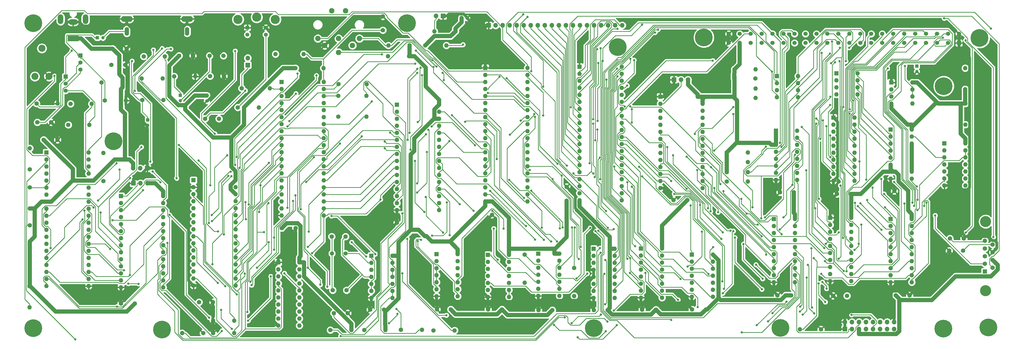
<source format=gbr>
G04 #@! TF.GenerationSoftware,KiCad,Pcbnew,(5.1.5)-3*
G04 #@! TF.CreationDate,2021-08-15T22:03:35-05:00*
G04 #@! TF.ProjectId,Vic2020mainboard,56696332-3032-4306-9d61-696e626f6172,rev?*
G04 #@! TF.SameCoordinates,Original*
G04 #@! TF.FileFunction,Copper,L2,Bot*
G04 #@! TF.FilePolarity,Positive*
%FSLAX46Y46*%
G04 Gerber Fmt 4.6, Leading zero omitted, Abs format (unit mm)*
G04 Created by KiCad (PCBNEW (5.1.5)-3) date 2021-08-15 22:03:35*
%MOMM*%
%LPD*%
G04 APERTURE LIST*
%ADD10C,1.600000*%
%ADD11C,1.200000*%
%ADD12R,1.200000X1.200000*%
%ADD13C,1.524000*%
%ADD14R,1.524000X1.524000*%
%ADD15O,1.600000X1.600000*%
%ADD16R,1.600000X1.600000*%
%ADD17C,4.000000*%
%ADD18O,4.200000X2.100000*%
%ADD19O,1.550000X3.100000*%
%ADD20R,1.500000X1.500000*%
%ADD21C,1.500000*%
%ADD22C,6.400000*%
%ADD23C,2.540000*%
%ADD24C,1.950000*%
%ADD25O,1.700000X1.700000*%
%ADD26R,1.700000X1.700000*%
%ADD27O,2.000000X3.500000*%
%ADD28O,3.300000X2.000000*%
%ADD29R,4.000000X2.000000*%
%ADD30R,1.398000X1.398000*%
%ADD31C,1.398000*%
%ADD32C,3.306000*%
%ADD33C,0.800000*%
%ADD34C,1.000000*%
%ADD35C,0.250000*%
%ADD36C,1.500000*%
%ADD37C,0.254000*%
G04 APERTURE END LIST*
D10*
X103625000Y-127975000D03*
X108625000Y-127975000D03*
D11*
X360625000Y-110925000D03*
D12*
X360625000Y-108925000D03*
D13*
X375860000Y-97300000D03*
X371900000Y-97300000D03*
X367940000Y-97300000D03*
X363980000Y-97300000D03*
X360020000Y-97300000D03*
X356060000Y-97300000D03*
X352100000Y-97300000D03*
X348140000Y-97300000D03*
X344180000Y-97300000D03*
X340220000Y-97300000D03*
X336260000Y-97300000D03*
X332300000Y-97300000D03*
X328340000Y-97300000D03*
X324380000Y-97300000D03*
X320420000Y-97300000D03*
X316460000Y-97300000D03*
X312500000Y-97300000D03*
X308540000Y-97300000D03*
X304580000Y-97300000D03*
X300620000Y-97300000D03*
X296660000Y-97300000D03*
X292700000Y-97300000D03*
D14*
X375860000Y-100600000D03*
D13*
X371900000Y-100600000D03*
X367940000Y-100600000D03*
X363980000Y-100600000D03*
X360020000Y-100600000D03*
X356060000Y-100600000D03*
X352100000Y-100600000D03*
X348140000Y-100600000D03*
X344180000Y-100600000D03*
X340220000Y-100600000D03*
X336260000Y-100600000D03*
X332300000Y-100600000D03*
X328340000Y-100600000D03*
X324380000Y-100600000D03*
X320420000Y-100600000D03*
X316460000Y-100600000D03*
X312500000Y-100600000D03*
X308540000Y-100600000D03*
X304580000Y-100600000D03*
X300620000Y-100600000D03*
X296660000Y-100600000D03*
X292700000Y-100600000D03*
D15*
X123020000Y-123900000D03*
D10*
X115400000Y-123900000D03*
D15*
X299620000Y-150700000D03*
D10*
X292000000Y-150700000D03*
D15*
X299620000Y-147300000D03*
D10*
X292000000Y-147300000D03*
D15*
X299635000Y-143700000D03*
D10*
X292015000Y-143700000D03*
D15*
X299620000Y-140200000D03*
D10*
X292000000Y-140200000D03*
X149300000Y-170600000D03*
X154300000Y-170600000D03*
D15*
X231520000Y-176800000D03*
X223900000Y-192040000D03*
X231520000Y-179340000D03*
X223900000Y-189500000D03*
X231520000Y-181880000D03*
X223900000Y-186960000D03*
X231520000Y-184420000D03*
X223900000Y-184420000D03*
X231520000Y-186960000D03*
X223900000Y-181880000D03*
X231520000Y-189500000D03*
X223900000Y-179340000D03*
X231520000Y-192040000D03*
D16*
X223900000Y-176800000D03*
D17*
X385500000Y-165160000D03*
X385500000Y-190160000D03*
D10*
X388040000Y-173505000D03*
X388040000Y-176275000D03*
X388040000Y-179045000D03*
X388040000Y-181815000D03*
X385200000Y-172120000D03*
X385200000Y-174890000D03*
X385200000Y-177660000D03*
X385200000Y-180430000D03*
D16*
X385200000Y-183200000D03*
D15*
X378220000Y-136900000D03*
X370600000Y-152140000D03*
X378220000Y-139440000D03*
X370600000Y-149600000D03*
X378220000Y-141980000D03*
X370600000Y-147060000D03*
X378220000Y-144520000D03*
X370600000Y-144520000D03*
X378220000Y-147060000D03*
X370600000Y-141980000D03*
X378220000Y-149600000D03*
X370600000Y-139440000D03*
X378220000Y-152140000D03*
D16*
X370600000Y-136900000D03*
D15*
X194820000Y-176900000D03*
X187200000Y-192140000D03*
X194820000Y-179440000D03*
X187200000Y-189600000D03*
X194820000Y-181980000D03*
X187200000Y-187060000D03*
X194820000Y-184520000D03*
X187200000Y-184520000D03*
X194820000Y-187060000D03*
X187200000Y-181980000D03*
X194820000Y-189600000D03*
X187200000Y-179440000D03*
X194820000Y-192140000D03*
D16*
X187200000Y-176900000D03*
D15*
X95280000Y-205500000D03*
D10*
X102900000Y-205500000D03*
D15*
X114120000Y-201000000D03*
D10*
X106500000Y-201000000D03*
D15*
X114120000Y-205500000D03*
D10*
X106500000Y-205500000D03*
D15*
X318400000Y-204100000D03*
D10*
X326020000Y-204100000D03*
D18*
X97100000Y-91900000D03*
D19*
X97100000Y-96400000D03*
D18*
X75300000Y-91900000D03*
D19*
X75300000Y-96400000D03*
D15*
X137620000Y-179900000D03*
X130000000Y-202760000D03*
X137620000Y-182440000D03*
X130000000Y-200220000D03*
X137620000Y-184980000D03*
X130000000Y-197680000D03*
X137620000Y-187520000D03*
X130000000Y-195140000D03*
X137620000Y-190060000D03*
X130000000Y-192600000D03*
X137620000Y-192600000D03*
X130000000Y-190060000D03*
X137620000Y-195140000D03*
X130000000Y-187520000D03*
X137620000Y-197680000D03*
X130000000Y-184980000D03*
X137620000Y-200220000D03*
X130000000Y-182440000D03*
X137620000Y-202760000D03*
D16*
X130000000Y-179900000D03*
D10*
X154700000Y-190000000D03*
X149700000Y-190000000D03*
D20*
X53200000Y-112760000D03*
D21*
X53200000Y-117840000D03*
X53200000Y-115300000D03*
D20*
X58600000Y-105100000D03*
D21*
X58600000Y-110180000D03*
X58600000Y-107640000D03*
D15*
X126960000Y-117000000D03*
D10*
X116800000Y-117000000D03*
D15*
X139160000Y-104600000D03*
D10*
X129000000Y-104600000D03*
D15*
X146360000Y-109700000D03*
D10*
X136200000Y-109700000D03*
D15*
X161860000Y-127200000D03*
D10*
X151700000Y-127200000D03*
D15*
X161960000Y-115500000D03*
D10*
X151800000Y-115500000D03*
D15*
X161860000Y-119700000D03*
D10*
X151700000Y-119700000D03*
D15*
X66900000Y-140340000D03*
D10*
X66900000Y-150500000D03*
D15*
X236900000Y-192060000D03*
D10*
X236900000Y-181900000D03*
D15*
X219000000Y-187260000D03*
D10*
X219000000Y-177100000D03*
D11*
X94600000Y-121500000D03*
D12*
X94600000Y-119500000D03*
D11*
X82900000Y-130400000D03*
D12*
X82900000Y-128400000D03*
D11*
X198200000Y-91600000D03*
D12*
X196200000Y-91600000D03*
D11*
X104200000Y-121600000D03*
D12*
X104200000Y-119600000D03*
D10*
X167800000Y-91000000D03*
X167800000Y-96000000D03*
D15*
X283240000Y-120000000D03*
X268000000Y-153020000D03*
X283240000Y-122540000D03*
X268000000Y-150480000D03*
X283240000Y-125080000D03*
X268000000Y-147940000D03*
X283240000Y-127620000D03*
X268000000Y-145400000D03*
X283240000Y-130160000D03*
X268000000Y-142860000D03*
X283240000Y-132700000D03*
X268000000Y-140320000D03*
X283240000Y-135240000D03*
X268000000Y-137780000D03*
X283240000Y-137780000D03*
X268000000Y-135240000D03*
X283240000Y-140320000D03*
X268000000Y-132700000D03*
X283240000Y-142860000D03*
X268000000Y-130160000D03*
X283240000Y-145400000D03*
X268000000Y-127620000D03*
X283240000Y-147940000D03*
X268000000Y-125080000D03*
X283240000Y-150480000D03*
X268000000Y-122540000D03*
X283240000Y-153020000D03*
D16*
X268000000Y-120000000D03*
D22*
X311404000Y-203581000D03*
X176530000Y-93472000D03*
X370205000Y-203835000D03*
X41529000Y-93472000D03*
X41529000Y-203708000D03*
X370332000Y-116205000D03*
X252603000Y-102108000D03*
X70500000Y-136100000D03*
X88000000Y-204200000D03*
X386500000Y-203400000D03*
X383300000Y-98800000D03*
X283700000Y-98600000D03*
X243967000Y-203708000D03*
D15*
X359020000Y-114900000D03*
X351400000Y-122520000D03*
X359020000Y-117440000D03*
X351400000Y-119980000D03*
X359020000Y-119980000D03*
X351400000Y-117440000D03*
X359020000Y-122520000D03*
D16*
X351400000Y-114900000D03*
D15*
X317720000Y-112600000D03*
X310100000Y-120220000D03*
X317720000Y-115140000D03*
X310100000Y-117680000D03*
X317720000Y-117680000D03*
X310100000Y-115140000D03*
X317720000Y-120220000D03*
D16*
X310100000Y-112600000D03*
D15*
X339220000Y-111600000D03*
X331600000Y-119220000D03*
X339220000Y-114140000D03*
X331600000Y-116680000D03*
X339220000Y-116680000D03*
X331600000Y-114140000D03*
X339220000Y-119220000D03*
D16*
X331600000Y-111600000D03*
D21*
X149400000Y-176700000D03*
X154300000Y-176700000D03*
D15*
X254040000Y-109200000D03*
X238800000Y-157460000D03*
X254040000Y-111740000D03*
X238800000Y-154920000D03*
X254040000Y-114280000D03*
X238800000Y-152380000D03*
X254040000Y-116820000D03*
X238800000Y-149840000D03*
X254040000Y-119360000D03*
X238800000Y-147300000D03*
X254040000Y-121900000D03*
X238800000Y-144760000D03*
X254040000Y-124440000D03*
X238800000Y-142220000D03*
X254040000Y-126980000D03*
X238800000Y-139680000D03*
X254040000Y-129520000D03*
X238800000Y-137140000D03*
X254040000Y-132060000D03*
X238800000Y-134600000D03*
X254040000Y-134600000D03*
X238800000Y-132060000D03*
X254040000Y-137140000D03*
X238800000Y-129520000D03*
X254040000Y-139680000D03*
X238800000Y-126980000D03*
X254040000Y-142220000D03*
X238800000Y-124440000D03*
X254040000Y-144760000D03*
X238800000Y-121900000D03*
X254040000Y-147300000D03*
X238800000Y-119360000D03*
X254040000Y-149840000D03*
X238800000Y-116820000D03*
X254040000Y-152380000D03*
X238800000Y-114280000D03*
X254040000Y-154920000D03*
X238800000Y-111740000D03*
X254040000Y-157460000D03*
D16*
X238800000Y-109200000D03*
D15*
X220040000Y-109600000D03*
X204800000Y-157860000D03*
X220040000Y-112140000D03*
X204800000Y-155320000D03*
X220040000Y-114680000D03*
X204800000Y-152780000D03*
X220040000Y-117220000D03*
X204800000Y-150240000D03*
X220040000Y-119760000D03*
X204800000Y-147700000D03*
X220040000Y-122300000D03*
X204800000Y-145160000D03*
X220040000Y-124840000D03*
X204800000Y-142620000D03*
X220040000Y-127380000D03*
X204800000Y-140080000D03*
X220040000Y-129920000D03*
X204800000Y-137540000D03*
X220040000Y-132460000D03*
X204800000Y-135000000D03*
X220040000Y-135000000D03*
X204800000Y-132460000D03*
X220040000Y-137540000D03*
X204800000Y-129920000D03*
X220040000Y-140080000D03*
X204800000Y-127380000D03*
X220040000Y-142620000D03*
X204800000Y-124840000D03*
X220040000Y-145160000D03*
X204800000Y-122300000D03*
X220040000Y-147700000D03*
X204800000Y-119760000D03*
X220040000Y-150240000D03*
X204800000Y-117220000D03*
X220040000Y-152780000D03*
X204800000Y-114680000D03*
X220040000Y-155320000D03*
X204800000Y-112140000D03*
X220040000Y-157860000D03*
D16*
X204800000Y-109600000D03*
D15*
X146440000Y-114700000D03*
X131200000Y-162960000D03*
X146440000Y-117240000D03*
X131200000Y-160420000D03*
X146440000Y-119780000D03*
X131200000Y-157880000D03*
X146440000Y-122320000D03*
X131200000Y-155340000D03*
X146440000Y-124860000D03*
X131200000Y-152800000D03*
X146440000Y-127400000D03*
X131200000Y-150260000D03*
X146440000Y-129940000D03*
X131200000Y-147720000D03*
X146440000Y-132480000D03*
X131200000Y-145180000D03*
X146440000Y-135020000D03*
X131200000Y-142640000D03*
X146440000Y-137560000D03*
X131200000Y-140100000D03*
X146440000Y-140100000D03*
X131200000Y-137560000D03*
X146440000Y-142640000D03*
X131200000Y-135020000D03*
X146440000Y-145180000D03*
X131200000Y-132480000D03*
X146440000Y-147720000D03*
X131200000Y-129940000D03*
X146440000Y-150260000D03*
X131200000Y-127400000D03*
X146440000Y-152800000D03*
X131200000Y-124860000D03*
X146440000Y-155340000D03*
X131200000Y-122320000D03*
X146440000Y-157880000D03*
X131200000Y-119780000D03*
X146440000Y-160420000D03*
X131200000Y-117240000D03*
X146440000Y-162960000D03*
D16*
X131200000Y-114700000D03*
D15*
X358820000Y-164200000D03*
X351200000Y-187060000D03*
X358820000Y-166740000D03*
X351200000Y-184520000D03*
X358820000Y-169280000D03*
X351200000Y-181980000D03*
X358820000Y-171820000D03*
X351200000Y-179440000D03*
X358820000Y-174360000D03*
X351200000Y-176900000D03*
X358820000Y-176900000D03*
X351200000Y-174360000D03*
X358820000Y-179440000D03*
X351200000Y-171820000D03*
X358820000Y-181980000D03*
X351200000Y-169280000D03*
X358820000Y-184520000D03*
X351200000Y-166740000D03*
X358820000Y-187060000D03*
D16*
X351200000Y-164200000D03*
D15*
X188140000Y-122900000D03*
X172900000Y-161000000D03*
X188140000Y-125440000D03*
X172900000Y-158460000D03*
X188140000Y-127980000D03*
X172900000Y-155920000D03*
X188140000Y-130520000D03*
X172900000Y-153380000D03*
X188140000Y-133060000D03*
X172900000Y-150840000D03*
X188140000Y-135600000D03*
X172900000Y-148300000D03*
X188140000Y-138140000D03*
X172900000Y-145760000D03*
X188140000Y-140680000D03*
X172900000Y-143220000D03*
X188140000Y-143220000D03*
X172900000Y-140680000D03*
X188140000Y-145760000D03*
X172900000Y-138140000D03*
X188140000Y-148300000D03*
X172900000Y-135600000D03*
X188140000Y-150840000D03*
X172900000Y-133060000D03*
X188140000Y-153380000D03*
X172900000Y-130520000D03*
X188140000Y-155920000D03*
X172900000Y-127980000D03*
X188140000Y-158460000D03*
X172900000Y-125440000D03*
X188140000Y-161000000D03*
D16*
X172900000Y-122900000D03*
D15*
X336920000Y-163800000D03*
X329300000Y-186660000D03*
X336920000Y-166340000D03*
X329300000Y-184120000D03*
X336920000Y-168880000D03*
X329300000Y-181580000D03*
X336920000Y-171420000D03*
X329300000Y-179040000D03*
X336920000Y-173960000D03*
X329300000Y-176500000D03*
X336920000Y-176500000D03*
X329300000Y-173960000D03*
X336920000Y-179040000D03*
X329300000Y-171420000D03*
X336920000Y-181580000D03*
X329300000Y-168880000D03*
X336920000Y-184120000D03*
X329300000Y-166340000D03*
X336920000Y-186660000D03*
D16*
X329300000Y-163800000D03*
D15*
X338120000Y-127600000D03*
X330500000Y-150460000D03*
X338120000Y-130140000D03*
X330500000Y-147920000D03*
X338120000Y-132680000D03*
X330500000Y-145380000D03*
X338120000Y-135220000D03*
X330500000Y-142840000D03*
X338120000Y-137760000D03*
X330500000Y-140300000D03*
X338120000Y-140300000D03*
X330500000Y-137760000D03*
X338120000Y-142840000D03*
X330500000Y-135220000D03*
X338120000Y-145380000D03*
X330500000Y-132680000D03*
X338120000Y-147920000D03*
X330500000Y-130140000D03*
X338120000Y-150460000D03*
D16*
X330500000Y-127600000D03*
D15*
X316620000Y-164200000D03*
X309000000Y-187060000D03*
X316620000Y-166740000D03*
X309000000Y-184520000D03*
X316620000Y-169280000D03*
X309000000Y-181980000D03*
X316620000Y-171820000D03*
X309000000Y-179440000D03*
X316620000Y-174360000D03*
X309000000Y-176900000D03*
X316620000Y-176900000D03*
X309000000Y-174360000D03*
X316620000Y-179440000D03*
X309000000Y-171820000D03*
X316620000Y-181980000D03*
X309000000Y-169280000D03*
X316620000Y-184520000D03*
X309000000Y-166740000D03*
X316620000Y-187060000D03*
D16*
X309000000Y-164200000D03*
D15*
X88440000Y-155900000D03*
X73200000Y-188920000D03*
X88440000Y-158440000D03*
X73200000Y-186380000D03*
X88440000Y-160980000D03*
X73200000Y-183840000D03*
X88440000Y-163520000D03*
X73200000Y-181300000D03*
X88440000Y-166060000D03*
X73200000Y-178760000D03*
X88440000Y-168600000D03*
X73200000Y-176220000D03*
X88440000Y-171140000D03*
X73200000Y-173680000D03*
X88440000Y-173680000D03*
X73200000Y-171140000D03*
X88440000Y-176220000D03*
X73200000Y-168600000D03*
X88440000Y-178760000D03*
X73200000Y-166060000D03*
X88440000Y-181300000D03*
X73200000Y-163520000D03*
X88440000Y-183840000D03*
X73200000Y-160980000D03*
X88440000Y-186380000D03*
X73200000Y-158440000D03*
X88440000Y-188920000D03*
D16*
X73200000Y-155900000D03*
D15*
X114640000Y-150200000D03*
X99400000Y-188300000D03*
X114640000Y-152740000D03*
X99400000Y-185760000D03*
X114640000Y-155280000D03*
X99400000Y-183220000D03*
X114640000Y-157820000D03*
X99400000Y-180680000D03*
X114640000Y-160360000D03*
X99400000Y-178140000D03*
X114640000Y-162900000D03*
X99400000Y-175600000D03*
X114640000Y-165440000D03*
X99400000Y-173060000D03*
X114640000Y-167980000D03*
X99400000Y-170520000D03*
X114640000Y-170520000D03*
X99400000Y-167980000D03*
X114640000Y-173060000D03*
X99400000Y-165440000D03*
X114640000Y-175600000D03*
X99400000Y-162900000D03*
X114640000Y-178140000D03*
X99400000Y-160360000D03*
X114640000Y-180680000D03*
X99400000Y-157820000D03*
X114640000Y-183220000D03*
X99400000Y-155280000D03*
X114640000Y-185760000D03*
X99400000Y-152740000D03*
X114640000Y-188300000D03*
D16*
X99400000Y-150200000D03*
D15*
X213320000Y-177200000D03*
X205700000Y-192440000D03*
X213320000Y-179740000D03*
X205700000Y-189900000D03*
X213320000Y-182280000D03*
X205700000Y-187360000D03*
X213320000Y-184820000D03*
X205700000Y-184820000D03*
X213320000Y-187360000D03*
X205700000Y-182280000D03*
X213320000Y-189900000D03*
X205700000Y-179740000D03*
X213320000Y-192440000D03*
D16*
X205700000Y-177200000D03*
D15*
X358820000Y-131900000D03*
X351200000Y-149680000D03*
X358820000Y-134440000D03*
X351200000Y-147140000D03*
X358820000Y-136980000D03*
X351200000Y-144600000D03*
X358820000Y-139520000D03*
X351200000Y-142060000D03*
X358820000Y-142060000D03*
X351200000Y-139520000D03*
X358820000Y-144600000D03*
X351200000Y-136980000D03*
X358820000Y-147140000D03*
X351200000Y-134440000D03*
X358820000Y-149680000D03*
D16*
X351200000Y-131900000D03*
D15*
X61540000Y-140200000D03*
X46300000Y-188460000D03*
X61540000Y-142740000D03*
X46300000Y-185920000D03*
X61540000Y-145280000D03*
X46300000Y-183380000D03*
X61540000Y-147820000D03*
X46300000Y-180840000D03*
X61540000Y-150360000D03*
X46300000Y-178300000D03*
X61540000Y-152900000D03*
X46300000Y-175760000D03*
X61540000Y-155440000D03*
X46300000Y-173220000D03*
X61540000Y-157980000D03*
X46300000Y-170680000D03*
X61540000Y-160520000D03*
X46300000Y-168140000D03*
X61540000Y-163060000D03*
X46300000Y-165600000D03*
X61540000Y-165600000D03*
X46300000Y-163060000D03*
X61540000Y-168140000D03*
X46300000Y-160520000D03*
X61540000Y-170680000D03*
X46300000Y-157980000D03*
X61540000Y-173220000D03*
X46300000Y-155440000D03*
X61540000Y-175760000D03*
X46300000Y-152900000D03*
X61540000Y-178300000D03*
X46300000Y-150360000D03*
X61540000Y-180840000D03*
X46300000Y-147820000D03*
X61540000Y-183380000D03*
X46300000Y-145280000D03*
X61540000Y-185920000D03*
X46300000Y-142740000D03*
X61540000Y-188460000D03*
D16*
X46300000Y-140200000D03*
D15*
X268620000Y-174900000D03*
X261000000Y-192680000D03*
X268620000Y-177440000D03*
X261000000Y-190140000D03*
X268620000Y-179980000D03*
X261000000Y-187600000D03*
X268620000Y-182520000D03*
X261000000Y-185060000D03*
X268620000Y-185060000D03*
X261000000Y-182520000D03*
X268620000Y-187600000D03*
X261000000Y-179980000D03*
X268620000Y-190140000D03*
X261000000Y-177440000D03*
X268620000Y-192680000D03*
D16*
X261000000Y-174900000D03*
D15*
X317420000Y-132300000D03*
X309800000Y-150080000D03*
X317420000Y-134840000D03*
X309800000Y-147540000D03*
X317420000Y-137380000D03*
X309800000Y-145000000D03*
X317420000Y-139920000D03*
X309800000Y-142460000D03*
X317420000Y-142460000D03*
X309800000Y-139920000D03*
X317420000Y-145000000D03*
X309800000Y-137380000D03*
X317420000Y-147540000D03*
X309800000Y-134840000D03*
X317420000Y-150080000D03*
D16*
X309800000Y-132300000D03*
D15*
X287020000Y-177100000D03*
X279400000Y-192340000D03*
X287020000Y-179640000D03*
X279400000Y-189800000D03*
X287020000Y-182180000D03*
X279400000Y-187260000D03*
X287020000Y-184720000D03*
X279400000Y-184720000D03*
X287020000Y-187260000D03*
X279400000Y-182180000D03*
X287020000Y-189800000D03*
X279400000Y-179640000D03*
X287020000Y-192340000D03*
D16*
X279400000Y-177100000D03*
D15*
X251520000Y-175000000D03*
X243900000Y-192780000D03*
X251520000Y-177540000D03*
X243900000Y-190240000D03*
X251520000Y-180080000D03*
X243900000Y-187700000D03*
X251520000Y-182620000D03*
X243900000Y-185160000D03*
X251520000Y-185160000D03*
X243900000Y-182620000D03*
X251520000Y-187700000D03*
X243900000Y-180080000D03*
X251520000Y-190240000D03*
X243900000Y-177540000D03*
X251520000Y-192780000D03*
D16*
X243900000Y-175000000D03*
D15*
X171220000Y-177500000D03*
X163600000Y-192740000D03*
X171220000Y-180040000D03*
X163600000Y-190200000D03*
X171220000Y-182580000D03*
X163600000Y-187660000D03*
X171220000Y-185120000D03*
X163600000Y-185120000D03*
X171220000Y-187660000D03*
X163600000Y-182580000D03*
X171220000Y-190200000D03*
X163600000Y-180040000D03*
X171220000Y-192740000D03*
D16*
X163600000Y-177500000D03*
D23*
X44640000Y-102540000D03*
X47180000Y-112700000D03*
X42100000Y-112700000D03*
D15*
X169680000Y-105400000D03*
D10*
X177300000Y-105400000D03*
D15*
X169780000Y-101500000D03*
D10*
X177400000Y-101500000D03*
D15*
X190720000Y-101500000D03*
D10*
X183100000Y-101500000D03*
D15*
X186380000Y-96400000D03*
D10*
X194000000Y-96400000D03*
D15*
X40200000Y-196120000D03*
D10*
X40200000Y-188500000D03*
D15*
X50320000Y-122500000D03*
D10*
X42700000Y-122500000D03*
D15*
X75020000Y-121400000D03*
D10*
X67400000Y-121400000D03*
D15*
X100020000Y-112700000D03*
D10*
X92400000Y-112700000D03*
D15*
X61820000Y-130200000D03*
D10*
X54200000Y-130200000D03*
D15*
X89020000Y-105500000D03*
D10*
X81400000Y-105500000D03*
D15*
X88520000Y-121200000D03*
D10*
X80900000Y-121200000D03*
D15*
X88320000Y-113400000D03*
D10*
X80700000Y-113400000D03*
D15*
X62620000Y-122600000D03*
D10*
X55000000Y-122600000D03*
D15*
X302420000Y-117100000D03*
D10*
X294800000Y-117100000D03*
D15*
X302420000Y-120500000D03*
D10*
X294800000Y-120500000D03*
D15*
X302420000Y-110100000D03*
D10*
X294800000Y-110100000D03*
D15*
X294680000Y-113400000D03*
D10*
X302300000Y-113400000D03*
D15*
X40300000Y-160420000D03*
D10*
X40300000Y-152800000D03*
D15*
X40300000Y-174120000D03*
D10*
X40300000Y-166500000D03*
D15*
X40300000Y-138680000D03*
D10*
X40300000Y-146300000D03*
D15*
X73820000Y-114900000D03*
D10*
X66200000Y-114900000D03*
D15*
X378100000Y-109680000D03*
D10*
X378100000Y-117300000D03*
D15*
X156420000Y-204400000D03*
D10*
X148800000Y-204400000D03*
D15*
X181920000Y-204300000D03*
D10*
X174300000Y-204300000D03*
D15*
X168720000Y-204400000D03*
D10*
X161100000Y-204400000D03*
D15*
X193720000Y-204500000D03*
D10*
X186100000Y-204500000D03*
D15*
X378200000Y-130120000D03*
D10*
X378200000Y-122500000D03*
D24*
X151800000Y-99000000D03*
X146800000Y-101500000D03*
X144300000Y-99000000D03*
X156800000Y-101500000D03*
X159300000Y-99000000D03*
X154300000Y-89000000D03*
X149300000Y-89000000D03*
X151800000Y-104000000D03*
D25*
X352460000Y-201460000D03*
X352460000Y-204000000D03*
X349920000Y-201460000D03*
X349920000Y-204000000D03*
X347380000Y-201460000D03*
X347380000Y-204000000D03*
X344840000Y-201460000D03*
X344840000Y-204000000D03*
X342300000Y-201460000D03*
X342300000Y-204000000D03*
X339760000Y-201460000D03*
X339760000Y-204000000D03*
X337220000Y-201460000D03*
X337220000Y-204000000D03*
X334680000Y-201460000D03*
D26*
X334680000Y-204000000D03*
D27*
X51400000Y-92000000D03*
X60400000Y-92000000D03*
D28*
X55900000Y-93000000D03*
D29*
X55900000Y-99000000D03*
D25*
X186960000Y-90800000D03*
D26*
X189500000Y-90800000D03*
D25*
X254254000Y-94234000D03*
X251714000Y-94234000D03*
X249174000Y-94234000D03*
X246634000Y-94234000D03*
X244094000Y-94234000D03*
X241554000Y-94234000D03*
X239014000Y-94234000D03*
X236474000Y-94234000D03*
X233934000Y-94234000D03*
X231394000Y-94234000D03*
X228854000Y-94234000D03*
X226314000Y-94234000D03*
X223774000Y-94234000D03*
X221234000Y-94234000D03*
X218694000Y-94234000D03*
X216154000Y-94234000D03*
X213614000Y-94234000D03*
X211074000Y-94234000D03*
X208534000Y-94234000D03*
D26*
X205994000Y-94234000D03*
D30*
X118850000Y-95100000D03*
D31*
X118850000Y-97590000D03*
X125550000Y-95100000D03*
X125550000Y-97590000D03*
D32*
X122200000Y-91290000D03*
X128960000Y-92100000D03*
X115440000Y-92100000D03*
D25*
X119000000Y-106060000D03*
D26*
X119000000Y-108600000D03*
D25*
X277980000Y-113900000D03*
X275440000Y-113900000D03*
D26*
X272900000Y-113900000D03*
D25*
X77620000Y-145900000D03*
X80160000Y-145900000D03*
D26*
X82700000Y-145900000D03*
D25*
X82800000Y-151300000D03*
X80260000Y-151300000D03*
D26*
X77720000Y-151300000D03*
D10*
X372300000Y-175700000D03*
X377300000Y-175700000D03*
X377600000Y-171300000D03*
X372600000Y-171300000D03*
X205800000Y-196900000D03*
X210800000Y-196900000D03*
X331800000Y-155200000D03*
X336800000Y-155200000D03*
X163200000Y-197000000D03*
X168200000Y-197000000D03*
X50300000Y-135600000D03*
X45300000Y-135600000D03*
X272800000Y-157400000D03*
X277800000Y-157400000D03*
X207200000Y-162700000D03*
X212200000Y-162700000D03*
X311200000Y-154600000D03*
X316200000Y-154600000D03*
X310300000Y-191800000D03*
X315300000Y-191800000D03*
X99200000Y-105200000D03*
X94200000Y-105200000D03*
X358000000Y-191800000D03*
X353000000Y-191800000D03*
X224000000Y-197200000D03*
X229000000Y-197200000D03*
X234200000Y-152600000D03*
X234200000Y-157600000D03*
X330400000Y-192000000D03*
X335400000Y-192000000D03*
X244000000Y-197200000D03*
X249000000Y-197200000D03*
X136300000Y-167500000D03*
X131300000Y-167500000D03*
X279500000Y-196900000D03*
X284500000Y-196900000D03*
X187300000Y-196900000D03*
X192300000Y-196900000D03*
X261400000Y-197000000D03*
X266400000Y-197000000D03*
X75200000Y-102700000D03*
X70200000Y-102700000D03*
X106400000Y-194300000D03*
X101400000Y-194300000D03*
X73200000Y-194800000D03*
X78200000Y-194800000D03*
X352500000Y-154100000D03*
X357500000Y-154100000D03*
X172900000Y-165600000D03*
X177900000Y-165600000D03*
D11*
X66700000Y-98700000D03*
D12*
X64700000Y-98700000D03*
D10*
X48000000Y-129300000D03*
X43000000Y-129300000D03*
X74700000Y-108500000D03*
X69700000Y-108500000D03*
X110400000Y-112600000D03*
X105400000Y-112600000D03*
X110200000Y-105200000D03*
X105200000Y-105200000D03*
X155100000Y-198300000D03*
X150100000Y-198300000D03*
D33*
X237254500Y-159242900D03*
X351362500Y-108962500D03*
X174774600Y-162220400D03*
X301260700Y-159994100D03*
X306142400Y-138069800D03*
X325778600Y-135251500D03*
X329350800Y-123013900D03*
X356300000Y-108925000D03*
X105502100Y-152008400D03*
X339279100Y-159588900D03*
X347844800Y-168154600D03*
X313602300Y-194101900D03*
X247789300Y-184073300D03*
X165101500Y-176898900D03*
X149223500Y-163142200D03*
X84634000Y-147075400D03*
X118102400Y-117834400D03*
X55427400Y-103401100D03*
X249058300Y-167421500D03*
X56660800Y-207733200D03*
X222709000Y-171722300D03*
X298027300Y-173312500D03*
X304953500Y-185822500D03*
X325140200Y-187528600D03*
X327574300Y-194218400D03*
X221341600Y-153993800D03*
X232729700Y-167252600D03*
X245606000Y-168446700D03*
X271910400Y-200756600D03*
X248075300Y-195080300D03*
X248128400Y-179029500D03*
X238606200Y-178701500D03*
X222769100Y-127323800D03*
X225687700Y-126851400D03*
X94145400Y-137490300D03*
X115055500Y-191540300D03*
X337020400Y-198823800D03*
X274365000Y-193449100D03*
X90772600Y-162751500D03*
X105026400Y-199854600D03*
X229603500Y-202531800D03*
X248293600Y-204783000D03*
X244605600Y-168631100D03*
X231729300Y-167620600D03*
X213422700Y-150068300D03*
X230698600Y-172334600D03*
X321283300Y-180854600D03*
X323558300Y-198325600D03*
X185773600Y-106830600D03*
X302536300Y-180765300D03*
X47821100Y-174752100D03*
X80580900Y-138204000D03*
X337593900Y-121433000D03*
X255992600Y-115992700D03*
X65806700Y-161875400D03*
X212483400Y-113328700D03*
X137003700Y-111643000D03*
X114456000Y-144659300D03*
X336330100Y-126097900D03*
X336424900Y-124647200D03*
X205750000Y-118665700D03*
X136388300Y-118912500D03*
X115013600Y-141829600D03*
X71563700Y-144089000D03*
X286910900Y-106993900D03*
X329435600Y-141855800D03*
X331099000Y-107573700D03*
X220030900Y-91183100D03*
X234216300Y-144960400D03*
X87450400Y-150969400D03*
X247202200Y-107052400D03*
X189406300Y-111363200D03*
X189813700Y-114054000D03*
X143779900Y-112368300D03*
X116014900Y-145775000D03*
X76498100Y-149443800D03*
X261434900Y-94004800D03*
X246248000Y-149840000D03*
X167451600Y-104700000D03*
X110394300Y-169820600D03*
X91203100Y-102787000D03*
X93292800Y-149511600D03*
X81200800Y-153817100D03*
X63278800Y-160047700D03*
X336165900Y-102323600D03*
X332879400Y-102323600D03*
X332453900Y-169034800D03*
X323913000Y-160358800D03*
X59334100Y-164396000D03*
X179446100Y-108077100D03*
X133294700Y-130766500D03*
X111556600Y-141173800D03*
X104951100Y-165690900D03*
X333985400Y-171099700D03*
X332719200Y-107208000D03*
X334990900Y-107208000D03*
X257675900Y-152557500D03*
X289689800Y-151607700D03*
X294329900Y-123772500D03*
X334073600Y-123739200D03*
X71806100Y-195871000D03*
X169960600Y-201932400D03*
X172990000Y-198569300D03*
X251160400Y-197356200D03*
X329676100Y-107935300D03*
X252325300Y-109851000D03*
X257110800Y-178336000D03*
X152551100Y-206557300D03*
X246431100Y-176430600D03*
X327699400Y-173183400D03*
X322591700Y-174795100D03*
X322805800Y-196217700D03*
X281495600Y-196069600D03*
X60033200Y-161150000D03*
X329996100Y-100037800D03*
X266065600Y-96804700D03*
X256110400Y-178651200D03*
X76417600Y-184494300D03*
X262632800Y-183716600D03*
X277826200Y-181446900D03*
X282986900Y-168772400D03*
X304424500Y-164023900D03*
X311698400Y-138181700D03*
X267154900Y-95796600D03*
X236579700Y-147758100D03*
X229057500Y-149850200D03*
X311202200Y-136731000D03*
X243776300Y-147844100D03*
X237704300Y-185778400D03*
X179718500Y-103358600D03*
X49194100Y-112542900D03*
X186040000Y-109258600D03*
X370012800Y-98713000D03*
X84903700Y-103125600D03*
X83798100Y-143525100D03*
X72724500Y-146370300D03*
X64924100Y-157586400D03*
X364084300Y-158328000D03*
X359051200Y-158328000D03*
X126580500Y-172597100D03*
X118866700Y-197815500D03*
X318423600Y-197660200D03*
X246549800Y-198754900D03*
X235927300Y-201873400D03*
X113216000Y-203980000D03*
X109401200Y-197127000D03*
X338097900Y-175374600D03*
X339623100Y-173206300D03*
X342338900Y-150033700D03*
X352443500Y-150819300D03*
X318489800Y-195899100D03*
X70153900Y-164625000D03*
X89980400Y-172913400D03*
X329206300Y-104489100D03*
X109652000Y-204671100D03*
X238123300Y-206974800D03*
X252251300Y-202609100D03*
X302860700Y-202609100D03*
X327444300Y-179440000D03*
X297439600Y-205209200D03*
X74316300Y-182745700D03*
X378246900Y-99605200D03*
X378278500Y-169108700D03*
X360875900Y-157291600D03*
X356129200Y-158668100D03*
X306920200Y-201263300D03*
X248905400Y-201347000D03*
X69294800Y-175094600D03*
X326142400Y-184069900D03*
X350158700Y-109758000D03*
X359667300Y-159463600D03*
X363307900Y-159463600D03*
X328041800Y-189386800D03*
X326547200Y-187016200D03*
X233494600Y-199836700D03*
X308495500Y-198252100D03*
X118304200Y-164344600D03*
X118191300Y-158103000D03*
X326272600Y-104205700D03*
X312455200Y-163646300D03*
X297278700Y-156933500D03*
X225146900Y-167360700D03*
X344610600Y-152915900D03*
X315675100Y-151852700D03*
X209281800Y-178970300D03*
X207822900Y-167702800D03*
X207311000Y-161269500D03*
X200539000Y-161269500D03*
X180383000Y-129163600D03*
X181415700Y-109525700D03*
X257159500Y-106343700D03*
X187174000Y-109125700D03*
X134009500Y-128814600D03*
X261434600Y-148836900D03*
X244292900Y-149103000D03*
X243703600Y-129815300D03*
X245305900Y-128742600D03*
X246422300Y-102524600D03*
X196722200Y-101190400D03*
X290394700Y-186764900D03*
X260330900Y-145352800D03*
X230821200Y-144234500D03*
X252531900Y-112684500D03*
X235698300Y-123815200D03*
X388281300Y-170746500D03*
X370516900Y-91695400D03*
X218503000Y-90206800D03*
X225717000Y-116397000D03*
X367256000Y-162955700D03*
X251140700Y-167871800D03*
X387447600Y-95429700D03*
X221346100Y-110813800D03*
X209981500Y-112783900D03*
X174851200Y-183886100D03*
X88064500Y-102564600D03*
X78196200Y-117957100D03*
X248577900Y-113845000D03*
X308367600Y-110989200D03*
X257723400Y-124494700D03*
X257695700Y-129377400D03*
X245225900Y-131888100D03*
X256100400Y-150954100D03*
X258856000Y-174047700D03*
X246218500Y-174742900D03*
X257012300Y-183745400D03*
X132226000Y-183854600D03*
X75842500Y-187583000D03*
X79573300Y-187650000D03*
X311122000Y-168010000D03*
X294365300Y-168597700D03*
X290535200Y-191070000D03*
X278907900Y-159335500D03*
X325263900Y-156980800D03*
X329383300Y-120077600D03*
X287036000Y-174407000D03*
X228539400Y-172334600D03*
X145197100Y-187974600D03*
X340546900Y-166294300D03*
X335234800Y-183132300D03*
X285391400Y-184103400D03*
X241578100Y-183984900D03*
X140720700Y-181889400D03*
X339882000Y-143394700D03*
X290982600Y-189485300D03*
X273020600Y-155140200D03*
X161797600Y-177769800D03*
X156528900Y-172645500D03*
X108278900Y-168685900D03*
X101273900Y-143093600D03*
X181563600Y-171773700D03*
X320661100Y-146650000D03*
X133355800Y-160155500D03*
X299217600Y-162263500D03*
X123056900Y-161658000D03*
X347811500Y-149735300D03*
X180407300Y-172228700D03*
X190895900Y-158258400D03*
X185553500Y-170278200D03*
X124893300Y-168941800D03*
X282296800Y-159162600D03*
X218722600Y-156590000D03*
X290041000Y-171399300D03*
X113120200Y-148783300D03*
X106209100Y-180608200D03*
X160123100Y-134327600D03*
X140108500Y-150863600D03*
X290547700Y-169048000D03*
X293364900Y-168497400D03*
X217586000Y-128708700D03*
X183360700Y-133602300D03*
X180159200Y-151342700D03*
X122308000Y-181870500D03*
X333033400Y-152118800D03*
X332363100Y-178635900D03*
X257132600Y-123506300D03*
X163778800Y-121764900D03*
X246174500Y-142075300D03*
X248350200Y-161334700D03*
X166924300Y-157175000D03*
X142246900Y-176561200D03*
X294349200Y-126321500D03*
X287458200Y-139531600D03*
X138121400Y-160708300D03*
X324363300Y-127954800D03*
X222475100Y-126316700D03*
X213694700Y-133730000D03*
X152303900Y-136951100D03*
X272595700Y-141194700D03*
X288820700Y-161796600D03*
X140672000Y-174336500D03*
X324363300Y-129801200D03*
X280501900Y-133536600D03*
X244457400Y-135788000D03*
X245594000Y-107835500D03*
X181905900Y-112273100D03*
X177751400Y-139137700D03*
X135365800Y-157737600D03*
X119975700Y-186888000D03*
X108169900Y-187354200D03*
X270467100Y-138264400D03*
X286127400Y-161450300D03*
X319062100Y-130978900D03*
X327184800Y-174744200D03*
X334215900Y-183039900D03*
X320842300Y-185415300D03*
X319441600Y-198793800D03*
X190709300Y-199028400D03*
X176555600Y-171422700D03*
X285176700Y-160307900D03*
X182751900Y-161682600D03*
X179411500Y-143220000D03*
X136205500Y-155653800D03*
X120370600Y-188130200D03*
X110862500Y-188570300D03*
X304585300Y-170524900D03*
X286303300Y-145514600D03*
X140998900Y-168846200D03*
X311779800Y-169702800D03*
X128537000Y-170954100D03*
X128530400Y-175359000D03*
X111950400Y-148674600D03*
X106078800Y-164957100D03*
X329365900Y-134007500D03*
X112805900Y-147164300D03*
X105941300Y-162830900D03*
X327949400Y-130710800D03*
X243696700Y-128208900D03*
X245159700Y-102825500D03*
X180229900Y-109976000D03*
X176716700Y-135600000D03*
X239282300Y-174313900D03*
X232392000Y-148602500D03*
X281336200Y-146577200D03*
X255190400Y-123573100D03*
X258513800Y-106792500D03*
X180268500Y-111433100D03*
X177463000Y-133060000D03*
X326733900Y-128589900D03*
X126634000Y-143936500D03*
X119372400Y-158973600D03*
X277526600Y-141717000D03*
X306215900Y-177101200D03*
X271909300Y-150494900D03*
X183736400Y-140030000D03*
X180171100Y-154650000D03*
X123545400Y-152024900D03*
X287496300Y-153020000D03*
X277524800Y-153323600D03*
X220856200Y-146524000D03*
X323386200Y-178383400D03*
X225990800Y-171770200D03*
X170432700Y-132972800D03*
X340218700Y-158582800D03*
X183244100Y-156248100D03*
X189506400Y-169186100D03*
X168462300Y-136225700D03*
X303190100Y-166271000D03*
X290797000Y-154125400D03*
X168462300Y-138702700D03*
X191868100Y-136074700D03*
X304653100Y-189634000D03*
X294926000Y-170949000D03*
X191947000Y-170057900D03*
X348786300Y-155179600D03*
X195553100Y-158901500D03*
X201079300Y-137540000D03*
X185369000Y-130792700D03*
X338316000Y-158429100D03*
X208931800Y-142547600D03*
X197484600Y-129119900D03*
X349133800Y-159976100D03*
X219554900Y-166802300D03*
X206569700Y-154050000D03*
X192788000Y-126703600D03*
X342715200Y-157357400D03*
X184228600Y-131954500D03*
X172654100Y-196738400D03*
X77202000Y-107135600D03*
X275271400Y-185916800D03*
X251374400Y-145283200D03*
X242438200Y-144081700D03*
X252496600Y-95520600D03*
X114423800Y-103520600D03*
X107056500Y-133409700D03*
X360618000Y-152481300D03*
X211404400Y-167702900D03*
X126455700Y-158500500D03*
X117911500Y-183967800D03*
X127336000Y-184979900D03*
X119124400Y-200980400D03*
X236125300Y-167277900D03*
X305751600Y-163668800D03*
X316587400Y-141078500D03*
X242686300Y-167438100D03*
X360833700Y-161018800D03*
X237125700Y-167252600D03*
X147742200Y-188688900D03*
X142893400Y-141919000D03*
D34*
X237254500Y-159242900D02*
X237254500Y-160353900D01*
X237254500Y-160353900D02*
X243786600Y-166886000D01*
X243786600Y-166886000D02*
X243786600Y-167893900D01*
X243786600Y-167893900D02*
X242399800Y-169280700D01*
X242399800Y-169280700D02*
X242399700Y-169280700D01*
X242399700Y-169280700D02*
X242399700Y-182620000D01*
X115648500Y-97590000D02*
X107706100Y-105532400D01*
X107706100Y-105532400D02*
X110400000Y-108226300D01*
X110400000Y-108226300D02*
X110400000Y-112600000D01*
X99328200Y-102525100D02*
X104698800Y-102525100D01*
X104698800Y-102525100D02*
X107706100Y-105532400D01*
X99328200Y-102525100D02*
X99328200Y-102268900D01*
X99328200Y-102268900D02*
X95581300Y-98522000D01*
X99200000Y-105200000D02*
X99200000Y-102653300D01*
X99200000Y-102653300D02*
X99328200Y-102525100D01*
X351436200Y-197723500D02*
X351436200Y-190274000D01*
X352460000Y-199909700D02*
X351436200Y-198885900D01*
X351436200Y-198885900D02*
X351436200Y-197723500D01*
X351436200Y-197723500D02*
X336564700Y-197723500D01*
X336564700Y-197723500D02*
X336373500Y-197914700D01*
X336373500Y-197914700D02*
X336314800Y-197914700D01*
X84250300Y-145900000D02*
X87828700Y-145900000D01*
X87828700Y-145900000D02*
X95002200Y-153073500D01*
X95002200Y-153073500D02*
X97566200Y-153073500D01*
X75220100Y-93442400D02*
X74163000Y-94499500D01*
X74163000Y-94499500D02*
X59661700Y-94499500D01*
X59661700Y-94499500D02*
X58250300Y-93088100D01*
X58250300Y-93088100D02*
X58250300Y-93000000D01*
X75300000Y-92337500D02*
X75300000Y-93362500D01*
X75300000Y-93362500D02*
X75220100Y-93442400D01*
X75220100Y-93442400D02*
X79378000Y-97600400D01*
X79378000Y-97600400D02*
X79378000Y-98522000D01*
X55900000Y-93000000D02*
X58250300Y-93000000D01*
X378254700Y-170645300D02*
X378293100Y-170606900D01*
X378293100Y-170606900D02*
X386547300Y-170606900D01*
X386547300Y-170606900D02*
X387937900Y-171997500D01*
X387937900Y-171997500D02*
X388723700Y-171997500D01*
X388723700Y-171997500D02*
X389542600Y-172816400D01*
X389542600Y-172816400D02*
X389542600Y-174772400D01*
X389542600Y-174772400D02*
X388040000Y-176275000D01*
X377133400Y-153655800D02*
X378837400Y-153655800D01*
X378837400Y-153655800D02*
X379722100Y-152771100D01*
X379722100Y-152771100D02*
X379722100Y-105924400D01*
X379722100Y-105924400D02*
X375860000Y-102062300D01*
X372100300Y-152140000D02*
X373616100Y-153655800D01*
X373616100Y-153655800D02*
X377133400Y-153655800D01*
X378254700Y-170645300D02*
X377133400Y-169524000D01*
X377133400Y-169524000D02*
X377133400Y-153655800D01*
X370600000Y-152140000D02*
X372100300Y-152140000D01*
X375860000Y-100600000D02*
X375860000Y-102062300D01*
X377600000Y-171300000D02*
X378254700Y-170645300D01*
X351400000Y-113399700D02*
X351400000Y-109000000D01*
X351400000Y-109000000D02*
X351362500Y-108962500D01*
X82709900Y-130590100D02*
X82700000Y-130600000D01*
X82700000Y-130600000D02*
X82700000Y-143067200D01*
X82700000Y-143067200D02*
X82697800Y-143069400D01*
X82697800Y-143069400D02*
X82697800Y-143980800D01*
X82697800Y-143980800D02*
X82700000Y-143983000D01*
X82700000Y-143983000D02*
X82700000Y-145900000D01*
X336314800Y-197914700D02*
X334680000Y-199549500D01*
X334680000Y-199549500D02*
X334680000Y-199909700D01*
X330400000Y-192000000D02*
X336314800Y-197914700D01*
X329300000Y-188160300D02*
X329300000Y-190900000D01*
X329300000Y-190900000D02*
X330400000Y-192000000D01*
X334680000Y-201460000D02*
X334680000Y-199909700D01*
X268000000Y-120000000D02*
X269500300Y-120000000D01*
X272900000Y-113900000D02*
X272900000Y-115450300D01*
X272900000Y-115450300D02*
X269500300Y-118850000D01*
X269500300Y-118850000D02*
X269500300Y-120000000D01*
X100900300Y-188300000D02*
X100900300Y-188800300D01*
X100900300Y-188800300D02*
X106400000Y-194300000D01*
X146800000Y-101500000D02*
X157300000Y-91000000D01*
X157300000Y-91000000D02*
X167800000Y-91000000D01*
X204800000Y-94234000D02*
X200834000Y-94234000D01*
X200834000Y-94234000D02*
X198200000Y-91600000D01*
X205994000Y-94234000D02*
X204800000Y-94234000D01*
X204800000Y-94234000D02*
X204800000Y-108099700D01*
X204800000Y-109600000D02*
X204800000Y-108099700D01*
X163600000Y-192740000D02*
X166303000Y-190037000D01*
X166303000Y-190037000D02*
X166303000Y-172197000D01*
X166303000Y-172197000D02*
X172900000Y-165600000D01*
X172900000Y-161000000D02*
X172900000Y-165600000D01*
X163600000Y-192740000D02*
X163600000Y-194240300D01*
X163600000Y-194240300D02*
X163200000Y-194640300D01*
X163200000Y-194640300D02*
X163200000Y-197000000D01*
X130000000Y-202760000D02*
X128476600Y-201236600D01*
X128476600Y-201236600D02*
X128476600Y-181423400D01*
X128476600Y-181423400D02*
X130000000Y-179900000D01*
X79378000Y-98522000D02*
X95581300Y-98522000D01*
X75200000Y-102700000D02*
X79378000Y-98522000D01*
X75300000Y-91900000D02*
X75300000Y-92337500D01*
X95581300Y-98522000D02*
X95581300Y-94979000D01*
X95581300Y-94979000D02*
X96910000Y-93650300D01*
X96910000Y-93650300D02*
X97100000Y-93650300D01*
X97100000Y-91900000D02*
X97100000Y-93650300D01*
X75200000Y-102700000D02*
X75200000Y-108000000D01*
X75200000Y-108000000D02*
X74700000Y-108500000D01*
X49574200Y-110711700D02*
X50320000Y-111457500D01*
X50320000Y-111457500D02*
X50320000Y-122500000D01*
X53549700Y-93000000D02*
X53549700Y-95350300D01*
X53549700Y-95350300D02*
X49574200Y-99325800D01*
X49574200Y-99325800D02*
X49574200Y-110711700D01*
X47180000Y-112700000D02*
X49168300Y-110711700D01*
X49168300Y-110711700D02*
X49574200Y-110711700D01*
X97566200Y-153073500D02*
X97899700Y-152740000D01*
X97566200Y-153073500D02*
X97566200Y-186466200D01*
X97566200Y-186466200D02*
X99400000Y-188300000D01*
X82709900Y-130590100D02*
X82900000Y-130400000D01*
X82709900Y-130590100D02*
X75020000Y-122900300D01*
X130000000Y-178399700D02*
X136300000Y-172099700D01*
X136300000Y-172099700D02*
X136300000Y-167500000D01*
X99400000Y-152740000D02*
X97899700Y-152740000D01*
X243900000Y-182620000D02*
X242399700Y-182620000D01*
X130000000Y-179900000D02*
X130000000Y-178399700D01*
X278691900Y-194580300D02*
X279400000Y-193872200D01*
X279400000Y-193872200D02*
X279400000Y-193710200D01*
X261400000Y-194580300D02*
X278691900Y-194580300D01*
X278691900Y-194580300D02*
X278691900Y-196091900D01*
X278691900Y-196091900D02*
X279500000Y-196900000D01*
X375860000Y-97300000D02*
X375860000Y-100600000D01*
X205700000Y-192440000D02*
X204194600Y-190934600D01*
X204194600Y-190934600D02*
X204194600Y-165705400D01*
X204194600Y-165705400D02*
X207200000Y-162700000D01*
X309000000Y-188560300D02*
X309000000Y-190500000D01*
X309000000Y-190500000D02*
X310300000Y-191800000D01*
X77720000Y-149749700D02*
X78850300Y-149749700D01*
X78850300Y-149749700D02*
X82700000Y-145900000D01*
X292700000Y-100600000D02*
X292700000Y-97300000D01*
X106500000Y-201000000D02*
X106500000Y-205500000D01*
X106400000Y-194300000D02*
X106400000Y-200900000D01*
X106400000Y-200900000D02*
X106500000Y-201000000D01*
X241629500Y-192009700D02*
X239998900Y-193640300D01*
X239998900Y-193640300D02*
X224000000Y-193640300D01*
X243900000Y-185160000D02*
X242379600Y-186680400D01*
X242379600Y-186680400D02*
X242379600Y-191259600D01*
X242379600Y-191259600D02*
X241629500Y-192009700D01*
X241629500Y-192009700D02*
X242399700Y-192780000D01*
X243900000Y-192780000D02*
X242399700Y-192780000D01*
X75020000Y-121400000D02*
X75020000Y-122900300D01*
X198200000Y-91600000D02*
X198200000Y-91374700D01*
X198200000Y-91374700D02*
X196975000Y-90149700D01*
X196975000Y-90149700D02*
X191700600Y-90149700D01*
X191700600Y-90149700D02*
X191050300Y-90800000D01*
X372300000Y-175700000D02*
X372300000Y-177500000D01*
X372300000Y-177500000D02*
X358000000Y-191800000D01*
X48000000Y-129300000D02*
X50300000Y-131600000D01*
X50300000Y-131600000D02*
X50300000Y-135600000D01*
X234200000Y-152600000D02*
X237254400Y-155654400D01*
X237254400Y-155654400D02*
X237254400Y-159242900D01*
X237254400Y-159242900D02*
X237254500Y-159242900D01*
X100020000Y-112700000D02*
X100020000Y-111199700D01*
X99200000Y-105200000D02*
X99200000Y-110379700D01*
X99200000Y-110379700D02*
X100020000Y-111199700D01*
X205800000Y-194040300D02*
X205800000Y-196900000D01*
X205700000Y-193940300D02*
X205800000Y-194040300D01*
X223900000Y-193540300D02*
X223400000Y-194040300D01*
X223400000Y-194040300D02*
X205800000Y-194040300D01*
X223900000Y-193540300D02*
X224000000Y-193640300D01*
X224000000Y-193640300D02*
X224000000Y-197200000D01*
X261400000Y-194580300D02*
X261400000Y-197000000D01*
X261000000Y-194180300D02*
X261400000Y-194580300D01*
X279400000Y-192340000D02*
X279400000Y-193710200D01*
X187300000Y-193940300D02*
X187300000Y-196900000D01*
X187200000Y-193640300D02*
X187300000Y-193740300D01*
X187300000Y-193740300D02*
X187300000Y-193940300D01*
X187300000Y-193940300D02*
X205700000Y-193940300D01*
X74700000Y-108500000D02*
X75332900Y-109132900D01*
X75332900Y-109132900D02*
X75332900Y-119586800D01*
X75332900Y-119586800D02*
X75020000Y-119899700D01*
X75020000Y-121400000D02*
X75020000Y-119899700D01*
X110400000Y-112600000D02*
X110400000Y-115638500D01*
X110400000Y-115638500D02*
X104438500Y-121600000D01*
X104438500Y-121600000D02*
X104200000Y-121600000D01*
X223900000Y-192040000D02*
X223900000Y-193540300D01*
X187200000Y-192140000D02*
X187200000Y-193640300D01*
X205700000Y-192440000D02*
X205700000Y-193940300D01*
X351436200Y-190274000D02*
X356474000Y-190274000D01*
X356474000Y-190274000D02*
X358000000Y-191800000D01*
X351200000Y-187060000D02*
X351200000Y-190037800D01*
X351200000Y-190037800D02*
X351436200Y-190274000D01*
X329300000Y-186660000D02*
X329300000Y-188160300D01*
X329300000Y-163800000D02*
X329300000Y-157700000D01*
X329300000Y-157700000D02*
X331800000Y-155200000D01*
X330500000Y-150460000D02*
X330500000Y-151960300D01*
X330500000Y-151960300D02*
X331800000Y-153260300D01*
X331800000Y-153260300D02*
X331800000Y-155200000D01*
X330500000Y-127600000D02*
X332038900Y-129138900D01*
X332038900Y-129138900D02*
X332038900Y-148921100D01*
X332038900Y-148921100D02*
X330500000Y-150460000D01*
X309000000Y-187060000D02*
X309000000Y-188560300D01*
X268000000Y-153020000D02*
X269500300Y-153020000D01*
X269500300Y-153020000D02*
X269500300Y-154100300D01*
X269500300Y-154100300D02*
X272800000Y-157400000D01*
X351400000Y-114900000D02*
X351400000Y-113399700D01*
X99400000Y-188300000D02*
X100900300Y-188300000D01*
X82700000Y-145900000D02*
X84250300Y-145900000D01*
X73200000Y-188920000D02*
X73200000Y-194800000D01*
X351200000Y-149680000D02*
X351200000Y-151180300D01*
X351200000Y-151180300D02*
X352500000Y-152480300D01*
X352500000Y-152480300D02*
X352500000Y-154100000D01*
X261000000Y-192680000D02*
X261000000Y-194180300D01*
X309800000Y-150080000D02*
X309800000Y-151580300D01*
X309800000Y-151580300D02*
X311200000Y-152980300D01*
X311200000Y-152980300D02*
X311200000Y-154600000D01*
X243900000Y-192780000D02*
X243900000Y-194280300D01*
X243900000Y-194280300D02*
X244000000Y-194380300D01*
X244000000Y-194380300D02*
X244000000Y-197200000D01*
X243900000Y-182620000D02*
X243900000Y-185160000D01*
X352460000Y-201460000D02*
X352460000Y-199909700D01*
X334680000Y-204000000D02*
X334680000Y-201460000D01*
X55900000Y-93000000D02*
X53549700Y-93000000D01*
X189500000Y-90800000D02*
X191050300Y-90800000D01*
X77720000Y-151300000D02*
X77720000Y-149749700D01*
X146800000Y-101500000D02*
X131950000Y-101500000D01*
X131950000Y-101500000D02*
X125550000Y-95100000D01*
D35*
X115648500Y-97590000D02*
X115648500Y-97461500D01*
X115648500Y-97461500D02*
X117030000Y-96080000D01*
X118850000Y-96049000D02*
X118850000Y-95100000D01*
X118819000Y-96080000D02*
X118850000Y-96049000D01*
X117030000Y-96080000D02*
X118819000Y-96080000D01*
X118850000Y-95100000D02*
X125550000Y-95100000D01*
D34*
X351362500Y-108962500D02*
X351300000Y-108900000D01*
D35*
X150100000Y-198300000D02*
X150100000Y-199673400D01*
X150100000Y-199673400D02*
X155966000Y-205539400D01*
X155966000Y-205539400D02*
X156942500Y-205539400D01*
X156942500Y-205539400D02*
X165391500Y-197090400D01*
X165391500Y-197090400D02*
X165391500Y-192363200D01*
X165391500Y-192363200D02*
X167128300Y-190626400D01*
X167128300Y-190626400D02*
X167128300Y-173013800D01*
X167128300Y-173013800D02*
X174774600Y-165367500D01*
X174774600Y-165367500D02*
X174774600Y-162220400D01*
X325778600Y-135251500D02*
X325989200Y-135040900D01*
X325989200Y-135040900D02*
X325989200Y-126375500D01*
X325989200Y-126375500D02*
X329350800Y-123013900D01*
X306142400Y-138069800D02*
X304578100Y-139634100D01*
X304578100Y-139634100D02*
X304578100Y-140421000D01*
X304578100Y-140421000D02*
X299955800Y-145043300D01*
X299955800Y-145043300D02*
X299553200Y-145043300D01*
X299553200Y-145043300D02*
X297961600Y-146634900D01*
X297961600Y-146634900D02*
X297961600Y-150720600D01*
X297961600Y-150720600D02*
X301260700Y-154019700D01*
X301260700Y-154019700D02*
X301260700Y-159994100D01*
X149700000Y-190000000D02*
X149400000Y-189700000D01*
X149400000Y-189700000D02*
X149400000Y-176700000D01*
X149400000Y-176700000D02*
X149400000Y-170700000D01*
X149400000Y-170700000D02*
X149300000Y-170600000D01*
X359020000Y-117440000D02*
X359020000Y-116314700D01*
X359020000Y-116314700D02*
X358738700Y-116314700D01*
X358738700Y-116314700D02*
X356300000Y-113876000D01*
X356300000Y-113876000D02*
X356300000Y-108925000D01*
X359020000Y-119980000D02*
X359020000Y-117440000D01*
X356300000Y-108925000D02*
X356300000Y-108900000D01*
X89020000Y-105500000D02*
X89020000Y-106625300D01*
X105502100Y-152008400D02*
X105502100Y-136590500D01*
X105502100Y-136590500D02*
X89445400Y-120533800D01*
X89445400Y-120533800D02*
X89445400Y-107050700D01*
X89445400Y-107050700D02*
X89020000Y-106625300D01*
X58600000Y-110180000D02*
X58600000Y-111425400D01*
X58600000Y-111425400D02*
X53455400Y-116570000D01*
X53455400Y-116570000D02*
X52894800Y-116570000D01*
X52894800Y-116570000D02*
X52124700Y-117340100D01*
X52124700Y-117340100D02*
X52124700Y-122933500D01*
X52124700Y-122933500D02*
X45758200Y-129300000D01*
X45758200Y-129300000D02*
X43000000Y-129300000D01*
X75300000Y-96400000D02*
X69000000Y-96400000D01*
X69000000Y-96400000D02*
X66700000Y-98700000D01*
X347844800Y-168154600D02*
X339279100Y-159588900D01*
X385200000Y-172120000D02*
X384892500Y-172427500D01*
X384892500Y-172427500D02*
X373727500Y-172427500D01*
X373727500Y-172427500D02*
X372600000Y-171300000D01*
X149223500Y-163142200D02*
X151344800Y-163142200D01*
X151344800Y-163142200D02*
X165101500Y-176898900D01*
X247789300Y-184073300D02*
X247349900Y-184512700D01*
X247349900Y-184512700D02*
X247349900Y-197148500D01*
X247349900Y-197148500D02*
X250052400Y-199851000D01*
X250052400Y-199851000D02*
X283527800Y-199851000D01*
X283527800Y-199851000D02*
X288617200Y-194761600D01*
X288617200Y-194761600D02*
X312942600Y-194761600D01*
X312942600Y-194761600D02*
X313602300Y-194101900D01*
X388040000Y-173505000D02*
X379495000Y-173505000D01*
X379495000Y-173505000D02*
X377300000Y-175700000D01*
X80260000Y-151300000D02*
X79084700Y-151300000D01*
X79084700Y-151300000D02*
X79084700Y-152108000D01*
X79084700Y-152108000D02*
X75292700Y-155900000D01*
X75292700Y-155900000D02*
X73200000Y-155900000D01*
X88440000Y-157314700D02*
X88721400Y-157314700D01*
X88721400Y-157314700D02*
X89565300Y-156470800D01*
X89565300Y-156470800D02*
X89565300Y-152006700D01*
X89565300Y-152006700D02*
X84634000Y-147075400D01*
X88440000Y-158440000D02*
X88440000Y-157314700D01*
X268000000Y-122540000D02*
X269125300Y-122540000D01*
X275440000Y-113900000D02*
X275440000Y-116225300D01*
X275440000Y-116225300D02*
X269125300Y-122540000D01*
X118102400Y-117834400D02*
X110026000Y-125910800D01*
X110026000Y-125910800D02*
X105489200Y-125910800D01*
X105489200Y-125910800D02*
X103300000Y-128100000D01*
X131200000Y-117240000D02*
X128325300Y-117240000D01*
X128325300Y-117240000D02*
X128085300Y-117000000D01*
X126960000Y-117000000D02*
X128085300Y-117000000D01*
X53200000Y-113835300D02*
X53065600Y-113835300D01*
X53065600Y-113835300D02*
X51487700Y-115413200D01*
X51487700Y-115413200D02*
X51487700Y-122929000D01*
X51487700Y-122929000D02*
X50764300Y-123652400D01*
X50764300Y-123652400D02*
X43852400Y-123652400D01*
X43852400Y-123652400D02*
X42700000Y-122500000D01*
X53200000Y-112760000D02*
X53200000Y-113835300D01*
X55427400Y-103401100D02*
X53200000Y-105628500D01*
X53200000Y-105628500D02*
X53200000Y-112760000D01*
X253078700Y-94234000D02*
X253078700Y-93857400D01*
X253078700Y-93857400D02*
X251374900Y-92153600D01*
X251374900Y-92153600D02*
X244499000Y-92153600D01*
X244499000Y-92153600D02*
X242739800Y-93912800D01*
X242739800Y-93912800D02*
X242739800Y-99596200D01*
X242739800Y-99596200D02*
X240816000Y-101520000D01*
X240816000Y-101520000D02*
X240816000Y-109302000D01*
X240816000Y-109302000D02*
X239503300Y-110614700D01*
X239503300Y-110614700D02*
X238800000Y-110614700D01*
X238800000Y-111740000D02*
X238800000Y-110614700D01*
X254254000Y-94234000D02*
X253078700Y-94234000D01*
X251714000Y-94234000D02*
X250084000Y-92604000D01*
X250084000Y-92604000D02*
X246528400Y-92604000D01*
X246528400Y-92604000D02*
X245364000Y-93768400D01*
X245364000Y-93768400D02*
X245364000Y-98245800D01*
X245364000Y-98245800D02*
X242617100Y-100992700D01*
X242617100Y-100992700D02*
X242617100Y-110462900D01*
X242617100Y-110462900D02*
X238800000Y-114280000D01*
X249174000Y-95409300D02*
X243067400Y-101515900D01*
X243067400Y-101515900D02*
X243067400Y-111708600D01*
X243067400Y-111708600D02*
X239081300Y-115694700D01*
X239081300Y-115694700D02*
X238800000Y-115694700D01*
X238800000Y-116820000D02*
X238800000Y-115694700D01*
X249174000Y-94234000D02*
X249174000Y-95409300D01*
X247809300Y-94234000D02*
X247809300Y-93866600D01*
X247809300Y-93866600D02*
X248617200Y-93058700D01*
X248617200Y-93058700D02*
X249673400Y-93058700D01*
X249673400Y-93058700D02*
X250357300Y-93742600D01*
X250357300Y-93742600D02*
X250357300Y-94924400D01*
X250357300Y-94924400D02*
X243517700Y-101764000D01*
X243517700Y-101764000D02*
X243517700Y-113721300D01*
X243517700Y-113721300D02*
X239004300Y-118234700D01*
X239004300Y-118234700D02*
X238800000Y-118234700D01*
X246634000Y-94234000D02*
X247809300Y-94234000D01*
X238800000Y-119360000D02*
X238800000Y-118234700D01*
X244094000Y-95409300D02*
X244094000Y-98878900D01*
X244094000Y-98878900D02*
X241716600Y-101256300D01*
X241716600Y-101256300D02*
X241716600Y-110416500D01*
X241716600Y-110416500D02*
X239123100Y-113010000D01*
X239123100Y-113010000D02*
X238435000Y-113010000D01*
X238435000Y-113010000D02*
X237674700Y-113770300D01*
X237674700Y-113770300D02*
X237674700Y-119930800D01*
X237674700Y-119930800D02*
X238518600Y-120774700D01*
X238518600Y-120774700D02*
X238800000Y-120774700D01*
X238800000Y-121900000D02*
X238800000Y-120774700D01*
X244094000Y-94234000D02*
X244094000Y-95409300D01*
X241554000Y-95409300D02*
X237224400Y-99738900D01*
X237224400Y-99738900D02*
X237224400Y-121967300D01*
X237224400Y-121967300D02*
X238571800Y-123314700D01*
X238571800Y-123314700D02*
X238800000Y-123314700D01*
X241554000Y-94234000D02*
X241554000Y-95409300D01*
X238800000Y-124440000D02*
X238800000Y-123314700D01*
X238800000Y-125854700D02*
X238607200Y-125854700D01*
X238607200Y-125854700D02*
X236873900Y-124121400D01*
X236873900Y-124121400D02*
X236873900Y-123328100D01*
X236873900Y-123328100D02*
X236774100Y-123228300D01*
X236774100Y-123228300D02*
X236774100Y-97649200D01*
X236774100Y-97649200D02*
X239014000Y-95409300D01*
X239014000Y-94234000D02*
X239014000Y-95409300D01*
X238800000Y-126980000D02*
X238800000Y-125854700D01*
X238800000Y-128394700D02*
X238518700Y-128394700D01*
X238518700Y-128394700D02*
X236423600Y-126299600D01*
X236423600Y-126299600D02*
X236423600Y-123514700D01*
X236423600Y-123514700D02*
X236283800Y-123374900D01*
X236283800Y-123374900D02*
X236283800Y-95599500D01*
X236283800Y-95599500D02*
X236474000Y-95409300D01*
X238800000Y-129520000D02*
X238800000Y-128394700D01*
X236474000Y-94234000D02*
X236474000Y-95409300D01*
X238800000Y-130934700D02*
X238593700Y-130934700D01*
X238593700Y-130934700D02*
X234972900Y-127313900D01*
X234972900Y-127313900D02*
X234972900Y-96448200D01*
X234972900Y-96448200D02*
X233934000Y-95409300D01*
X238800000Y-132060000D02*
X238800000Y-130934700D01*
X233934000Y-94234000D02*
X233934000Y-95409300D01*
X238800000Y-133474700D02*
X238555000Y-133474700D01*
X238555000Y-133474700D02*
X234522600Y-129442300D01*
X234522600Y-129442300D02*
X234522600Y-98537900D01*
X234522600Y-98537900D02*
X231394000Y-95409300D01*
X238800000Y-134600000D02*
X238800000Y-133474700D01*
X231394000Y-94234000D02*
X231394000Y-95409300D01*
X238800000Y-136014700D02*
X238518700Y-136014700D01*
X238518700Y-136014700D02*
X234072300Y-131568300D01*
X234072300Y-131568300D02*
X234072300Y-100627600D01*
X234072300Y-100627600D02*
X228854000Y-95409300D01*
X238800000Y-137140000D02*
X238800000Y-136014700D01*
X228854000Y-94234000D02*
X228854000Y-95409300D01*
X238800000Y-138554700D02*
X238607200Y-138554700D01*
X238607200Y-138554700D02*
X233622000Y-133569500D01*
X233622000Y-133569500D02*
X233622000Y-102717300D01*
X233622000Y-102717300D02*
X226314000Y-95409300D01*
X238800000Y-139680000D02*
X238800000Y-138554700D01*
X226314000Y-94234000D02*
X226314000Y-95409300D01*
X238800000Y-141094700D02*
X238607200Y-141094700D01*
X238607200Y-141094700D02*
X233171700Y-135659200D01*
X233171700Y-135659200D02*
X233171700Y-104807000D01*
X233171700Y-104807000D02*
X223774000Y-95409300D01*
X238800000Y-142220000D02*
X238800000Y-141094700D01*
X223774000Y-94234000D02*
X223774000Y-95409300D01*
X238800000Y-143634700D02*
X238595400Y-143634700D01*
X238595400Y-143634700D02*
X232721400Y-137760700D01*
X232721400Y-137760700D02*
X232721400Y-106896700D01*
X232721400Y-106896700D02*
X221234000Y-95409300D01*
X238800000Y-144760000D02*
X238800000Y-143634700D01*
X221234000Y-94234000D02*
X221234000Y-95409300D01*
X238800000Y-146174700D02*
X238595500Y-146174700D01*
X238595500Y-146174700D02*
X232271100Y-139850300D01*
X232271100Y-139850300D02*
X232271100Y-108986400D01*
X232271100Y-108986400D02*
X218694000Y-95409300D01*
X238800000Y-147300000D02*
X238800000Y-146174700D01*
X218694000Y-94234000D02*
X218694000Y-95409300D01*
X216154000Y-95409300D02*
X216154000Y-96751900D01*
X216154000Y-96751900D02*
X230695000Y-111292900D01*
X230695000Y-111292900D02*
X230695000Y-142445600D01*
X230695000Y-142445600D02*
X231996800Y-143747400D01*
X231996800Y-143747400D02*
X231996800Y-144200900D01*
X231996800Y-144200900D02*
X237073200Y-149277300D01*
X237073200Y-149277300D02*
X238800000Y-149277300D01*
X238800000Y-149277300D02*
X245399200Y-155876500D01*
X245399200Y-155876500D02*
X245399200Y-163762400D01*
X245399200Y-163762400D02*
X249058300Y-167421500D01*
X216154000Y-94234000D02*
X216154000Y-95409300D01*
X238800000Y-149840000D02*
X238800000Y-149277300D01*
X209898700Y-94234000D02*
X209898700Y-93866700D01*
X209898700Y-93866700D02*
X205341600Y-89309600D01*
X205341600Y-89309600D02*
X156624200Y-89309600D01*
X156624200Y-89309600D02*
X155633400Y-90300400D01*
X155633400Y-90300400D02*
X130007200Y-90300400D01*
X130007200Y-90300400D02*
X128971000Y-89264200D01*
X128971000Y-89264200D02*
X103184000Y-89264200D01*
X103184000Y-89264200D02*
X102458100Y-89990100D01*
X102458100Y-89990100D02*
X61069500Y-89990100D01*
X61069500Y-89990100D02*
X59952900Y-88873500D01*
X59952900Y-88873500D02*
X51826100Y-88873500D01*
X51826100Y-88873500D02*
X38522300Y-102177300D01*
X38522300Y-102177300D02*
X38522300Y-193317000D01*
X38522300Y-193317000D02*
X40200000Y-194994700D01*
X40200000Y-196120000D02*
X40200000Y-194994700D01*
X211074000Y-94234000D02*
X209898700Y-94234000D01*
X220040000Y-108474700D02*
X211074000Y-99508700D01*
X211074000Y-99508700D02*
X211074000Y-94234000D01*
X220040000Y-109600000D02*
X220040000Y-108474700D01*
X186960000Y-90800000D02*
X186960000Y-91975300D01*
X186960000Y-91975300D02*
X186380000Y-92555300D01*
X186380000Y-92555300D02*
X186380000Y-96400000D01*
X39162000Y-166500000D02*
X39162000Y-150722000D01*
X39162000Y-150722000D02*
X46018700Y-143865300D01*
X46018700Y-143865300D02*
X46300000Y-143865300D01*
X56660800Y-207733200D02*
X39024000Y-190096400D01*
X39024000Y-190096400D02*
X39024000Y-166638000D01*
X39024000Y-166638000D02*
X39162000Y-166500000D01*
X40300000Y-166500000D02*
X39162000Y-166500000D01*
X46300000Y-142740000D02*
X46300000Y-143865300D01*
X327574300Y-194218400D02*
X325140200Y-191784300D01*
X325140200Y-191784300D02*
X325140200Y-187528600D01*
X304953500Y-185822500D02*
X298027300Y-178896300D01*
X298027300Y-178896300D02*
X298027300Y-173312500D01*
X204800000Y-155320000D02*
X206480100Y-155320000D01*
X206480100Y-155320000D02*
X222709000Y-171548900D01*
X222709000Y-171548900D02*
X222709000Y-171722300D01*
X271910400Y-200756600D02*
X271636300Y-200482500D01*
X271636300Y-200482500D02*
X250047000Y-200482500D01*
X250047000Y-200482500D02*
X246885400Y-197320900D01*
X246885400Y-197320900D02*
X246885400Y-177639000D01*
X246885400Y-177639000D02*
X247606700Y-176917700D01*
X247606700Y-176917700D02*
X247606700Y-170447400D01*
X247606700Y-170447400D02*
X245606000Y-168446700D01*
X221341600Y-153993800D02*
X232729700Y-165381900D01*
X232729700Y-165381900D02*
X232729700Y-167252600D01*
X222769100Y-127323800D02*
X222769100Y-131388000D01*
X222769100Y-131388000D02*
X220427100Y-133730000D01*
X220427100Y-133730000D02*
X219674000Y-133730000D01*
X219674000Y-133730000D02*
X218417900Y-134986100D01*
X218417900Y-134986100D02*
X218417900Y-147719900D01*
X218417900Y-147719900D02*
X219668000Y-148970000D01*
X219668000Y-148970000D02*
X227151600Y-148970000D01*
X227151600Y-148970000D02*
X228757100Y-150575500D01*
X228757100Y-150575500D02*
X228797000Y-150575500D01*
X228797000Y-150575500D02*
X235351400Y-157129900D01*
X235351400Y-157129900D02*
X235351400Y-164092400D01*
X235351400Y-164092400D02*
X237851000Y-166592000D01*
X237851000Y-166592000D02*
X237851000Y-177946300D01*
X237851000Y-177946300D02*
X238606200Y-178701500D01*
X248075300Y-195080300D02*
X248552000Y-194603600D01*
X248552000Y-194603600D02*
X248552000Y-179453100D01*
X248552000Y-179453100D02*
X248128400Y-179029500D01*
X220040000Y-112140000D02*
X220040000Y-113265300D01*
X220040000Y-113265300D02*
X220321400Y-113265300D01*
X220321400Y-113265300D02*
X225687700Y-118631600D01*
X225687700Y-118631600D02*
X225687700Y-126851400D01*
X94145400Y-137490300D02*
X103342000Y-146686900D01*
X103342000Y-146686900D02*
X103342000Y-165789200D01*
X103342000Y-165789200D02*
X103792300Y-166239500D01*
X103792300Y-166239500D02*
X103792300Y-179561100D01*
X103792300Y-179561100D02*
X112980800Y-188749600D01*
X112980800Y-188749600D02*
X112980800Y-189465600D01*
X112980800Y-189465600D02*
X115055500Y-191540300D01*
X344840000Y-204000000D02*
X344840000Y-202824700D01*
X344840000Y-202824700D02*
X345207300Y-202824700D01*
X345207300Y-202824700D02*
X346030600Y-202001400D01*
X346030600Y-202001400D02*
X346030600Y-200969300D01*
X346030600Y-200969300D02*
X343885100Y-198823800D01*
X343885100Y-198823800D02*
X337020400Y-198823800D01*
X274365000Y-193449100D02*
X272325900Y-191410000D01*
X272325900Y-191410000D02*
X268266400Y-191410000D01*
X268266400Y-191410000D02*
X263740200Y-186883800D01*
X263740200Y-186883800D02*
X263740200Y-183621700D01*
X263740200Y-183621700D02*
X261368500Y-181250000D01*
X261368500Y-181250000D02*
X260669400Y-181250000D01*
X260669400Y-181250000D02*
X257836100Y-178416700D01*
X257836100Y-178416700D02*
X257836100Y-178035500D01*
X257836100Y-178035500D02*
X256735900Y-176935300D01*
X256735900Y-176935300D02*
X256735900Y-162016300D01*
X256735900Y-162016300D02*
X250156300Y-155436700D01*
X250156300Y-155436700D02*
X250156300Y-144214500D01*
X250156300Y-144214500D02*
X250502200Y-143868600D01*
X250502200Y-143868600D02*
X250502200Y-140282000D01*
X250502200Y-140282000D02*
X250156300Y-139936100D01*
X250156300Y-139936100D02*
X250156300Y-118185900D01*
X250156300Y-118185900D02*
X251104400Y-117237800D01*
X251104400Y-117237800D02*
X251104400Y-112135600D01*
X251104400Y-112135600D02*
X254040000Y-109200000D01*
X105026400Y-199854600D02*
X96740800Y-191569000D01*
X96740800Y-191569000D02*
X96740800Y-168719700D01*
X96740800Y-168719700D02*
X90772600Y-162751500D01*
X248293600Y-204783000D02*
X245831300Y-207245300D01*
X245831300Y-207245300D02*
X242090000Y-207245300D01*
X242090000Y-207245300D02*
X239295800Y-204451100D01*
X239295800Y-204451100D02*
X231522800Y-204451100D01*
X231522800Y-204451100D02*
X229603500Y-202531800D01*
X339760000Y-202635300D02*
X339392600Y-202635300D01*
X339392600Y-202635300D02*
X338584700Y-203443200D01*
X338584700Y-203443200D02*
X338584700Y-204370500D01*
X338584700Y-204370500D02*
X335763700Y-207191500D01*
X335763700Y-207191500D02*
X258647200Y-207191500D01*
X258647200Y-207191500D02*
X252388500Y-200932800D01*
X252388500Y-200932800D02*
X249860400Y-200932800D01*
X249860400Y-200932800D02*
X246435100Y-197507500D01*
X246435100Y-197507500D02*
X246435100Y-177452400D01*
X246435100Y-177452400D02*
X247156400Y-176731100D01*
X247156400Y-176731100D02*
X247156400Y-171181900D01*
X247156400Y-171181900D02*
X244605600Y-168631100D01*
X213422700Y-150068300D02*
X217259800Y-153905400D01*
X217259800Y-153905400D02*
X220218700Y-153905400D01*
X220218700Y-153905400D02*
X231729300Y-165416000D01*
X231729300Y-165416000D02*
X231729300Y-167620600D01*
X339760000Y-201460000D02*
X339760000Y-202635300D01*
X204800000Y-127380000D02*
X209933300Y-132513300D01*
X209933300Y-132513300D02*
X209933300Y-153175300D01*
X209933300Y-153175300D02*
X226502500Y-169744500D01*
X226502500Y-169744500D02*
X228108500Y-169744500D01*
X228108500Y-169744500D02*
X230698600Y-172334600D01*
X323558300Y-198325600D02*
X321601500Y-196368800D01*
X321601500Y-196368800D02*
X321601500Y-181172800D01*
X321601500Y-181172800D02*
X321283300Y-180854600D01*
X254040000Y-125565300D02*
X253758700Y-125565300D01*
X253758700Y-125565300D02*
X251959800Y-127364200D01*
X251959800Y-127364200D02*
X251959800Y-139192000D01*
X251959800Y-139192000D02*
X253717800Y-140950000D01*
X253717800Y-140950000D02*
X254361600Y-140950000D01*
X254361600Y-140950000D02*
X260709300Y-147297700D01*
X260709300Y-147297700D02*
X260709300Y-168641000D01*
X260709300Y-168641000D02*
X268238300Y-176170000D01*
X268238300Y-176170000D02*
X274804700Y-176170000D01*
X274804700Y-176170000D02*
X278274700Y-179640000D01*
X185773600Y-106830600D02*
X185904700Y-106830600D01*
X185904700Y-106830600D02*
X200038800Y-120964700D01*
X200038800Y-120964700D02*
X215039400Y-120964700D01*
X215039400Y-120964700D02*
X218914700Y-124840000D01*
X302536300Y-180765300D02*
X307428200Y-185657200D01*
X307428200Y-185657200D02*
X309489800Y-185657200D01*
X309489800Y-185657200D02*
X310419200Y-184727800D01*
X310419200Y-184727800D02*
X310419200Y-183985500D01*
X310419200Y-183985500D02*
X316094200Y-178310500D01*
X316094200Y-178310500D02*
X317148800Y-178310500D01*
X317148800Y-178310500D02*
X318657600Y-179819300D01*
X318657600Y-179819300D02*
X318657600Y-194570300D01*
X318657600Y-194570300D02*
X317223700Y-196004200D01*
X317223700Y-196004200D02*
X317223700Y-204533700D01*
X317223700Y-204533700D02*
X317953900Y-205263900D01*
X317953900Y-205263900D02*
X335588800Y-205263900D01*
X335588800Y-205263900D02*
X336044700Y-204808000D01*
X336044700Y-204808000D02*
X336044700Y-204000000D01*
X185773600Y-106830600D02*
X185423900Y-106830600D01*
X185423900Y-106830600D02*
X178504700Y-99911400D01*
X178504700Y-99911400D02*
X175370100Y-99911400D01*
X175370100Y-99911400D02*
X171306800Y-103974700D01*
X171306800Y-103974700D02*
X151825300Y-103974700D01*
X151825300Y-103974700D02*
X151800000Y-104000000D01*
X255165300Y-124440000D02*
X255349300Y-124440000D01*
X255349300Y-124440000D02*
X255915700Y-123873600D01*
X255915700Y-123873600D02*
X255915700Y-123689600D01*
X255915700Y-123689600D02*
X268583800Y-111021500D01*
X268583800Y-111021500D02*
X284639900Y-111021500D01*
X284639900Y-111021500D02*
X298361400Y-97300000D01*
X298361400Y-97300000D02*
X300620000Y-97300000D01*
X254040000Y-124440000D02*
X254040000Y-125565300D01*
X279400000Y-179640000D02*
X278274700Y-179640000D01*
X337220000Y-204000000D02*
X336044700Y-204000000D01*
X254040000Y-124440000D02*
X255165300Y-124440000D01*
X220040000Y-124840000D02*
X218914700Y-124840000D01*
X61540000Y-140200000D02*
X61540000Y-139074700D01*
X61540000Y-139074700D02*
X66200000Y-134414700D01*
X66200000Y-134414700D02*
X66200000Y-114900000D01*
X371900000Y-97300000D02*
X370400100Y-97300000D01*
X370400100Y-97300000D02*
X369309500Y-98390600D01*
X369309500Y-98390600D02*
X367600300Y-98390600D01*
X367600300Y-98390600D02*
X367040700Y-98950200D01*
X367040700Y-98950200D02*
X359316800Y-98950200D01*
X359316800Y-98950200D02*
X356098600Y-102168400D01*
X356098600Y-102168400D02*
X353591000Y-102168400D01*
X353591000Y-102168400D02*
X345776500Y-109982900D01*
X345776500Y-109982900D02*
X338583100Y-109982900D01*
X338583100Y-109982900D02*
X337636300Y-110929700D01*
X337636300Y-110929700D02*
X337636300Y-120383900D01*
X337636300Y-120383900D02*
X338326800Y-121074400D01*
X338326800Y-121074400D02*
X338326800Y-125764100D01*
X338326800Y-125764100D02*
X336994700Y-127096200D01*
X336994700Y-127096200D02*
X336994700Y-131554700D01*
X336994700Y-131554700D02*
X338120000Y-132680000D01*
X46300000Y-160520000D02*
X46300000Y-161645300D01*
X47821100Y-174752100D02*
X47821100Y-168007000D01*
X47821100Y-168007000D02*
X46684100Y-166870000D01*
X46684100Y-166870000D02*
X45929300Y-166870000D01*
X45929300Y-166870000D02*
X45174700Y-166115400D01*
X45174700Y-166115400D02*
X45174700Y-162489200D01*
X45174700Y-162489200D02*
X46018600Y-161645300D01*
X46018600Y-161645300D02*
X46300000Y-161645300D01*
X65029800Y-159878200D02*
X77281000Y-147627000D01*
X77281000Y-147627000D02*
X77582800Y-147627000D01*
X77582800Y-147627000D02*
X78890000Y-146319800D01*
X78890000Y-146319800D02*
X78890000Y-139894900D01*
X78890000Y-139894900D02*
X80580900Y-138204000D01*
X73200000Y-175094700D02*
X72918700Y-175094700D01*
X72918700Y-175094700D02*
X65029800Y-167205800D01*
X65029800Y-167205800D02*
X65029800Y-159878200D01*
X65029800Y-159878200D02*
X61992000Y-156840400D01*
X61992000Y-156840400D02*
X53644900Y-156840400D01*
X53644900Y-156840400D02*
X47425300Y-163060000D01*
X46300000Y-163060000D02*
X47425300Y-163060000D01*
X73200000Y-176220000D02*
X73200000Y-175094700D01*
X367940000Y-97300000D02*
X366852600Y-98387400D01*
X366852600Y-98387400D02*
X356734900Y-98387400D01*
X356734900Y-98387400D02*
X345589700Y-109532600D01*
X345589700Y-109532600D02*
X338396500Y-109532600D01*
X338396500Y-109532600D02*
X337186000Y-110743100D01*
X337186000Y-110743100D02*
X337186000Y-121025100D01*
X337186000Y-121025100D02*
X337593900Y-121433000D01*
X338120000Y-134094700D02*
X337838600Y-134094700D01*
X337838600Y-134094700D02*
X336544400Y-132800500D01*
X336544400Y-132800500D02*
X336544400Y-126909500D01*
X336544400Y-126909500D02*
X337662700Y-125791200D01*
X337662700Y-125791200D02*
X337662700Y-121501800D01*
X337662700Y-121501800D02*
X337593900Y-121433000D01*
X255165300Y-116820000D02*
X255992600Y-115992700D01*
X254040000Y-116820000D02*
X255165300Y-116820000D01*
X338120000Y-135220000D02*
X338120000Y-134094700D01*
X212483400Y-113328700D02*
X218914700Y-119760000D01*
X336424900Y-124647200D02*
X336285400Y-124507700D01*
X336285400Y-124507700D02*
X336285400Y-110369900D01*
X336285400Y-110369900D02*
X338023300Y-108632000D01*
X338023300Y-108632000D02*
X342394400Y-108632000D01*
X342394400Y-108632000D02*
X354829800Y-96196600D01*
X354829800Y-96196600D02*
X362876600Y-96196600D01*
X362876600Y-96196600D02*
X363980000Y-97300000D01*
X336330100Y-126097900D02*
X336094100Y-126333900D01*
X336094100Y-126333900D02*
X336094100Y-134890200D01*
X336094100Y-134890200D02*
X337838600Y-136634700D01*
X337838600Y-136634700D02*
X338120000Y-136634700D01*
X137003700Y-111643000D02*
X137003700Y-113033500D01*
X137003700Y-113033500D02*
X131671800Y-118365400D01*
X131671800Y-118365400D02*
X131018300Y-118365400D01*
X131018300Y-118365400D02*
X114265500Y-135118200D01*
X114265500Y-135118200D02*
X114265500Y-144468800D01*
X114265500Y-144468800D02*
X114456000Y-144659300D01*
X73200000Y-173680000D02*
X73200000Y-172554700D01*
X73200000Y-172554700D02*
X72918700Y-172554700D01*
X72918700Y-172554700D02*
X65806700Y-165442700D01*
X65806700Y-165442700D02*
X65806700Y-161875400D01*
X220040000Y-119760000D02*
X218914700Y-119760000D01*
X338120000Y-137760000D02*
X338120000Y-136634700D01*
X220040000Y-122300000D02*
X218914700Y-122300000D01*
X205750000Y-118665700D02*
X215280400Y-118665700D01*
X215280400Y-118665700D02*
X218914700Y-122300000D01*
X115013600Y-141829600D02*
X115013600Y-136849300D01*
X115013600Y-136849300D02*
X130668300Y-121194600D01*
X130668300Y-121194600D02*
X134106200Y-121194600D01*
X134106200Y-121194600D02*
X136388300Y-118912500D01*
X46300000Y-168140000D02*
X44668800Y-166508800D01*
X44668800Y-166508800D02*
X44668800Y-160558100D01*
X44668800Y-160558100D02*
X45857500Y-159369400D01*
X45857500Y-159369400D02*
X49869100Y-159369400D01*
X49869100Y-159369400D02*
X57523300Y-151715200D01*
X57523300Y-151715200D02*
X63937500Y-151715200D01*
X63937500Y-151715200D02*
X71563700Y-144089000D01*
X329435600Y-141855800D02*
X328635800Y-141056000D01*
X328635800Y-141056000D02*
X328635800Y-131050200D01*
X328635800Y-131050200D02*
X328674700Y-131011300D01*
X328674700Y-131011300D02*
X328674700Y-125514500D01*
X328674700Y-125514500D02*
X330116700Y-124072500D01*
X330116700Y-124072500D02*
X330116700Y-108556000D01*
X330116700Y-108556000D02*
X331099000Y-107573700D01*
X254040000Y-121900000D02*
X255165300Y-121900000D01*
X255165300Y-121900000D02*
X270071400Y-106993900D01*
X270071400Y-106993900D02*
X286910900Y-106993900D01*
X234216300Y-144960400D02*
X231370500Y-142114600D01*
X231370500Y-142114600D02*
X231370500Y-110694600D01*
X231370500Y-110694600D02*
X217515400Y-96839500D01*
X217515400Y-96839500D02*
X217515400Y-93698600D01*
X217515400Y-93698600D02*
X220030900Y-91183100D01*
X72074700Y-168600000D02*
X69428600Y-165953900D01*
X69428600Y-165953900D02*
X69428600Y-163149800D01*
X69428600Y-163149800D02*
X72868400Y-159710000D01*
X72868400Y-159710000D02*
X73560100Y-159710000D01*
X73560100Y-159710000D02*
X81580300Y-151689800D01*
X81580300Y-151689800D02*
X81580300Y-150826100D01*
X81580300Y-150826100D02*
X82286500Y-150119900D01*
X82286500Y-150119900D02*
X86600900Y-150119900D01*
X86600900Y-150119900D02*
X87450400Y-150969400D01*
X356060000Y-97300000D02*
X356060000Y-98194500D01*
X356060000Y-98194500D02*
X345172200Y-109082300D01*
X345172200Y-109082300D02*
X338209900Y-109082300D01*
X338209900Y-109082300D02*
X336735700Y-110556500D01*
X336735700Y-110556500D02*
X336735700Y-121600500D01*
X336735700Y-121600500D02*
X337190400Y-122055200D01*
X337190400Y-122055200D02*
X337190400Y-125002600D01*
X337190400Y-125002600D02*
X336820400Y-125372600D01*
X336820400Y-125372600D02*
X336029700Y-125372600D01*
X336029700Y-125372600D02*
X335604800Y-125797500D01*
X335604800Y-125797500D02*
X335604800Y-139480800D01*
X335604800Y-139480800D02*
X337838700Y-141714700D01*
X337838700Y-141714700D02*
X338120000Y-141714700D01*
X73200000Y-168600000D02*
X72074700Y-168600000D01*
X338120000Y-142840000D02*
X338120000Y-141714700D01*
X246248000Y-149840000D02*
X246248000Y-143027600D01*
X246248000Y-143027600D02*
X246899800Y-142375800D01*
X246899800Y-142375800D02*
X246899800Y-141774800D01*
X246899800Y-141774800D02*
X246501600Y-141376600D01*
X246501600Y-141376600D02*
X246501600Y-116745400D01*
X246501600Y-116745400D02*
X246951900Y-116295100D01*
X246951900Y-116295100D02*
X246951900Y-107302700D01*
X246951900Y-107302700D02*
X247202200Y-107052400D01*
X247202200Y-107052400D02*
X247202200Y-102516700D01*
X247202200Y-102516700D02*
X251781900Y-97937000D01*
X251781900Y-97937000D02*
X257502700Y-97937000D01*
X257502700Y-97937000D02*
X261434900Y-94004800D01*
X116014900Y-145775000D02*
X116190200Y-145599700D01*
X116190200Y-145599700D02*
X116190200Y-140805700D01*
X116190200Y-140805700D02*
X130721300Y-126274600D01*
X130721300Y-126274600D02*
X131423100Y-126274600D01*
X131423100Y-126274600D02*
X143779900Y-113917800D01*
X143779900Y-113917800D02*
X143779900Y-112368300D01*
X76498100Y-149443800D02*
X68978300Y-156963600D01*
X68978300Y-156963600D02*
X68978300Y-166151000D01*
X68978300Y-166151000D02*
X72623400Y-169796100D01*
X72623400Y-169796100D02*
X73599600Y-169796100D01*
X73599600Y-169796100D02*
X74383200Y-169012500D01*
X74383200Y-169012500D02*
X74383200Y-168087200D01*
X74383200Y-168087200D02*
X73481300Y-167185300D01*
X73481300Y-167185300D02*
X73200000Y-167185300D01*
X352100000Y-97300000D02*
X352100000Y-98211300D01*
X352100000Y-98211300D02*
X342129600Y-108181700D01*
X342129600Y-108181700D02*
X337836700Y-108181700D01*
X337836700Y-108181700D02*
X335699600Y-110318800D01*
X335699600Y-110318800D02*
X335699600Y-125065800D01*
X335699600Y-125065800D02*
X335154500Y-125610900D01*
X335154500Y-125610900D02*
X335154500Y-141502800D01*
X335154500Y-141502800D02*
X337906400Y-144254700D01*
X337906400Y-144254700D02*
X338120000Y-144254700D01*
X189813700Y-114054000D02*
X189813700Y-111770600D01*
X189813700Y-111770600D02*
X189406300Y-111363200D01*
X73200000Y-166060000D02*
X73200000Y-167185300D01*
X338120000Y-145380000D02*
X338120000Y-144254700D01*
X110394300Y-169820600D02*
X110394300Y-163001000D01*
X110394300Y-163001000D02*
X114305300Y-159090000D01*
X114305300Y-159090000D02*
X115001600Y-159090000D01*
X115001600Y-159090000D02*
X116453700Y-157637900D01*
X116453700Y-157637900D02*
X116453700Y-146618200D01*
X116453700Y-146618200D02*
X116968300Y-146103600D01*
X116968300Y-146103600D02*
X116968300Y-142527800D01*
X116968300Y-142527800D02*
X130681500Y-128814600D01*
X130681500Y-128814600D02*
X131396800Y-128814600D01*
X131396800Y-128814600D02*
X144241400Y-115970000D01*
X144241400Y-115970000D02*
X149673000Y-115970000D01*
X149673000Y-115970000D02*
X160943000Y-104700000D01*
X160943000Y-104700000D02*
X167451600Y-104700000D01*
X338120000Y-147920000D02*
X338120000Y-146794700D01*
X348140000Y-97300000D02*
X348140000Y-98231200D01*
X348140000Y-98231200D02*
X339191700Y-107179500D01*
X339191700Y-107179500D02*
X338202000Y-107179500D01*
X338202000Y-107179500D02*
X335249300Y-110132200D01*
X335249300Y-110132200D02*
X335249300Y-124879200D01*
X335249300Y-124879200D02*
X334670000Y-125458500D01*
X334670000Y-125458500D02*
X334670000Y-143626100D01*
X334670000Y-143626100D02*
X337838600Y-146794700D01*
X337838600Y-146794700D02*
X338120000Y-146794700D01*
X73200000Y-160980000D02*
X74325300Y-160980000D01*
X93292800Y-149511600D02*
X93292800Y-127792900D01*
X93292800Y-127792900D02*
X79571400Y-114071500D01*
X79571400Y-114071500D02*
X79571400Y-112896800D01*
X79571400Y-112896800D02*
X89681200Y-102787000D01*
X89681200Y-102787000D02*
X91203100Y-102787000D01*
X74325300Y-160980000D02*
X74325300Y-160692600D01*
X74325300Y-160692600D02*
X81200800Y-153817100D01*
X46300000Y-178300000D02*
X46300000Y-177174700D01*
X63278800Y-160047700D02*
X62584700Y-159353600D01*
X62584700Y-159353600D02*
X60782000Y-159353600D01*
X60782000Y-159353600D02*
X52818900Y-167316700D01*
X52818900Y-167316700D02*
X52818900Y-170937100D01*
X52818900Y-170937100D02*
X46581300Y-177174700D01*
X46581300Y-177174700D02*
X46300000Y-177174700D01*
X344180000Y-97300000D02*
X342876600Y-98603400D01*
X342876600Y-98603400D02*
X342876600Y-101868000D01*
X342876600Y-101868000D02*
X334799000Y-109945600D01*
X334799000Y-109945600D02*
X334799000Y-124692600D01*
X334799000Y-124692600D02*
X334219700Y-125271900D01*
X334219700Y-125271900D02*
X334219700Y-145715700D01*
X334219700Y-145715700D02*
X337838700Y-149334700D01*
X337838700Y-149334700D02*
X338120000Y-149334700D01*
X338120000Y-150460000D02*
X338120000Y-149334700D01*
X323913000Y-160358800D02*
X323913000Y-165096600D01*
X323913000Y-165096600D02*
X328844000Y-170027600D01*
X328844000Y-170027600D02*
X331461100Y-170027600D01*
X331461100Y-170027600D02*
X332453900Y-169034800D01*
X323913000Y-160358800D02*
X323637900Y-160083700D01*
X323637900Y-160083700D02*
X323637900Y-125328000D01*
X323637900Y-125328000D02*
X328050800Y-120915100D01*
X328050800Y-120915100D02*
X328050800Y-107307300D01*
X328050800Y-107307300D02*
X332879400Y-102478700D01*
X332879400Y-102478700D02*
X332879400Y-102323600D01*
X336165900Y-102323600D02*
X340220000Y-98269500D01*
X340220000Y-98269500D02*
X340220000Y-97300000D01*
X46300000Y-179714700D02*
X46581300Y-179714700D01*
X46581300Y-179714700D02*
X58344200Y-167951800D01*
X58344200Y-167951800D02*
X58344200Y-165385900D01*
X58344200Y-165385900D02*
X59334100Y-164396000D01*
X46300000Y-180840000D02*
X46300000Y-179714700D01*
X104951100Y-165690900D02*
X104951100Y-156084300D01*
X104951100Y-156084300D02*
X107033000Y-154002400D01*
X107033000Y-154002400D02*
X107033000Y-145697400D01*
X107033000Y-145697400D02*
X111556600Y-141173800D01*
X133294700Y-130766500D02*
X140471200Y-123590000D01*
X140471200Y-123590000D02*
X150746900Y-123590000D01*
X150746900Y-123590000D02*
X166259800Y-108077100D01*
X166259800Y-108077100D02*
X179446100Y-108077100D01*
X88440000Y-167185300D02*
X88158700Y-167185300D01*
X88158700Y-167185300D02*
X81387800Y-173956200D01*
X81387800Y-173956200D02*
X81387800Y-180549900D01*
X81387800Y-180549900D02*
X74376600Y-187561100D01*
X74376600Y-187561100D02*
X72580900Y-187561100D01*
X72580900Y-187561100D02*
X72115800Y-187096000D01*
X72115800Y-187096000D02*
X51141300Y-187096000D01*
X51141300Y-187096000D02*
X47425300Y-183380000D01*
X336260000Y-97300000D02*
X334990900Y-98569100D01*
X334990900Y-98569100D02*
X334990900Y-107208000D01*
X333985400Y-171099700D02*
X333766000Y-170880300D01*
X333766000Y-170880300D02*
X333766000Y-150100600D01*
X333766000Y-150100600D02*
X332864300Y-149198900D01*
X332864300Y-149198900D02*
X332864300Y-107353100D01*
X332864300Y-107353100D02*
X332719200Y-107208000D01*
X88440000Y-166060000D02*
X88440000Y-167185300D01*
X46300000Y-183380000D02*
X47425300Y-183380000D01*
X334073600Y-123739200D02*
X333769400Y-124043400D01*
X333769400Y-124043400D02*
X333769400Y-146857800D01*
X333769400Y-146857800D02*
X334693200Y-147781600D01*
X334693200Y-147781600D02*
X334693200Y-170144800D01*
X334693200Y-170144800D02*
X335161000Y-170612600D01*
X335161000Y-170612600D02*
X335161000Y-171344000D01*
X335161000Y-171344000D02*
X336651700Y-172834700D01*
X336651700Y-172834700D02*
X336920000Y-172834700D01*
X334073600Y-123739200D02*
X334073600Y-99073600D01*
X334073600Y-99073600D02*
X332300000Y-97300000D01*
X294329900Y-123772500D02*
X286672400Y-131430000D01*
X286672400Y-131430000D02*
X282885900Y-131430000D01*
X282885900Y-131430000D02*
X281623800Y-132692100D01*
X281623800Y-132692100D02*
X281623800Y-137775800D01*
X281623800Y-137775800D02*
X282898000Y-139050000D01*
X282898000Y-139050000D02*
X283581900Y-139050000D01*
X283581900Y-139050000D02*
X289389400Y-144857500D01*
X289389400Y-144857500D02*
X289389400Y-151307300D01*
X289389400Y-151307300D02*
X289689800Y-151607700D01*
X257675900Y-152557500D02*
X258274900Y-153156500D01*
X258274900Y-153156500D02*
X258274900Y-171049600D01*
X258274900Y-171049600D02*
X261000000Y-173774700D01*
X47425300Y-185920000D02*
X58101600Y-196596300D01*
X58101600Y-196596300D02*
X73664600Y-196596300D01*
X73664600Y-196596300D02*
X86414000Y-183846900D01*
X86414000Y-183846900D02*
X86414000Y-179166000D01*
X86414000Y-179166000D02*
X88134400Y-177445600D01*
X88134400Y-177445600D02*
X88849900Y-177445600D01*
X88849900Y-177445600D02*
X89609200Y-176686300D01*
X89609200Y-176686300D02*
X89609200Y-174849200D01*
X89609200Y-174849200D02*
X88440000Y-173680000D01*
X261000000Y-174900000D02*
X261000000Y-173774700D01*
X336920000Y-173960000D02*
X336920000Y-172834700D01*
X46300000Y-185920000D02*
X47425300Y-185920000D01*
X257110800Y-178336000D02*
X256285600Y-177510800D01*
X256285600Y-177510800D02*
X256285600Y-162202900D01*
X256285600Y-162202900D02*
X249706000Y-155623300D01*
X249706000Y-155623300D02*
X249706000Y-144027900D01*
X249706000Y-144027900D02*
X250051900Y-143682000D01*
X250051900Y-143682000D02*
X250051900Y-140468600D01*
X250051900Y-140468600D02*
X249706000Y-140122700D01*
X249706000Y-140122700D02*
X249706000Y-117999300D01*
X249706000Y-117999300D02*
X250654100Y-117051200D01*
X250654100Y-117051200D02*
X250654100Y-111522200D01*
X250654100Y-111522200D02*
X252325300Y-109851000D01*
X169960600Y-201932400D02*
X172990000Y-198903000D01*
X172990000Y-198903000D02*
X172990000Y-198569300D01*
X333406000Y-105882700D02*
X333463400Y-105940100D01*
X333463400Y-105940100D02*
X333463400Y-123323700D01*
X333463400Y-123323700D02*
X333319100Y-123468000D01*
X333319100Y-123468000D02*
X333319100Y-147044400D01*
X333319100Y-147044400D02*
X334242900Y-147968200D01*
X334242900Y-147968200D02*
X334242900Y-170331500D01*
X334242900Y-170331500D02*
X334243000Y-170331500D01*
X334243000Y-170331500D02*
X334710700Y-170799200D01*
X334710700Y-170799200D02*
X334710700Y-173446700D01*
X334710700Y-173446700D02*
X336638700Y-175374700D01*
X336638700Y-175374700D02*
X336920000Y-175374700D01*
X333406000Y-105882700D02*
X333604700Y-105684000D01*
X333604700Y-105684000D02*
X333604700Y-100338800D01*
X333604700Y-100338800D02*
X330565900Y-97300000D01*
X330565900Y-97300000D02*
X328340000Y-97300000D01*
X251160400Y-197356200D02*
X257106600Y-191410000D01*
X257106600Y-191410000D02*
X261323600Y-191410000D01*
X261323600Y-191410000D02*
X262125500Y-190608100D01*
X262125500Y-190608100D02*
X262125500Y-187072900D01*
X262125500Y-187072900D02*
X261382600Y-186330000D01*
X261382600Y-186330000D02*
X260628600Y-186330000D01*
X260628600Y-186330000D02*
X257110800Y-182812200D01*
X257110800Y-182812200D02*
X257110800Y-178336000D01*
X88440000Y-169725300D02*
X88158700Y-169725300D01*
X88158700Y-169725300D02*
X82260800Y-175623200D01*
X82260800Y-175623200D02*
X82260800Y-187363100D01*
X82260800Y-187363100D02*
X73677200Y-195946700D01*
X73677200Y-195946700D02*
X71881800Y-195946700D01*
X71881800Y-195946700D02*
X71806100Y-195871000D01*
X71806100Y-195871000D02*
X58013200Y-195871000D01*
X58013200Y-195871000D02*
X46934300Y-184792100D01*
X46934300Y-184792100D02*
X45798300Y-184792100D01*
X45798300Y-184792100D02*
X45167600Y-185422800D01*
X45167600Y-185422800D02*
X45167600Y-186483600D01*
X45167600Y-186483600D02*
X46018700Y-187334700D01*
X46018700Y-187334700D02*
X46300000Y-187334700D01*
X329676100Y-107935300D02*
X331728700Y-105882700D01*
X331728700Y-105882700D02*
X333406000Y-105882700D01*
X336920000Y-176500000D02*
X336920000Y-175374700D01*
X88440000Y-168600000D02*
X88440000Y-169725300D01*
X46300000Y-188460000D02*
X46300000Y-187334700D01*
X246431100Y-176430600D02*
X245541200Y-177320500D01*
X245541200Y-177320500D02*
X245541200Y-197303800D01*
X245541200Y-197303800D02*
X244409100Y-198435900D01*
X244409100Y-198435900D02*
X230567700Y-198435900D01*
X230567700Y-198435900D02*
X222446300Y-206557300D01*
X222446300Y-206557300D02*
X152551100Y-206557300D01*
X261000000Y-179980000D02*
X267105600Y-186085600D01*
X267105600Y-186085600D02*
X267105600Y-187748300D01*
X267105600Y-187748300D02*
X268227300Y-188870000D01*
X268227300Y-188870000D02*
X275701700Y-188870000D01*
X275701700Y-188870000D02*
X277901700Y-191070000D01*
X277901700Y-191070000D02*
X279771700Y-191070000D01*
X279771700Y-191070000D02*
X281495600Y-192793900D01*
X281495600Y-192793900D02*
X281495600Y-196069600D01*
X322805800Y-196217700D02*
X322591700Y-196003600D01*
X322591700Y-196003600D02*
X322591700Y-174795100D01*
X328555600Y-172327200D02*
X323187500Y-166959200D01*
X323187500Y-166959200D02*
X323187500Y-124897100D01*
X323187500Y-124897100D02*
X327470100Y-120614500D01*
X327470100Y-120614500D02*
X327470100Y-107251000D01*
X327470100Y-107251000D02*
X327470200Y-107251000D01*
X327470200Y-107251000D02*
X329996100Y-104725100D01*
X329996100Y-104725100D02*
X329996100Y-100037800D01*
X335794700Y-179040000D02*
X335420100Y-179414600D01*
X335420100Y-179414600D02*
X332054700Y-179414600D01*
X332054700Y-179414600D02*
X331612400Y-178972300D01*
X331612400Y-178972300D02*
X331612400Y-174654700D01*
X331612400Y-174654700D02*
X329656500Y-172698800D01*
X329656500Y-172698800D02*
X328927100Y-172698800D01*
X328927100Y-172698800D02*
X328555600Y-172327200D01*
X327699400Y-173183400D02*
X328555600Y-172327200D01*
X61540000Y-185920000D02*
X58989500Y-183369500D01*
X58989500Y-183369500D02*
X58989500Y-165817600D01*
X58989500Y-165817600D02*
X60059500Y-164747600D01*
X60059500Y-164747600D02*
X60059500Y-161176300D01*
X60059500Y-161176300D02*
X60033200Y-161150000D01*
X336920000Y-179040000D02*
X335794700Y-179040000D01*
X256110400Y-178651200D02*
X255835300Y-178376100D01*
X255835300Y-178376100D02*
X255835300Y-162389500D01*
X255835300Y-162389500D02*
X249255700Y-155809900D01*
X249255700Y-155809900D02*
X249255700Y-143841300D01*
X249255700Y-143841300D02*
X249601600Y-143495400D01*
X249601600Y-143495400D02*
X249601600Y-140655200D01*
X249601600Y-140655200D02*
X249255700Y-140309300D01*
X249255700Y-140309300D02*
X249255700Y-117812700D01*
X249255700Y-117812700D02*
X250203800Y-116864600D01*
X250203800Y-116864600D02*
X250203800Y-110899900D01*
X250203800Y-110899900D02*
X253038600Y-108065100D01*
X253038600Y-108065100D02*
X254412400Y-108065100D01*
X254412400Y-108065100D02*
X265672800Y-96804700D01*
X265672800Y-96804700D02*
X266065600Y-96804700D01*
X76417600Y-184494300D02*
X76417600Y-173884700D01*
X76417600Y-173884700D02*
X88197000Y-162105300D01*
X88197000Y-162105300D02*
X88440000Y-162105300D01*
X62665300Y-183380000D02*
X64280300Y-184995000D01*
X64280300Y-184995000D02*
X75916900Y-184995000D01*
X75916900Y-184995000D02*
X76417600Y-184494300D01*
X61540000Y-183380000D02*
X62665300Y-183380000D01*
X88440000Y-160980000D02*
X88440000Y-162105300D01*
X277826200Y-181446900D02*
X278363100Y-180910000D01*
X278363100Y-180910000D02*
X278363100Y-180909900D01*
X278363100Y-180909900D02*
X279775200Y-180909900D01*
X279775200Y-180909900D02*
X282986900Y-177698200D01*
X282986900Y-177698200D02*
X282986900Y-168772400D01*
X304424500Y-148669100D02*
X310286400Y-148669100D01*
X310286400Y-148669100D02*
X315426500Y-143529000D01*
X315426500Y-143529000D02*
X315426500Y-140231300D01*
X315426500Y-140231300D02*
X316919200Y-138738600D01*
X316919200Y-138738600D02*
X317836200Y-138738600D01*
X317836200Y-138738600D02*
X318545300Y-139447700D01*
X318545300Y-139447700D02*
X318545300Y-140467000D01*
X318545300Y-140467000D02*
X317677600Y-141334700D01*
X317677600Y-141334700D02*
X317420000Y-141334700D01*
X316460000Y-97300000D02*
X315362500Y-96202500D01*
X315362500Y-96202500D02*
X312016700Y-96202500D01*
X312016700Y-96202500D02*
X311353400Y-96865800D01*
X311353400Y-96865800D02*
X311353400Y-97803200D01*
X311353400Y-97803200D02*
X313587400Y-100037200D01*
X313587400Y-100037200D02*
X313587400Y-101463700D01*
X313587400Y-101463700D02*
X311927600Y-103123500D01*
X311927600Y-103123500D02*
X311927600Y-137060700D01*
X311927600Y-137060700D02*
X311531900Y-137456400D01*
X311531900Y-137456400D02*
X311398000Y-137456400D01*
X311398000Y-137456400D02*
X310153300Y-138701100D01*
X310153300Y-138701100D02*
X310153300Y-138701200D01*
X310153300Y-138701200D02*
X306536800Y-138701200D01*
X306536800Y-138701200D02*
X305187500Y-140050500D01*
X305187500Y-140050500D02*
X305187400Y-140050500D01*
X305187400Y-140050500D02*
X305187400Y-140548000D01*
X305187400Y-140548000D02*
X300082500Y-145652900D01*
X300082500Y-145652900D02*
X299664500Y-145652900D01*
X299664500Y-145652900D02*
X298453200Y-146864200D01*
X298453200Y-146864200D02*
X298453200Y-147757300D01*
X298453200Y-147757300D02*
X299365000Y-148669100D01*
X299365000Y-148669100D02*
X304424500Y-148669100D01*
X304424500Y-148669100D02*
X304424500Y-164023900D01*
X268620000Y-192680000D02*
X262632800Y-186692800D01*
X262632800Y-186692800D02*
X262632800Y-183716600D01*
X317420000Y-142460000D02*
X317420000Y-141334700D01*
X261000000Y-189014700D02*
X260577800Y-189014700D01*
X260577800Y-189014700D02*
X254934800Y-183371700D01*
X254934800Y-183371700D02*
X254934800Y-162125900D01*
X254934800Y-162125900D02*
X248805400Y-155996500D01*
X248805400Y-155996500D02*
X248805400Y-143654700D01*
X248805400Y-143654700D02*
X249151300Y-143308800D01*
X249151300Y-143308800D02*
X249151300Y-140841800D01*
X249151300Y-140841800D02*
X248805400Y-140495900D01*
X248805400Y-140495900D02*
X248805400Y-117626100D01*
X248805400Y-117626100D02*
X249753500Y-116678000D01*
X249753500Y-116678000D02*
X249753500Y-110713300D01*
X249753500Y-110713300D02*
X252852000Y-107614800D01*
X252852000Y-107614800D02*
X254225800Y-107614800D01*
X254225800Y-107614800D02*
X266044000Y-95796600D01*
X266044000Y-95796600D02*
X267154900Y-95796600D01*
X312500000Y-97300000D02*
X314049500Y-98849500D01*
X314049500Y-98849500D02*
X314049500Y-102508600D01*
X314049500Y-102508600D02*
X312672900Y-103885200D01*
X312672900Y-103885200D02*
X312672900Y-137207200D01*
X312672900Y-137207200D02*
X311698400Y-138181700D01*
X261000000Y-190140000D02*
X261000000Y-189014700D01*
X229057500Y-149850200D02*
X226907300Y-147700000D01*
X226907300Y-147700000D02*
X220040000Y-147700000D01*
X237704300Y-185778400D02*
X239331500Y-184151200D01*
X239331500Y-184151200D02*
X239331500Y-175482100D01*
X239331500Y-175482100D02*
X238557000Y-174707600D01*
X238557000Y-174707600D02*
X238557000Y-166570900D01*
X238557000Y-166570900D02*
X235801800Y-163815700D01*
X235801800Y-163815700D02*
X235801800Y-156943400D01*
X235801800Y-156943400D02*
X229057500Y-150199100D01*
X229057500Y-150199100D02*
X229057500Y-149850200D01*
X242949700Y-147017500D02*
X243163500Y-146803700D01*
X243163500Y-146803700D02*
X243163500Y-143781200D01*
X243163500Y-143781200D02*
X242949700Y-143567400D01*
X242949700Y-143567400D02*
X242949700Y-116854400D01*
X242949700Y-116854400D02*
X244418300Y-115385800D01*
X244418300Y-115385800D02*
X244418300Y-102495200D01*
X244418300Y-102495200D02*
X250465400Y-96448100D01*
X250465400Y-96448100D02*
X256964100Y-96448100D01*
X256964100Y-96448100D02*
X260136200Y-93276000D01*
X260136200Y-93276000D02*
X304516000Y-93276000D01*
X304516000Y-93276000D02*
X308540000Y-97300000D01*
X243776300Y-147844100D02*
X242949700Y-147017500D01*
X236579700Y-147758100D02*
X237278500Y-148456900D01*
X237278500Y-148456900D02*
X241510300Y-148456900D01*
X241510300Y-148456900D02*
X242949700Y-147017500D01*
X308540000Y-97300000D02*
X311279300Y-100039300D01*
X311279300Y-100039300D02*
X311279300Y-136653900D01*
X311279300Y-136653900D02*
X311202200Y-136731000D01*
X218914700Y-157860000D02*
X210438300Y-149383600D01*
X210438300Y-149383600D02*
X210438300Y-131389900D01*
X210438300Y-131389900D02*
X205048300Y-125999900D01*
X205048300Y-125999900D02*
X200733900Y-125999900D01*
X200733900Y-125999900D02*
X186040000Y-111306000D01*
X186040000Y-111306000D02*
X186040000Y-109258600D01*
X179718500Y-103358600D02*
X185618500Y-109258600D01*
X185618500Y-109258600D02*
X186040000Y-109258600D01*
X46300000Y-152900000D02*
X46300000Y-151774700D01*
X46300000Y-151774700D02*
X46581300Y-151774700D01*
X46581300Y-151774700D02*
X47425400Y-150930600D01*
X47425400Y-150930600D02*
X47425400Y-142270500D01*
X47425400Y-142270500D02*
X46480300Y-141325400D01*
X46480300Y-141325400D02*
X41307600Y-141325400D01*
X41307600Y-141325400D02*
X39145300Y-139163100D01*
X39145300Y-139163100D02*
X39145300Y-124460800D01*
X39145300Y-124460800D02*
X49194100Y-114412000D01*
X49194100Y-114412000D02*
X49194100Y-112542900D01*
X40300000Y-152800000D02*
X40400000Y-152900000D01*
X40400000Y-152900000D02*
X46300000Y-152900000D01*
X220040000Y-157860000D02*
X218914700Y-157860000D01*
X83798100Y-143525100D02*
X83848600Y-143474600D01*
X83848600Y-143474600D02*
X83848600Y-122557000D01*
X83848600Y-122557000D02*
X80124100Y-118832500D01*
X80124100Y-118832500D02*
X78002900Y-118832500D01*
X78002900Y-118832500D02*
X77427100Y-118256700D01*
X77427100Y-118256700D02*
X77427100Y-112565100D01*
X77427100Y-112565100D02*
X84903700Y-105088500D01*
X84903700Y-105088500D02*
X84903700Y-103125600D01*
X366846000Y-101111800D02*
X361083800Y-106874000D01*
X361083800Y-106874000D02*
X351717400Y-106874000D01*
X351717400Y-106874000D02*
X348872600Y-109718800D01*
X348872600Y-109718800D02*
X348872600Y-125556900D01*
X348872600Y-125556900D02*
X355155800Y-131840100D01*
X355155800Y-131840100D02*
X355155800Y-149955700D01*
X355155800Y-149955700D02*
X359051200Y-153851100D01*
X359051200Y-153851100D02*
X359051200Y-158328000D01*
X371900000Y-100600000D02*
X370784200Y-101715800D01*
X370784200Y-101715800D02*
X367450000Y-101715800D01*
X367450000Y-101715800D02*
X366846000Y-101111800D01*
X370012800Y-98713000D02*
X369884800Y-98841000D01*
X369884800Y-98841000D02*
X368161200Y-98841000D01*
X368161200Y-98841000D02*
X366846000Y-100156200D01*
X366846000Y-100156200D02*
X366846000Y-101111800D01*
X64924100Y-157586400D02*
X72724500Y-149786000D01*
X72724500Y-149786000D02*
X72724500Y-146370300D01*
X73200000Y-180174700D02*
X72918600Y-180174700D01*
X72918600Y-180174700D02*
X72074700Y-179330800D01*
X72074700Y-179330800D02*
X72074700Y-176751100D01*
X72074700Y-176751100D02*
X64004100Y-168680500D01*
X64004100Y-168680500D02*
X64004100Y-159747200D01*
X64004100Y-159747200D02*
X62236900Y-157980000D01*
X62236900Y-157980000D02*
X61540000Y-157980000D01*
X358820000Y-168154700D02*
X359031000Y-168154700D01*
X359031000Y-168154700D02*
X364084300Y-163101400D01*
X364084300Y-163101400D02*
X364084300Y-158328000D01*
X358820000Y-169280000D02*
X358820000Y-168154700D01*
X73200000Y-181300000D02*
X73200000Y-180174700D01*
X126580500Y-172597100D02*
X126580500Y-175504600D01*
X126580500Y-175504600D02*
X119580800Y-182504300D01*
X119580800Y-182504300D02*
X119580800Y-186257200D01*
X119580800Y-186257200D02*
X118866700Y-186971300D01*
X118866700Y-186971300D02*
X118866700Y-197815500D01*
X73200000Y-183840000D02*
X72074700Y-183840000D01*
X367940000Y-100600000D02*
X369043100Y-99496900D01*
X369043100Y-99496900D02*
X372350800Y-99496900D01*
X372350800Y-99496900D02*
X373005400Y-100151500D01*
X373005400Y-100151500D02*
X373005400Y-101050300D01*
X373005400Y-101050300D02*
X366731400Y-107324300D01*
X366731400Y-107324300D02*
X355621900Y-107324300D01*
X355621900Y-107324300D02*
X353948300Y-108997900D01*
X353948300Y-108997900D02*
X353948300Y-116561700D01*
X353948300Y-116561700D02*
X351800000Y-118710000D01*
X351800000Y-118710000D02*
X351074600Y-118710000D01*
X351074600Y-118710000D02*
X349773200Y-120011400D01*
X349773200Y-120011400D02*
X349773200Y-125183700D01*
X349773200Y-125183700D02*
X356722200Y-132132700D01*
X356722200Y-132132700D02*
X356722200Y-150248200D01*
X356722200Y-150248200D02*
X360150600Y-153676600D01*
X360150600Y-153676600D02*
X360150600Y-157592000D01*
X360150600Y-157592000D02*
X360408400Y-157849800D01*
X360408400Y-157849800D02*
X360408400Y-160418100D01*
X360408400Y-160418100D02*
X359958100Y-160868400D01*
X359958100Y-160868400D02*
X359958100Y-164732400D01*
X359958100Y-164732400D02*
X359220500Y-165470000D01*
X359220500Y-165470000D02*
X358495600Y-165470000D01*
X358495600Y-165470000D02*
X357681800Y-166283800D01*
X357681800Y-166283800D02*
X357681800Y-169837800D01*
X357681800Y-169837800D02*
X358538700Y-170694700D01*
X358538700Y-170694700D02*
X358820000Y-170694700D01*
X358820000Y-171820000D02*
X358820000Y-170694700D01*
X61540000Y-161645300D02*
X61821400Y-161645300D01*
X61821400Y-161645300D02*
X62665300Y-162489200D01*
X62665300Y-162489200D02*
X62665300Y-168632900D01*
X62665300Y-168632900D02*
X61888200Y-169410000D01*
X61888200Y-169410000D02*
X61181100Y-169410000D01*
X61181100Y-169410000D02*
X59946800Y-170644300D01*
X59946800Y-170644300D02*
X59946800Y-175783000D01*
X59946800Y-175783000D02*
X61193800Y-177030000D01*
X61193800Y-177030000D02*
X65264700Y-177030000D01*
X65264700Y-177030000D02*
X72074700Y-183840000D01*
X61540000Y-160520000D02*
X61540000Y-161645300D01*
X113216000Y-203980000D02*
X109401200Y-200165200D01*
X109401200Y-200165200D02*
X109401200Y-197127000D01*
X316620000Y-174360000D02*
X316620000Y-175485300D01*
X318423600Y-197660200D02*
X319654900Y-196428900D01*
X319654900Y-196428900D02*
X319654900Y-178238900D01*
X319654900Y-178238900D02*
X316901300Y-175485300D01*
X316901300Y-175485300D02*
X316620000Y-175485300D01*
X235927300Y-201873400D02*
X238402500Y-199398200D01*
X238402500Y-199398200D02*
X245906500Y-199398200D01*
X245906500Y-199398200D02*
X246549800Y-198754900D01*
X363980000Y-100600000D02*
X358156300Y-106423700D01*
X358156300Y-106423700D02*
X351472800Y-106423700D01*
X351472800Y-106423700D02*
X348422300Y-109474200D01*
X348422300Y-109474200D02*
X348422300Y-126823100D01*
X348422300Y-126823100D02*
X352346300Y-130747100D01*
X352346300Y-130747100D02*
X352346300Y-142514000D01*
X352346300Y-142514000D02*
X351530300Y-143330000D01*
X351530300Y-143330000D02*
X350068400Y-143330000D01*
X350068400Y-143330000D02*
X340664000Y-152734400D01*
X340664000Y-152734400D02*
X337639000Y-152734400D01*
X337639000Y-152734400D02*
X335674700Y-154698700D01*
X335674700Y-154698700D02*
X335674700Y-164147300D01*
X335674700Y-164147300D02*
X336597400Y-165070000D01*
X336597400Y-165070000D02*
X337276300Y-165070000D01*
X337276300Y-165070000D02*
X339623100Y-167416800D01*
X339623100Y-167416800D02*
X339623100Y-173206300D01*
X339623100Y-173206300D02*
X339623100Y-173849400D01*
X339623100Y-173849400D02*
X338097900Y-175374600D01*
X61540000Y-163060000D02*
X61540000Y-164185300D01*
X73200000Y-186380000D02*
X63800200Y-186380000D01*
X63800200Y-186380000D02*
X62070200Y-184650000D01*
X62070200Y-184650000D02*
X61197700Y-184650000D01*
X61197700Y-184650000D02*
X59494800Y-182947100D01*
X59494800Y-182947100D02*
X59494800Y-166053600D01*
X59494800Y-166053600D02*
X61363100Y-164185300D01*
X61363100Y-164185300D02*
X61540000Y-164185300D01*
X316620000Y-176900000D02*
X319142200Y-179422200D01*
X319142200Y-179422200D02*
X319142200Y-195246700D01*
X319142200Y-195246700D02*
X318489800Y-195899100D01*
X88440000Y-187794700D02*
X88721300Y-187794700D01*
X88721300Y-187794700D02*
X90705700Y-185810300D01*
X90705700Y-185810300D02*
X90705700Y-163710300D01*
X90705700Y-163710300D02*
X90047300Y-163051900D01*
X90047300Y-163051900D02*
X90047300Y-160982600D01*
X90047300Y-160982600D02*
X88911700Y-159847000D01*
X88911700Y-159847000D02*
X83467200Y-159847000D01*
X83467200Y-159847000D02*
X78634100Y-164680100D01*
X78634100Y-164680100D02*
X70209000Y-164680100D01*
X70209000Y-164680100D02*
X70153900Y-164625000D01*
X358820000Y-175774700D02*
X358538700Y-175774700D01*
X358538700Y-175774700D02*
X354969500Y-172205500D01*
X354969500Y-172205500D02*
X354969500Y-153345300D01*
X354969500Y-153345300D02*
X352443500Y-150819300D01*
X358820000Y-176900000D02*
X358820000Y-175774700D01*
X342338900Y-150033700D02*
X342338900Y-133965800D01*
X342338900Y-133965800D02*
X339465800Y-131092700D01*
X339465800Y-131092700D02*
X339465800Y-121576500D01*
X339465800Y-121576500D02*
X338086600Y-120197300D01*
X338086600Y-120197300D02*
X338086600Y-111116300D01*
X338086600Y-111116300D02*
X338769600Y-110433300D01*
X338769600Y-110433300D02*
X345963000Y-110433300D01*
X345963000Y-110433300D02*
X352485800Y-103910500D01*
X352485800Y-103910500D02*
X356709500Y-103910500D01*
X356709500Y-103910500D02*
X360020000Y-100600000D01*
X88440000Y-188920000D02*
X88440000Y-187794700D01*
X302860700Y-202609100D02*
X310257800Y-195212000D01*
X310257800Y-195212000D02*
X313604300Y-195212000D01*
X313604300Y-195212000D02*
X316477100Y-192339200D01*
X316477100Y-192339200D02*
X316477100Y-190588900D01*
X316477100Y-190588900D02*
X315476800Y-189588600D01*
X315476800Y-189588600D02*
X315476800Y-181427200D01*
X315476800Y-181427200D02*
X316338700Y-180565300D01*
X316338700Y-180565300D02*
X316620000Y-180565300D01*
X88440000Y-186380000D02*
X88440000Y-185254700D01*
X88440000Y-185254700D02*
X88721300Y-185254700D01*
X88721300Y-185254700D02*
X90087700Y-183888300D01*
X90087700Y-183888300D02*
X90087700Y-173020700D01*
X90087700Y-173020700D02*
X89980400Y-172913400D01*
X109652000Y-204671100D02*
X107642800Y-206680300D01*
X107642800Y-206680300D02*
X106088900Y-206680300D01*
X106088900Y-206680300D02*
X89456400Y-190047800D01*
X89456400Y-190047800D02*
X87957500Y-190047800D01*
X87957500Y-190047800D02*
X87314600Y-189404900D01*
X87314600Y-189404900D02*
X87314600Y-187505400D01*
X87314600Y-187505400D02*
X88440000Y-186380000D01*
X238123300Y-206974800D02*
X238844100Y-207695600D01*
X238844100Y-207695600D02*
X247164800Y-207695600D01*
X247164800Y-207695600D02*
X252251300Y-202609100D01*
X330425200Y-180202500D02*
X330425200Y-180274900D01*
X330425200Y-180274900D02*
X335431800Y-185281500D01*
X335431800Y-185281500D02*
X339596000Y-185281500D01*
X339596000Y-185281500D02*
X341603100Y-183274400D01*
X341603100Y-183274400D02*
X353860400Y-183274400D01*
X353860400Y-183274400D02*
X353860400Y-183274300D01*
X353860400Y-183274300D02*
X357694700Y-179440000D01*
X329206300Y-104489100D02*
X326723000Y-106972400D01*
X326723000Y-106972400D02*
X326723000Y-120724700D01*
X326723000Y-120724700D02*
X322709600Y-124738100D01*
X322709600Y-124738100D02*
X322709600Y-169219300D01*
X322709600Y-169219300D02*
X328720300Y-175230000D01*
X328720300Y-175230000D02*
X329623100Y-175230000D01*
X329623100Y-175230000D02*
X330486600Y-176093500D01*
X330486600Y-176093500D02*
X330486600Y-180141100D01*
X330486600Y-180141100D02*
X330425200Y-180202500D01*
X327444300Y-179440000D02*
X328206800Y-180202500D01*
X328206800Y-180202500D02*
X330425200Y-180202500D01*
X316620000Y-179440000D02*
X316620000Y-180565300D01*
X358820000Y-179440000D02*
X357694700Y-179440000D01*
X297439600Y-205209200D02*
X304723800Y-205209200D01*
X304723800Y-205209200D02*
X313279100Y-196653900D01*
X313279100Y-196653900D02*
X314073100Y-196653900D01*
X314073100Y-196653900D02*
X318206700Y-192520300D01*
X318206700Y-192520300D02*
X318206700Y-184410700D01*
X318206700Y-184410700D02*
X316901300Y-183105300D01*
X316901300Y-183105300D02*
X316620000Y-183105300D01*
X378246900Y-99605200D02*
X378246900Y-100018900D01*
X378246900Y-100018900D02*
X380602200Y-102374200D01*
X380602200Y-102374200D02*
X380602200Y-166785000D01*
X380602200Y-166785000D02*
X378278500Y-169108700D01*
X316620000Y-181980000D02*
X316620000Y-183105300D01*
X61540000Y-170680000D02*
X61540000Y-171805300D01*
X74316300Y-182745700D02*
X74140600Y-182570000D01*
X74140600Y-182570000D02*
X71871200Y-182570000D01*
X71871200Y-182570000D02*
X63791200Y-174490000D01*
X63791200Y-174490000D02*
X61202100Y-174490000D01*
X61202100Y-174490000D02*
X60414700Y-173702600D01*
X60414700Y-173702600D02*
X60414700Y-172649200D01*
X60414700Y-172649200D02*
X61258600Y-171805300D01*
X61258600Y-171805300D02*
X61540000Y-171805300D01*
X306920200Y-201263300D02*
X311979900Y-196203600D01*
X311979900Y-196203600D02*
X313886500Y-196203600D01*
X313886500Y-196203600D02*
X317745300Y-192344800D01*
X317745300Y-192344800D02*
X317745300Y-186489200D01*
X317745300Y-186489200D02*
X316901400Y-185645300D01*
X316901400Y-185645300D02*
X316620000Y-185645300D01*
X88440000Y-182425300D02*
X88158600Y-182425300D01*
X88158600Y-182425300D02*
X87314700Y-183269200D01*
X87314700Y-183269200D02*
X87314700Y-186659100D01*
X87314700Y-186659100D02*
X86864300Y-187109500D01*
X86864300Y-187109500D02*
X86864300Y-190086200D01*
X86864300Y-190086200D02*
X93874200Y-197096100D01*
X93874200Y-197096100D02*
X93874200Y-205719300D01*
X93874200Y-205719300D02*
X95760500Y-207605600D01*
X95760500Y-207605600D02*
X222867100Y-207605600D01*
X222867100Y-207605600D02*
X231361500Y-199111200D01*
X231361500Y-199111200D02*
X233873500Y-199111200D01*
X233873500Y-199111200D02*
X234556400Y-199794100D01*
X234556400Y-199794100D02*
X234556400Y-201539500D01*
X234556400Y-201539500D02*
X235615600Y-202598700D01*
X235615600Y-202598700D02*
X238834900Y-202598700D01*
X238834900Y-202598700D02*
X241288600Y-200145000D01*
X241288600Y-200145000D02*
X247703400Y-200145000D01*
X247703400Y-200145000D02*
X248905400Y-201347000D01*
X360875900Y-157291600D02*
X360875900Y-153765000D01*
X360875900Y-153765000D02*
X357331800Y-150220900D01*
X357331800Y-150220900D02*
X357331800Y-132105400D01*
X357331800Y-132105400D02*
X350274200Y-125047800D01*
X350274200Y-125047800D02*
X350274200Y-122009800D01*
X350274200Y-122009800D02*
X351034000Y-121250000D01*
X351034000Y-121250000D02*
X351779700Y-121250000D01*
X351779700Y-121250000D02*
X354998900Y-118030800D01*
X354998900Y-118030800D02*
X354998900Y-108584200D01*
X354998900Y-108584200D02*
X355808500Y-107774600D01*
X355808500Y-107774600D02*
X366966700Y-107774600D01*
X366966700Y-107774600D02*
X373466300Y-101275000D01*
X373466300Y-101275000D02*
X373466300Y-97293300D01*
X373466300Y-97293300D02*
X371919000Y-95746000D01*
X371919000Y-95746000D02*
X352019800Y-95746000D01*
X352019800Y-95746000D02*
X348140000Y-99625800D01*
X348140000Y-99625800D02*
X348140000Y-100600000D01*
X358257400Y-184520000D02*
X359946100Y-182831300D01*
X359946100Y-182831300D02*
X359946100Y-173845300D01*
X359946100Y-173845300D02*
X359190800Y-173090000D01*
X359190800Y-173090000D02*
X358463500Y-173090000D01*
X358463500Y-173090000D02*
X356129200Y-170755700D01*
X356129200Y-170755700D02*
X356129200Y-158668100D01*
X358257400Y-184520000D02*
X357694700Y-184520000D01*
X358820000Y-184520000D02*
X358257400Y-184520000D01*
X357694700Y-184520000D02*
X356569400Y-185645300D01*
X356569400Y-185645300D02*
X339869100Y-185645300D01*
X339869100Y-185645300D02*
X337696200Y-187818200D01*
X337696200Y-187818200D02*
X336030600Y-187818200D01*
X336030600Y-187818200D02*
X333719000Y-185506600D01*
X333719000Y-185506600D02*
X327579100Y-185506600D01*
X327579100Y-185506600D02*
X326142400Y-184069900D01*
X316620000Y-184520000D02*
X316620000Y-185645300D01*
X88440000Y-181300000D02*
X88440000Y-182425300D01*
X61540000Y-173220000D02*
X67420200Y-173220000D01*
X67420200Y-173220000D02*
X69294800Y-175094600D01*
X308495500Y-198252100D02*
X310994300Y-195753300D01*
X310994300Y-195753300D02*
X313699900Y-195753300D01*
X313699900Y-195753300D02*
X316945200Y-192508000D01*
X316945200Y-192508000D02*
X316945200Y-188510500D01*
X316945200Y-188510500D02*
X316620000Y-188185300D01*
X88440000Y-179885300D02*
X88158700Y-179885300D01*
X88158700Y-179885300D02*
X86864400Y-181179600D01*
X86864400Y-181179600D02*
X86864400Y-185909400D01*
X86864400Y-185909400D02*
X86413800Y-186360000D01*
X86413800Y-186360000D02*
X86413800Y-191431700D01*
X86413800Y-191431700D02*
X92633900Y-197651800D01*
X92633900Y-197651800D02*
X92633900Y-205136100D01*
X92633900Y-205136100D02*
X95594400Y-208096600D01*
X95594400Y-208096600D02*
X223013000Y-208096600D01*
X223013000Y-208096600D02*
X231272900Y-199836700D01*
X231272900Y-199836700D02*
X233494600Y-199836700D01*
X350158700Y-109758000D02*
X349322900Y-110593800D01*
X349322900Y-110593800D02*
X349322900Y-125370300D01*
X349322900Y-125370300D02*
X355606200Y-131653600D01*
X355606200Y-131653600D02*
X355606200Y-149769100D01*
X355606200Y-149769100D02*
X359700300Y-153863200D01*
X359700300Y-153863200D02*
X359700300Y-157778600D01*
X359700300Y-157778600D02*
X359782600Y-157860900D01*
X359782600Y-157860900D02*
X359782600Y-159348300D01*
X359782600Y-159348300D02*
X359667300Y-159463600D01*
X358820000Y-187060000D02*
X358820000Y-185934700D01*
X358820000Y-185934700D02*
X359101300Y-185934700D01*
X359101300Y-185934700D02*
X364821200Y-180214800D01*
X364821200Y-180214800D02*
X364821200Y-157976400D01*
X364821200Y-157976400D02*
X364422500Y-157577700D01*
X364422500Y-157577700D02*
X363784600Y-157577700D01*
X363784600Y-157577700D02*
X363307900Y-158054400D01*
X363307900Y-158054400D02*
X363307900Y-159463600D01*
X328041800Y-189386800D02*
X328041800Y-188510800D01*
X328041800Y-188510800D02*
X326547200Y-187016200D01*
X316620000Y-187060000D02*
X316620000Y-188185300D01*
X88440000Y-178760000D02*
X88440000Y-179885300D01*
X118191300Y-158103000D02*
X118191300Y-164231700D01*
X118191300Y-164231700D02*
X118304200Y-164344600D01*
X315675100Y-151852700D02*
X315675100Y-145124400D01*
X315675100Y-145124400D02*
X317069500Y-143730000D01*
X317069500Y-143730000D02*
X317772700Y-143730000D01*
X317772700Y-143730000D02*
X318995700Y-142507000D01*
X318995700Y-142507000D02*
X318995700Y-137362600D01*
X318995700Y-137362600D02*
X317743100Y-136110000D01*
X317743100Y-136110000D02*
X317018800Y-136110000D01*
X317018800Y-136110000D02*
X316243500Y-135334700D01*
X316243500Y-135334700D02*
X316243500Y-124091200D01*
X316243500Y-124091200D02*
X326272600Y-114062100D01*
X326272600Y-114062100D02*
X326272600Y-104205700D01*
X209281800Y-178970300D02*
X207822900Y-177511400D01*
X207822900Y-177511400D02*
X207822900Y-167702800D01*
X297278700Y-156933500D02*
X297278700Y-158639800D01*
X297278700Y-158639800D02*
X303887900Y-165249000D01*
X303887900Y-165249000D02*
X306825700Y-165249000D01*
X306825700Y-165249000D02*
X307874700Y-164200000D01*
X309000000Y-164200000D02*
X307874700Y-164200000D01*
X312455200Y-163646300D02*
X313572900Y-162528600D01*
X313572900Y-162528600D02*
X313572900Y-153954900D01*
X313572900Y-153954900D02*
X315675100Y-151852700D01*
X220040000Y-156445300D02*
X220321300Y-156445300D01*
X220321300Y-156445300D02*
X225146900Y-161270900D01*
X225146900Y-161270900D02*
X225146900Y-167360700D01*
X220040000Y-155320000D02*
X220040000Y-156445300D01*
X351200000Y-164200000D02*
X351200000Y-163074700D01*
X344610600Y-152915900D02*
X344610600Y-156485300D01*
X344610600Y-156485300D02*
X351200000Y-163074700D01*
X114640000Y-156694700D02*
X114837700Y-156694700D01*
X114837700Y-156694700D02*
X115765300Y-155767100D01*
X115765300Y-155767100D02*
X115765300Y-146551100D01*
X115765300Y-146551100D02*
X115289600Y-146075400D01*
X115289600Y-146075400D02*
X115289600Y-142579400D01*
X115289600Y-142579400D02*
X115738900Y-142130100D01*
X115738900Y-142130100D02*
X115738900Y-138625000D01*
X115738900Y-138625000D02*
X130918600Y-123445300D01*
X130918600Y-123445300D02*
X131200000Y-123445300D01*
X180383000Y-129163600D02*
X181126400Y-128420200D01*
X181126400Y-128420200D02*
X181126400Y-109815000D01*
X181126400Y-109815000D02*
X181415700Y-109525700D01*
X223900000Y-184420000D02*
X222774700Y-184420000D01*
X188140000Y-130520000D02*
X188140000Y-131645300D01*
X188140000Y-131645300D02*
X187858700Y-131645300D01*
X187858700Y-131645300D02*
X186534100Y-132969900D01*
X186534100Y-132969900D02*
X186534100Y-148360500D01*
X186534100Y-148360500D02*
X187743600Y-149570000D01*
X187743600Y-149570000D02*
X188839500Y-149570000D01*
X188839500Y-149570000D02*
X200539000Y-161269500D01*
X207311000Y-161269500D02*
X207410300Y-161269500D01*
X207410300Y-161269500D02*
X209702200Y-163561400D01*
X209702200Y-163561400D02*
X209702200Y-175248200D01*
X209702200Y-175248200D02*
X212924000Y-178470000D01*
X212924000Y-178470000D02*
X216824700Y-178470000D01*
X216824700Y-178470000D02*
X222774700Y-184420000D01*
X131200000Y-122320000D02*
X131200000Y-123445300D01*
X114640000Y-157820000D02*
X114640000Y-156694700D01*
X254040000Y-156334700D02*
X253758600Y-156334700D01*
X253758600Y-156334700D02*
X250606600Y-153182700D01*
X250606600Y-153182700D02*
X250606600Y-144401100D01*
X250606600Y-144401100D02*
X250952500Y-144055200D01*
X250952500Y-144055200D02*
X250952500Y-140095400D01*
X250952500Y-140095400D02*
X250606600Y-139749500D01*
X250606600Y-139749500D02*
X250606600Y-118372500D01*
X250606600Y-118372500D02*
X251554700Y-117424400D01*
X251554700Y-117424400D02*
X251554700Y-112586500D01*
X251554700Y-112586500D02*
X253813000Y-110328200D01*
X253813000Y-110328200D02*
X254512000Y-110328200D01*
X254512000Y-110328200D02*
X257159500Y-107680700D01*
X257159500Y-107680700D02*
X257159500Y-106343700D01*
X187174000Y-109125700D02*
X187019800Y-109125700D01*
X187019800Y-109125700D02*
X178255900Y-100361800D01*
X178255900Y-100361800D02*
X176338500Y-100361800D01*
X176338500Y-100361800D02*
X169398800Y-107301500D01*
X169398800Y-107301500D02*
X162342900Y-107301500D01*
X162342900Y-107301500D02*
X151069800Y-118574600D01*
X151069800Y-118574600D02*
X144249500Y-118574600D01*
X144249500Y-118574600D02*
X134009500Y-128814600D01*
X254040000Y-157460000D02*
X254040000Y-156334700D01*
X261434600Y-148836900D02*
X271655800Y-159058100D01*
X271655800Y-159058100D02*
X274173800Y-159058100D01*
X274173800Y-159058100D02*
X277011400Y-156220500D01*
X277011400Y-156220500D02*
X278263200Y-156220500D01*
X278263200Y-156220500D02*
X279774300Y-157731600D01*
X279774300Y-157731600D02*
X279774300Y-164227000D01*
X279774300Y-164227000D02*
X284032600Y-168485300D01*
X284032600Y-168485300D02*
X284032600Y-178348600D01*
X284032600Y-178348600D02*
X286738700Y-181054700D01*
X286738700Y-181054700D02*
X287020000Y-181054700D01*
X287020000Y-182180000D02*
X287020000Y-181054700D01*
X243703600Y-129815300D02*
X243703600Y-144797100D01*
X243703600Y-144797100D02*
X244501700Y-145595200D01*
X244501700Y-145595200D02*
X244501700Y-148894200D01*
X244501700Y-148894200D02*
X244292900Y-149103000D01*
X246422300Y-102524600D02*
X246422300Y-115962500D01*
X246422300Y-115962500D02*
X245305900Y-117078900D01*
X245305900Y-117078900D02*
X245305900Y-128742600D01*
X190720000Y-101500000D02*
X196412600Y-101500000D01*
X196412600Y-101500000D02*
X196722200Y-101190400D01*
X144300000Y-99000000D02*
X147914800Y-99000000D01*
X147914800Y-99000000D02*
X157079800Y-89835000D01*
X157079800Y-89835000D02*
X168283600Y-89835000D01*
X168283600Y-89835000D02*
X169278700Y-90830100D01*
X169278700Y-90830100D02*
X169278700Y-91264600D01*
X169278700Y-91264600D02*
X175043000Y-97028900D01*
X175043000Y-97028900D02*
X176947600Y-97028900D01*
X176947600Y-97028900D02*
X183300800Y-103382100D01*
X183300800Y-103382100D02*
X183987800Y-103382100D01*
X183987800Y-103382100D02*
X191331100Y-110725400D01*
X191331100Y-110725400D02*
X220227700Y-110725400D01*
X220227700Y-110725400D02*
X224981900Y-115479600D01*
X224981900Y-115479600D02*
X224981900Y-116687600D01*
X224981900Y-116687600D02*
X230019600Y-121725300D01*
X230019600Y-121725300D02*
X230019700Y-121725300D01*
X230019700Y-121725300D02*
X230019700Y-142407200D01*
X230019700Y-142407200D02*
X231546500Y-143934000D01*
X231546500Y-143934000D02*
X231546500Y-144387500D01*
X231546500Y-144387500D02*
X238413700Y-151254700D01*
X238413700Y-151254700D02*
X238800000Y-151254700D01*
X238800000Y-152380000D02*
X238800000Y-151254700D01*
X260330900Y-145352800D02*
X266378300Y-151400200D01*
X266378300Y-151400200D02*
X266378300Y-153003700D01*
X266378300Y-153003700D02*
X271949000Y-158574400D01*
X271949000Y-158574400D02*
X273908300Y-158574400D01*
X273908300Y-158574400D02*
X276712500Y-155770200D01*
X276712500Y-155770200D02*
X278449800Y-155770200D01*
X278449800Y-155770200D02*
X280411300Y-157731700D01*
X280411300Y-157731700D02*
X280411300Y-163974500D01*
X280411300Y-163974500D02*
X290394700Y-173957900D01*
X290394700Y-173957900D02*
X290394700Y-186764900D01*
X204800000Y-112140000D02*
X205925300Y-112140000D01*
X230821200Y-144234500D02*
X224384900Y-137798200D01*
X224384900Y-137798200D02*
X224384900Y-125034500D01*
X224384900Y-125034500D02*
X220380400Y-121030000D01*
X220380400Y-121030000D02*
X219133700Y-121030000D01*
X219133700Y-121030000D02*
X210706800Y-112603100D01*
X210706800Y-112603100D02*
X210706800Y-112483400D01*
X210706800Y-112483400D02*
X210282000Y-112058600D01*
X210282000Y-112058600D02*
X206006700Y-112058600D01*
X206006700Y-112058600D02*
X205925300Y-112140000D01*
X285894700Y-192340000D02*
X285894700Y-192160200D01*
X285894700Y-192160200D02*
X279869100Y-186134600D01*
X279869100Y-186134600D02*
X276515000Y-186134600D01*
X276515000Y-186134600D02*
X271630400Y-181250000D01*
X271630400Y-181250000D02*
X268258300Y-181250000D01*
X268258300Y-181250000D02*
X262661200Y-175652900D01*
X262661200Y-175652900D02*
X262661200Y-172186100D01*
X262661200Y-172186100D02*
X259625800Y-169150700D01*
X259625800Y-169150700D02*
X259625800Y-151240300D01*
X259625800Y-151240300D02*
X254415500Y-146030000D01*
X254415500Y-146030000D02*
X253676000Y-146030000D01*
X253676000Y-146030000D02*
X251402800Y-143756800D01*
X251402800Y-143756800D02*
X251402800Y-139908800D01*
X251402800Y-139908800D02*
X251056900Y-139562900D01*
X251056900Y-139562900D02*
X251056900Y-118559100D01*
X251056900Y-118559100D02*
X252005000Y-117611000D01*
X252005000Y-117611000D02*
X252005000Y-113211400D01*
X252005000Y-113211400D02*
X252531900Y-112684500D01*
X203674700Y-114680000D02*
X194648800Y-114680000D01*
X194648800Y-114680000D02*
X186053300Y-106084500D01*
X186053300Y-106084500D02*
X185366200Y-106084500D01*
X185366200Y-106084500D02*
X178742800Y-99461100D01*
X178742800Y-99461100D02*
X172944200Y-99461100D01*
X172944200Y-99461100D02*
X170905300Y-101500000D01*
X169780000Y-101500000D02*
X168654700Y-101500000D01*
X159300000Y-99000000D02*
X166154700Y-99000000D01*
X166154700Y-99000000D02*
X168654700Y-101500000D01*
X287020000Y-192340000D02*
X285894700Y-192340000D01*
X204800000Y-114680000D02*
X203674700Y-114680000D01*
X169780000Y-101500000D02*
X170905300Y-101500000D01*
X235698300Y-123815200D02*
X235698300Y-96054000D01*
X235698300Y-96054000D02*
X235258400Y-95614100D01*
X235258400Y-95614100D02*
X235258400Y-93785700D01*
X235258400Y-93785700D02*
X238116100Y-90928000D01*
X238116100Y-90928000D02*
X380429600Y-90928000D01*
X380429600Y-90928000D02*
X390394100Y-100892500D01*
X390394100Y-100892500D02*
X390394100Y-175554400D01*
X390394100Y-175554400D02*
X388288500Y-177660000D01*
X388288500Y-177660000D02*
X387801400Y-177660000D01*
X387801400Y-177660000D02*
X386869600Y-178591800D01*
X386869600Y-178591800D02*
X386869600Y-180644600D01*
X386869600Y-180644600D02*
X388040000Y-181815000D01*
X370516900Y-91695400D02*
X371816000Y-91695400D01*
X371816000Y-91695400D02*
X378972300Y-98851700D01*
X378972300Y-98851700D02*
X378972300Y-100107300D01*
X378972300Y-100107300D02*
X388281300Y-109416300D01*
X388281300Y-109416300D02*
X388281300Y-170746500D01*
X225717000Y-116397000D02*
X225717000Y-106965400D01*
X225717000Y-106965400D02*
X214938900Y-96187300D01*
X214938900Y-96187300D02*
X214938900Y-93770900D01*
X214938900Y-93770900D02*
X218503000Y-90206800D01*
X204800000Y-119760000D02*
X214964700Y-119760000D01*
X214964700Y-119760000D02*
X218774700Y-123570000D01*
X218774700Y-123570000D02*
X220776400Y-123570000D01*
X220776400Y-123570000D02*
X223934500Y-126728100D01*
X223934500Y-126728100D02*
X223934500Y-139106100D01*
X223934500Y-139106100D02*
X238478400Y-153650000D01*
X238478400Y-153650000D02*
X239160400Y-153650000D01*
X239160400Y-153650000D02*
X244948900Y-159438500D01*
X244948900Y-159438500D02*
X244948900Y-164337800D01*
X244948900Y-164337800D02*
X248757900Y-168146800D01*
X248757900Y-168146800D02*
X250865700Y-168146800D01*
X250865700Y-168146800D02*
X251140700Y-167871800D01*
X385200000Y-180430000D02*
X380102500Y-180430000D01*
X380102500Y-180430000D02*
X367256000Y-167583500D01*
X367256000Y-167583500D02*
X367256000Y-162955700D01*
X204800000Y-117220000D02*
X205925300Y-117220000D01*
X221346100Y-110813800D02*
X221346100Y-105661100D01*
X221346100Y-105661100D02*
X212398900Y-96713900D01*
X212398900Y-96713900D02*
X212398900Y-93724200D01*
X212398900Y-93724200D02*
X216642800Y-89480300D01*
X216642800Y-89480300D02*
X381498200Y-89480300D01*
X381498200Y-89480300D02*
X387447600Y-95429700D01*
X205925300Y-117220000D02*
X205925300Y-116840100D01*
X205925300Y-116840100D02*
X209981500Y-112783900D01*
X163600000Y-180040000D02*
X162474700Y-180040000D01*
X154300000Y-176700000D02*
X159134700Y-176700000D01*
X159134700Y-176700000D02*
X162474700Y-180040000D01*
X174851200Y-183886100D02*
X174851200Y-186756500D01*
X174851200Y-186756500D02*
X192594700Y-204500000D01*
X193720000Y-204500000D02*
X192594700Y-204500000D01*
X163600000Y-178625300D02*
X163881300Y-178625300D01*
X163881300Y-178625300D02*
X164725300Y-179469300D01*
X164725300Y-179469300D02*
X164725300Y-185690800D01*
X164725300Y-185690800D02*
X163881400Y-186534700D01*
X163881400Y-186534700D02*
X163600000Y-186534700D01*
X163600000Y-187660000D02*
X163600000Y-186534700D01*
X163600000Y-177500000D02*
X163600000Y-178625300D01*
X171220000Y-192740000D02*
X170094700Y-192740000D01*
X181920000Y-204300000D02*
X180794700Y-204300000D01*
X180794700Y-204300000D02*
X179556200Y-205538500D01*
X179556200Y-205538500D02*
X168265500Y-205538500D01*
X168265500Y-205538500D02*
X167060400Y-204333400D01*
X167060400Y-204333400D02*
X167060400Y-195774300D01*
X167060400Y-195774300D02*
X170094700Y-192740000D01*
X163600000Y-190200000D02*
X163600000Y-187660000D01*
X171220000Y-192740000D02*
X171220000Y-190200000D01*
X170094700Y-187660000D02*
X169644400Y-187209700D01*
X169644400Y-187209700D02*
X169644400Y-171452900D01*
X169644400Y-171452900D02*
X175499900Y-165597400D01*
X175499900Y-165597400D02*
X175499900Y-134012600D01*
X175499900Y-134012600D02*
X173277300Y-131790000D01*
X173277300Y-131790000D02*
X172529300Y-131790000D01*
X172529300Y-131790000D02*
X167817200Y-127077900D01*
X167817200Y-127077900D02*
X167817200Y-122482500D01*
X167817200Y-122482500D02*
X161960000Y-116625300D01*
X161100000Y-204400000D02*
X165841900Y-199658100D01*
X165841900Y-199658100D02*
X165841900Y-192549700D01*
X165841900Y-192549700D02*
X170094700Y-188296900D01*
X170094700Y-188296900D02*
X170094700Y-187660000D01*
X161960000Y-115500000D02*
X161960000Y-116625300D01*
X171220000Y-187660000D02*
X170094700Y-187660000D01*
X161860000Y-118574700D02*
X160828500Y-117543200D01*
X160828500Y-117543200D02*
X160828500Y-115027300D01*
X160828500Y-115027300D02*
X161491600Y-114364200D01*
X161491600Y-114364200D02*
X162451000Y-114364200D01*
X162451000Y-114364200D02*
X171509400Y-123422600D01*
X171509400Y-123422600D02*
X171509400Y-125665700D01*
X171509400Y-125665700D02*
X172461600Y-126617900D01*
X172461600Y-126617900D02*
X173140900Y-126617900D01*
X173140900Y-126617900D02*
X175958800Y-129435800D01*
X175958800Y-129435800D02*
X175958800Y-168589000D01*
X175958800Y-168589000D02*
X170094700Y-174453100D01*
X170094700Y-174453100D02*
X170094700Y-178070800D01*
X170094700Y-178070800D02*
X170938600Y-178914700D01*
X170938600Y-178914700D02*
X171220000Y-178914700D01*
X171220000Y-181165300D02*
X171501300Y-181165300D01*
X171501300Y-181165300D02*
X172347300Y-182011300D01*
X172347300Y-182011300D02*
X172347300Y-188162800D01*
X172347300Y-188162800D02*
X171580100Y-188930000D01*
X171580100Y-188930000D02*
X170868900Y-188930000D01*
X170868900Y-188930000D02*
X166292200Y-193506700D01*
X166292200Y-193506700D02*
X166292200Y-200814600D01*
X166292200Y-200814600D02*
X161116500Y-205990300D01*
X161116500Y-205990300D02*
X153009900Y-205990300D01*
X153009900Y-205990300D02*
X151419600Y-204400000D01*
X151419600Y-204400000D02*
X148800000Y-204400000D01*
X171220000Y-180040000D02*
X171220000Y-178914700D01*
X161860000Y-119700000D02*
X161860000Y-118574700D01*
X171220000Y-180040000D02*
X171220000Y-181165300D01*
X351200000Y-133314700D02*
X350496700Y-133314700D01*
X350496700Y-133314700D02*
X341319900Y-124137900D01*
X341319900Y-124137900D02*
X341319900Y-114543900D01*
X341319900Y-114543900D02*
X339501300Y-112725300D01*
X339501300Y-112725300D02*
X339220000Y-112725300D01*
X351200000Y-134440000D02*
X351200000Y-133314700D01*
X339220000Y-111600000D02*
X339220000Y-112725300D01*
X339220000Y-114140000D02*
X339220000Y-115265300D01*
X351200000Y-136980000D02*
X351200000Y-135854700D01*
X351200000Y-135854700D02*
X350918700Y-135854700D01*
X350918700Y-135854700D02*
X340869500Y-125805500D01*
X340869500Y-125805500D02*
X340869500Y-116633500D01*
X340869500Y-116633500D02*
X339501300Y-115265300D01*
X339501300Y-115265300D02*
X339220000Y-115265300D01*
X351200000Y-138394700D02*
X350988900Y-138394700D01*
X350988900Y-138394700D02*
X340401600Y-127807400D01*
X340401600Y-127807400D02*
X340401600Y-118705500D01*
X340401600Y-118705500D02*
X339501400Y-117805300D01*
X339501400Y-117805300D02*
X339220000Y-117805300D01*
X339220000Y-116680000D02*
X339220000Y-117805300D01*
X351200000Y-139520000D02*
X351200000Y-138394700D01*
X351200000Y-140934700D02*
X350995500Y-140934700D01*
X350995500Y-140934700D02*
X339916200Y-129855400D01*
X339916200Y-129855400D02*
X339916200Y-121041500D01*
X339916200Y-121041500D02*
X339220000Y-120345300D01*
X339220000Y-119220000D02*
X339220000Y-120345300D01*
X351200000Y-142060000D02*
X351200000Y-140934700D01*
X78196200Y-117957100D02*
X78196200Y-112432900D01*
X78196200Y-112432900D02*
X88064500Y-102564600D01*
X62620000Y-122600000D02*
X62620000Y-123725300D01*
X61540000Y-147820000D02*
X61540000Y-146694700D01*
X61540000Y-146694700D02*
X61258700Y-146694700D01*
X61258700Y-146694700D02*
X60412000Y-145848000D01*
X60412000Y-145848000D02*
X60412000Y-125933300D01*
X60412000Y-125933300D02*
X62620000Y-123725300D01*
X251520000Y-178954700D02*
X251801300Y-178954700D01*
X251801300Y-178954700D02*
X253129900Y-177626100D01*
X253129900Y-177626100D02*
X253129900Y-164220300D01*
X253129900Y-164220300D02*
X246978600Y-158069000D01*
X246978600Y-158069000D02*
X246978600Y-142933900D01*
X246978600Y-142933900D02*
X247350100Y-142562400D01*
X247350100Y-142562400D02*
X247350100Y-141588200D01*
X247350100Y-141588200D02*
X246978600Y-141216700D01*
X246978600Y-141216700D02*
X246978600Y-116905300D01*
X246978600Y-116905300D02*
X247402200Y-116481700D01*
X247402200Y-116481700D02*
X247402200Y-111153900D01*
X247402200Y-111153900D02*
X252752200Y-105803900D01*
X252752200Y-105803900D02*
X253892800Y-105803900D01*
X253892800Y-105803900D02*
X265603400Y-94093300D01*
X265603400Y-94093300D02*
X302935100Y-94093300D01*
X302935100Y-94093300D02*
X306121100Y-97279300D01*
X306121100Y-97279300D02*
X306121100Y-99942900D01*
X306121100Y-99942900D02*
X310100000Y-103921800D01*
X310100000Y-103921800D02*
X310100000Y-112600000D01*
X251520000Y-180080000D02*
X251520000Y-178954700D01*
X251520000Y-181494700D02*
X251727400Y-181494700D01*
X251727400Y-181494700D02*
X253580200Y-179641900D01*
X253580200Y-179641900D02*
X253580200Y-162682100D01*
X253580200Y-162682100D02*
X247454500Y-156556400D01*
X247454500Y-156556400D02*
X247454500Y-143094900D01*
X247454500Y-143094900D02*
X247800400Y-142749000D01*
X247800400Y-142749000D02*
X247800400Y-141401600D01*
X247800400Y-141401600D02*
X247454500Y-141055700D01*
X247454500Y-141055700D02*
X247454500Y-117066300D01*
X247454500Y-117066300D02*
X247852500Y-116668300D01*
X247852500Y-116668300D02*
X247852500Y-111340500D01*
X247852500Y-111340500D02*
X252488500Y-106704500D01*
X252488500Y-106704500D02*
X253745700Y-106704500D01*
X253745700Y-106704500D02*
X265877200Y-94573000D01*
X265877200Y-94573000D02*
X300114200Y-94573000D01*
X300114200Y-94573000D02*
X309100300Y-103559100D01*
X309100300Y-103559100D02*
X309100300Y-111480900D01*
X309100300Y-111480900D02*
X308946900Y-111634300D01*
X308946900Y-111634300D02*
X308946900Y-113564900D01*
X308946900Y-113564900D02*
X309396700Y-114014700D01*
X309396700Y-114014700D02*
X310100000Y-114014700D01*
X251520000Y-182620000D02*
X251520000Y-181494700D01*
X310100000Y-115140000D02*
X310100000Y-114014700D01*
X251520000Y-184034700D02*
X251801400Y-184034700D01*
X251801400Y-184034700D02*
X254030500Y-181805600D01*
X254030500Y-181805600D02*
X254030500Y-162495500D01*
X254030500Y-162495500D02*
X247904800Y-156369800D01*
X247904800Y-156369800D02*
X247904800Y-143281500D01*
X247904800Y-143281500D02*
X248250700Y-142935600D01*
X248250700Y-142935600D02*
X248250700Y-141215000D01*
X248250700Y-141215000D02*
X247904800Y-140869100D01*
X247904800Y-140869100D02*
X247904800Y-117252900D01*
X247904800Y-117252900D02*
X248577900Y-116579800D01*
X248577900Y-116579800D02*
X248577900Y-113845000D01*
X251520000Y-185160000D02*
X251520000Y-184034700D01*
X251520000Y-189114700D02*
X251801300Y-189114700D01*
X251801300Y-189114700D02*
X254480800Y-186435200D01*
X254480800Y-186435200D02*
X254480800Y-162308900D01*
X254480800Y-162308900D02*
X248355100Y-156183200D01*
X248355100Y-156183200D02*
X248355100Y-143468100D01*
X248355100Y-143468100D02*
X248701000Y-143122200D01*
X248701000Y-143122200D02*
X248701000Y-141028400D01*
X248701000Y-141028400D02*
X248355100Y-140682500D01*
X248355100Y-140682500D02*
X248355100Y-117439500D01*
X248355100Y-117439500D02*
X249303200Y-116491400D01*
X249303200Y-116491400D02*
X249303200Y-110526700D01*
X249303200Y-110526700D02*
X252665400Y-107164500D01*
X252665400Y-107164500D02*
X254039200Y-107164500D01*
X254039200Y-107164500D02*
X266135000Y-95068700D01*
X266135000Y-95068700D02*
X299933600Y-95068700D01*
X299933600Y-95068700D02*
X302656700Y-97791800D01*
X302656700Y-97791800D02*
X302656700Y-105278300D01*
X302656700Y-105278300D02*
X308367600Y-110989200D01*
X310100000Y-119094700D02*
X309818700Y-119094700D01*
X309818700Y-119094700D02*
X308367600Y-117643600D01*
X308367600Y-117643600D02*
X308367600Y-110989200D01*
X251520000Y-190240000D02*
X251520000Y-189114700D01*
X310100000Y-120220000D02*
X310100000Y-119094700D01*
X245225900Y-131888100D02*
X245225900Y-136124100D01*
X245225900Y-136124100D02*
X245036400Y-136313600D01*
X245036400Y-136313600D02*
X245036400Y-151686800D01*
X245036400Y-151686800D02*
X245878300Y-152528700D01*
X245878300Y-152528700D02*
X245878300Y-159888500D01*
X245878300Y-159888500D02*
X252679500Y-166689700D01*
X252679500Y-166689700D02*
X252679500Y-175505200D01*
X252679500Y-175505200D02*
X251770000Y-176414700D01*
X251770000Y-176414700D02*
X251520000Y-176414700D01*
X251520000Y-177540000D02*
X251520000Y-176414700D01*
X257695700Y-129377400D02*
X257723400Y-129349700D01*
X257723400Y-129349700D02*
X257723400Y-124494700D01*
X246218500Y-174742900D02*
X245025300Y-175936100D01*
X245025300Y-175936100D02*
X245025300Y-188270800D01*
X245025300Y-188270800D02*
X244181400Y-189114700D01*
X244181400Y-189114700D02*
X243900000Y-189114700D01*
X258856000Y-174047700D02*
X257824600Y-173016300D01*
X257824600Y-173016300D02*
X257824600Y-155447300D01*
X257824600Y-155447300D02*
X256100400Y-153723100D01*
X256100400Y-153723100D02*
X256100400Y-150954100D01*
X243900000Y-190240000D02*
X243900000Y-189114700D01*
X259874700Y-187600000D02*
X259874700Y-186607800D01*
X259874700Y-186607800D02*
X257012300Y-183745400D01*
X261000000Y-187600000D02*
X259874700Y-187600000D01*
X137620000Y-190060000D02*
X137620000Y-188934700D01*
X137620000Y-188934700D02*
X137306100Y-188934700D01*
X137306100Y-188934700D02*
X132226000Y-183854600D01*
X75842500Y-187583000D02*
X79506300Y-187583000D01*
X79506300Y-187583000D02*
X79573300Y-187650000D01*
X290535200Y-191070000D02*
X293961200Y-187644000D01*
X293961200Y-187644000D02*
X293961200Y-169001800D01*
X293961200Y-169001800D02*
X294365300Y-168597700D01*
X317420000Y-134840000D02*
X319461700Y-136881700D01*
X319461700Y-136881700D02*
X319461700Y-144596400D01*
X319461700Y-144596400D02*
X317788100Y-146270000D01*
X317788100Y-146270000D02*
X317074600Y-146270000D01*
X317074600Y-146270000D02*
X316270100Y-147074500D01*
X316270100Y-147074500D02*
X316270100Y-151197100D01*
X316270100Y-151197100D02*
X316433700Y-151360700D01*
X316433700Y-151360700D02*
X316433700Y-152770400D01*
X316433700Y-152770400D02*
X314986700Y-154217400D01*
X314986700Y-154217400D02*
X314986700Y-164145300D01*
X314986700Y-164145300D02*
X311122000Y-168010000D01*
X279400000Y-175974700D02*
X278907900Y-175482600D01*
X278907900Y-175482600D02*
X278907900Y-159335500D01*
X325263900Y-156980800D02*
X325043000Y-156759900D01*
X325043000Y-156759900D02*
X325043000Y-134961300D01*
X325043000Y-134961300D02*
X325538900Y-134465400D01*
X325538900Y-134465400D02*
X325538900Y-124140700D01*
X325538900Y-124140700D02*
X329383300Y-120296300D01*
X329383300Y-120296300D02*
X329383300Y-120077600D01*
X279400000Y-177100000D02*
X279400000Y-175974700D01*
X204800000Y-131045300D02*
X204991300Y-131045300D01*
X204991300Y-131045300D02*
X208031200Y-134085200D01*
X208031200Y-134085200D02*
X208031200Y-151987400D01*
X208031200Y-151987400D02*
X228378400Y-172334600D01*
X228378400Y-172334600D02*
X228539400Y-172334600D01*
X287020000Y-179640000D02*
X285870600Y-178490600D01*
X285870600Y-178490600D02*
X285870600Y-175572400D01*
X285870600Y-175572400D02*
X287036000Y-174407000D01*
X204800000Y-129920000D02*
X204800000Y-131045300D01*
X285894700Y-184720000D02*
X285769700Y-184845000D01*
X285769700Y-184845000D02*
X284925900Y-184845000D01*
X284925900Y-184845000D02*
X283530900Y-183450000D01*
X283530900Y-183450000D02*
X277347200Y-183450000D01*
X277347200Y-183450000D02*
X272607200Y-178710000D01*
X272607200Y-178710000D02*
X268263000Y-178710000D01*
X268263000Y-178710000D02*
X267200900Y-177647900D01*
X267200900Y-177647900D02*
X267200900Y-176088900D01*
X267200900Y-176088900D02*
X260076200Y-168964200D01*
X260076200Y-168964200D02*
X260076200Y-149142300D01*
X260076200Y-149142300D02*
X254423900Y-143490000D01*
X254423900Y-143490000D02*
X253682500Y-143490000D01*
X253682500Y-143490000D02*
X251853100Y-141660600D01*
X251853100Y-141660600D02*
X251853100Y-139722200D01*
X251853100Y-139722200D02*
X251507300Y-139376400D01*
X251507300Y-139376400D02*
X251507300Y-124589900D01*
X251507300Y-124589900D02*
X252464200Y-123633000D01*
X252464200Y-123633000D02*
X252464200Y-114184800D01*
X252464200Y-114184800D02*
X253783700Y-112865300D01*
X253783700Y-112865300D02*
X254040000Y-112865300D01*
X287020000Y-184720000D02*
X285894700Y-184720000D01*
X254040000Y-111740000D02*
X254040000Y-112865300D01*
X160734700Y-127200000D02*
X160734700Y-127397000D01*
X160734700Y-127397000D02*
X146874800Y-141256900D01*
X146874800Y-141256900D02*
X145116100Y-141256900D01*
X145116100Y-141256900D02*
X145052900Y-141193700D01*
X145052900Y-141193700D02*
X142593000Y-141193700D01*
X142593000Y-141193700D02*
X136945800Y-146840900D01*
X136945800Y-146840900D02*
X136945800Y-157468500D01*
X136945800Y-157468500D02*
X136889500Y-157524800D01*
X136889500Y-157524800D02*
X136889500Y-161192200D01*
X136889500Y-161192200D02*
X139214900Y-163517600D01*
X139214900Y-163517600D02*
X139214900Y-175629500D01*
X139214900Y-175629500D02*
X140720700Y-177135300D01*
X140720700Y-177135300D02*
X140720700Y-181889400D01*
X140720700Y-181889400D02*
X145197100Y-186365800D01*
X145197100Y-186365800D02*
X145197100Y-187974600D01*
X338120000Y-131265300D02*
X338324500Y-131265300D01*
X338324500Y-131265300D02*
X339882000Y-132822800D01*
X339882000Y-132822800D02*
X339882000Y-143394700D01*
X340546900Y-166294300D02*
X340546900Y-177031500D01*
X340546900Y-177031500D02*
X337268400Y-180310000D01*
X337268400Y-180310000D02*
X336544800Y-180310000D01*
X336544800Y-180310000D02*
X335234800Y-181620000D01*
X335234800Y-181620000D02*
X335234800Y-183132300D01*
X279400000Y-182180000D02*
X283468000Y-182180000D01*
X283468000Y-182180000D02*
X285391400Y-184103400D01*
X205700000Y-187360000D02*
X206825300Y-187360000D01*
X206825300Y-187360000D02*
X207950600Y-188485300D01*
X207950600Y-188485300D02*
X219365000Y-188485300D01*
X219365000Y-188485300D02*
X221515900Y-190636200D01*
X221515900Y-190636200D02*
X234926800Y-190636200D01*
X234926800Y-190636200D02*
X241578100Y-183984900D01*
X161860000Y-127200000D02*
X160734700Y-127200000D01*
X336920000Y-166340000D02*
X335173500Y-164593500D01*
X335173500Y-164593500D02*
X335173500Y-154513400D01*
X335173500Y-154513400D02*
X338098400Y-151588500D01*
X338098400Y-151588500D02*
X338625700Y-151588500D01*
X338625700Y-151588500D02*
X339882000Y-150332200D01*
X339882000Y-150332200D02*
X339882000Y-143394700D01*
X338120000Y-130140000D02*
X338120000Y-131265300D01*
X273020600Y-155140200D02*
X273154000Y-155273600D01*
X273154000Y-155273600D02*
X278590100Y-155273600D01*
X278590100Y-155273600D02*
X281328500Y-158012000D01*
X281328500Y-158012000D02*
X281328500Y-164254800D01*
X281328500Y-164254800D02*
X291129100Y-174055400D01*
X291129100Y-174055400D02*
X291129100Y-189338800D01*
X291129100Y-189338800D02*
X290982600Y-189485300D01*
X316620000Y-166740000D02*
X316620000Y-165614700D01*
X317420000Y-150080000D02*
X317420000Y-151205300D01*
X317420000Y-151205300D02*
X317745300Y-151530600D01*
X317745300Y-151530600D02*
X317745300Y-164770800D01*
X317745300Y-164770800D02*
X316901400Y-165614700D01*
X316901400Y-165614700D02*
X316620000Y-165614700D01*
X254040000Y-152380000D02*
X254040000Y-153505300D01*
X268620000Y-187600000D02*
X268620000Y-186474700D01*
X268620000Y-186474700D02*
X268338600Y-186474700D01*
X268338600Y-186474700D02*
X267494700Y-185630800D01*
X267494700Y-185630800D02*
X267494700Y-184820900D01*
X267494700Y-184820900D02*
X261383800Y-178710000D01*
X261383800Y-178710000D02*
X260649000Y-178710000D01*
X260649000Y-178710000D02*
X257214500Y-175275500D01*
X257214500Y-175275500D02*
X257214500Y-156398500D01*
X257214500Y-156398500D02*
X254321300Y-153505300D01*
X254321300Y-153505300D02*
X254040000Y-153505300D01*
X156528900Y-172645500D02*
X161653200Y-177769800D01*
X161653200Y-177769800D02*
X161797600Y-177769800D01*
X101273900Y-143093600D02*
X104017400Y-145837100D01*
X104017400Y-145837100D02*
X104017400Y-165827700D01*
X104017400Y-165827700D02*
X106875600Y-168685900D01*
X106875600Y-168685900D02*
X108278900Y-168685900D01*
X181563600Y-171773700D02*
X181293300Y-171503400D01*
X181293300Y-171503400D02*
X180106900Y-171503400D01*
X180106900Y-171503400D02*
X179682000Y-171928300D01*
X179682000Y-171928300D02*
X179682000Y-174156400D01*
X179682000Y-174156400D02*
X186074700Y-180549100D01*
X186074700Y-180549100D02*
X186074700Y-187630800D01*
X186074700Y-187630800D02*
X186918600Y-188474700D01*
X186918600Y-188474700D02*
X187200000Y-188474700D01*
X187200000Y-189600000D02*
X187200000Y-188474700D01*
X88440000Y-171140000D02*
X88440000Y-172265300D01*
X88440000Y-176220000D02*
X88440000Y-175094700D01*
X88440000Y-175094700D02*
X88158700Y-175094700D01*
X88158700Y-175094700D02*
X87314700Y-174250700D01*
X87314700Y-174250700D02*
X87314700Y-173109200D01*
X87314700Y-173109200D02*
X88158600Y-172265300D01*
X88158600Y-172265300D02*
X88440000Y-172265300D01*
X123056900Y-161658000D02*
X123056900Y-160677400D01*
X123056900Y-160677400D02*
X129303900Y-154430400D01*
X129303900Y-154430400D02*
X129303900Y-150501600D01*
X129303900Y-150501600D02*
X130696700Y-149108800D01*
X130696700Y-149108800D02*
X133355800Y-149108800D01*
X320661100Y-170467100D02*
X326694000Y-176500000D01*
X326694000Y-176500000D02*
X329300000Y-176500000D01*
X320661100Y-170467100D02*
X320661100Y-146650000D01*
X299217600Y-162263500D02*
X300213700Y-162263500D01*
X300213700Y-162263500D02*
X308417300Y-170467100D01*
X308417300Y-170467100D02*
X320661100Y-170467100D01*
X283240000Y-136365300D02*
X283521300Y-136365300D01*
X283521300Y-136365300D02*
X286148000Y-138992000D01*
X286148000Y-138992000D02*
X286148000Y-140494500D01*
X286148000Y-140494500D02*
X289958600Y-144305100D01*
X289958600Y-144305100D02*
X289958600Y-150250400D01*
X289958600Y-150250400D02*
X296462200Y-156754000D01*
X296462200Y-156754000D02*
X296462200Y-159508100D01*
X296462200Y-159508100D02*
X299217600Y-162263500D01*
X133355800Y-149108800D02*
X133355800Y-149048900D01*
X133355800Y-149048900D02*
X146213200Y-136191500D01*
X146213200Y-136191500D02*
X146891200Y-136191500D01*
X146891200Y-136191500D02*
X147565300Y-135517400D01*
X147565300Y-135517400D02*
X147565300Y-134449200D01*
X147565300Y-134449200D02*
X146721400Y-133605300D01*
X146721400Y-133605300D02*
X146440000Y-133605300D01*
X133355800Y-160155500D02*
X133355800Y-149108800D01*
X283240000Y-135240000D02*
X283240000Y-136365300D01*
X146440000Y-132480000D02*
X146440000Y-133605300D01*
X206825300Y-177200000D02*
X206825300Y-177539500D01*
X206825300Y-177539500D02*
X212835800Y-183550000D01*
X212835800Y-183550000D02*
X219364700Y-183550000D01*
X219364700Y-183550000D02*
X222774700Y-186960000D01*
X205700000Y-177200000D02*
X206825300Y-177200000D01*
X223900000Y-186960000D02*
X222774700Y-186960000D01*
X336920000Y-184120000D02*
X338045300Y-184120000D01*
X338045300Y-184120000D02*
X341455300Y-180710000D01*
X341455300Y-180710000D02*
X351539500Y-180710000D01*
X351539500Y-180710000D02*
X353799100Y-178450400D01*
X353799100Y-178450400D02*
X353799100Y-161257500D01*
X353799100Y-161257500D02*
X347811500Y-155269900D01*
X347811500Y-155269900D02*
X347811500Y-149735300D01*
X194820000Y-191014700D02*
X194538600Y-191014700D01*
X194538600Y-191014700D02*
X193694700Y-190170800D01*
X193694700Y-190170800D02*
X193694700Y-186805800D01*
X193694700Y-186805800D02*
X187598900Y-180710000D01*
X187598900Y-180710000D02*
X186872500Y-180710000D01*
X186872500Y-180710000D02*
X180407300Y-174244800D01*
X180407300Y-174244800D02*
X180407300Y-172228700D01*
X194820000Y-192140000D02*
X194820000Y-191014700D01*
X114640000Y-174474700D02*
X114816800Y-174474700D01*
X114816800Y-174474700D02*
X115765300Y-173526200D01*
X115765300Y-173526200D02*
X115765300Y-172593800D01*
X115765300Y-172593800D02*
X114816800Y-171645300D01*
X114816800Y-171645300D02*
X114640000Y-171645300D01*
X114640000Y-170520000D02*
X114640000Y-171645300D01*
X114640000Y-175600000D02*
X114640000Y-174474700D01*
X269125300Y-150480000D02*
X269386200Y-150480000D01*
X269386200Y-150480000D02*
X273729500Y-154823300D01*
X273729500Y-154823300D02*
X278776700Y-154823300D01*
X278776700Y-154823300D02*
X282296800Y-158343400D01*
X282296800Y-158343400D02*
X282296800Y-159162600D01*
X282296800Y-159162600D02*
X282296800Y-163655100D01*
X282296800Y-163655100D02*
X290041000Y-171399300D01*
X268000000Y-150480000D02*
X266874700Y-150480000D01*
X122319000Y-168941800D02*
X122319000Y-176095300D01*
X122319000Y-176095300D02*
X118636900Y-179777400D01*
X118636900Y-179777400D02*
X118636900Y-185927300D01*
X118636900Y-185927300D02*
X116845600Y-187718600D01*
X116845600Y-187718600D02*
X116845600Y-204384100D01*
X116845600Y-204384100D02*
X114579200Y-206650500D01*
X114579200Y-206650500D02*
X113610100Y-206650500D01*
X113610100Y-206650500D02*
X107791300Y-200831700D01*
X107791300Y-200831700D02*
X107791300Y-193026000D01*
X107791300Y-193026000D02*
X100525300Y-185760000D01*
X122319000Y-168941800D02*
X124893300Y-168941800D01*
X122319000Y-168941800D02*
X122319000Y-160733200D01*
X122319000Y-160733200D02*
X128703000Y-154349200D01*
X128703000Y-154349200D02*
X128703000Y-150217000D01*
X128703000Y-150217000D02*
X131200000Y-147720000D01*
X185553500Y-170278200D02*
X189480500Y-170278200D01*
X189480500Y-170278200D02*
X190895900Y-168862800D01*
X190895900Y-168862800D02*
X190895900Y-158258400D01*
X99400000Y-185760000D02*
X100525300Y-185760000D01*
X218722600Y-156590000D02*
X212650700Y-150518100D01*
X212650700Y-150518100D02*
X212650700Y-138724000D01*
X212650700Y-138724000D02*
X218914700Y-132460000D01*
X254040000Y-132060000D02*
X252410200Y-133689800D01*
X252410200Y-133689800D02*
X252410200Y-137134300D01*
X252410200Y-137134300D02*
X253685900Y-138410000D01*
X253685900Y-138410000D02*
X254804700Y-138410000D01*
X254804700Y-138410000D02*
X266874700Y-150480000D01*
X268226200Y-150480000D02*
X268000000Y-150480000D01*
X268226200Y-150480000D02*
X269125300Y-150480000D01*
X220040000Y-132460000D02*
X218914700Y-132460000D01*
X268000000Y-147940000D02*
X271115500Y-147940000D01*
X271115500Y-147940000D02*
X277224400Y-154048900D01*
X277224400Y-154048900D02*
X278639200Y-154048900D01*
X278639200Y-154048900D02*
X283334400Y-158744100D01*
X283334400Y-158744100D02*
X283334400Y-161834700D01*
X283334400Y-161834700D02*
X290547700Y-169048000D01*
X113120200Y-148783300D02*
X109879300Y-152024200D01*
X109879300Y-152024200D02*
X109879300Y-169309900D01*
X109879300Y-169309900D02*
X106209100Y-172980100D01*
X106209100Y-172980100D02*
X106209100Y-180608200D01*
X254040000Y-130645300D02*
X254321300Y-130645300D01*
X254321300Y-130645300D02*
X255166200Y-131490200D01*
X255166200Y-131490200D02*
X255166200Y-132551600D01*
X255166200Y-132551600D02*
X254387800Y-133330000D01*
X254387800Y-133330000D02*
X253706400Y-133330000D01*
X253706400Y-133330000D02*
X252910700Y-134125700D01*
X252910700Y-134125700D02*
X252910700Y-135117900D01*
X252910700Y-135117900D02*
X253662800Y-135870000D01*
X253662800Y-135870000D02*
X255930000Y-135870000D01*
X255930000Y-135870000D02*
X268000000Y-147940000D01*
X254040000Y-129520000D02*
X254040000Y-130645300D01*
X140108500Y-150863600D02*
X144596000Y-146376100D01*
X144596000Y-146376100D02*
X148074600Y-146376100D01*
X148074600Y-146376100D02*
X160123100Y-134327600D01*
X269169400Y-143942200D02*
X284048400Y-158821200D01*
X284048400Y-158821200D02*
X284048400Y-160466500D01*
X284048400Y-160466500D02*
X292079300Y-168497400D01*
X292079300Y-168497400D02*
X293364900Y-168497400D01*
X254040000Y-128105300D02*
X255397900Y-128105300D01*
X255397900Y-128105300D02*
X263943600Y-136651000D01*
X263943600Y-136651000D02*
X268464800Y-136651000D01*
X268464800Y-136651000D02*
X269169400Y-137355600D01*
X269169400Y-137355600D02*
X269169400Y-143942200D01*
X269169400Y-143942200D02*
X268836900Y-144274700D01*
X268836900Y-144274700D02*
X268000000Y-144274700D01*
X131200000Y-153925300D02*
X130918700Y-153925300D01*
X130918700Y-153925300D02*
X127592900Y-157251100D01*
X127592900Y-157251100D02*
X127592900Y-176585600D01*
X127592900Y-176585600D02*
X122308000Y-181870500D01*
X183360700Y-133602300D02*
X180517300Y-136445700D01*
X180517300Y-136445700D02*
X180517300Y-150984600D01*
X180517300Y-150984600D02*
X180159200Y-151342700D01*
X217586000Y-128708700D02*
X218914700Y-127380000D01*
X220040000Y-127380000D02*
X218914700Y-127380000D01*
X131200000Y-152800000D02*
X131200000Y-153925300D01*
X268000000Y-145400000D02*
X268000000Y-144274700D01*
X254040000Y-126980000D02*
X254040000Y-128105300D01*
X283240000Y-141445300D02*
X283487200Y-141445300D01*
X283487200Y-141445300D02*
X288939000Y-146897100D01*
X288939000Y-146897100D02*
X288939000Y-153704500D01*
X288939000Y-153704500D02*
X308324500Y-173090000D01*
X308324500Y-173090000D02*
X322224700Y-173090000D01*
X322224700Y-173090000D02*
X328174700Y-179040000D01*
X333033400Y-152118800D02*
X333211400Y-152296800D01*
X333211400Y-152296800D02*
X333211400Y-177787600D01*
X333211400Y-177787600D02*
X332363100Y-178635900D01*
X283240000Y-141445300D02*
X282755700Y-141445300D01*
X282755700Y-141445300D02*
X280714500Y-139404100D01*
X280714500Y-139404100D02*
X280714500Y-136175000D01*
X280714500Y-136175000D02*
X268308900Y-123769400D01*
X268308900Y-123769400D02*
X257395700Y-123769400D01*
X257395700Y-123769400D02*
X257132600Y-123506300D01*
X146440000Y-129940000D02*
X155603700Y-129940000D01*
X155603700Y-129940000D02*
X163778800Y-121764900D01*
X329300000Y-179040000D02*
X328174700Y-179040000D01*
X283240000Y-140320000D02*
X283240000Y-141445300D01*
X166924300Y-157175000D02*
X166924300Y-155690400D01*
X166924300Y-155690400D02*
X171774700Y-150840000D01*
X147565300Y-162960000D02*
X148108500Y-162416800D01*
X148108500Y-162416800D02*
X161682500Y-162416800D01*
X161682500Y-162416800D02*
X166924300Y-157175000D01*
X248350200Y-161334700D02*
X246522800Y-159507300D01*
X246522800Y-159507300D02*
X246522800Y-151608700D01*
X246522800Y-151608700D02*
X245489400Y-150575300D01*
X245489400Y-150575300D02*
X245489400Y-142760400D01*
X245489400Y-142760400D02*
X246174500Y-142075300D01*
X146440000Y-162960000D02*
X147565300Y-162960000D01*
X142246900Y-176561200D02*
X146440000Y-172368100D01*
X146440000Y-172368100D02*
X146440000Y-162960000D01*
X172900000Y-150840000D02*
X171774700Y-150840000D01*
X294349200Y-126321500D02*
X294349200Y-132640600D01*
X294349200Y-132640600D02*
X287458200Y-139531600D01*
X146440000Y-142640000D02*
X146440000Y-143765300D01*
X138121400Y-160708300D02*
X138121400Y-151802600D01*
X138121400Y-151802600D02*
X146158700Y-143765300D01*
X146158700Y-143765300D02*
X146440000Y-143765300D01*
X329300000Y-166340000D02*
X329300000Y-165214700D01*
X329300000Y-165214700D02*
X328596600Y-165214700D01*
X328596600Y-165214700D02*
X328174700Y-164792800D01*
X328174700Y-164792800D02*
X328174700Y-161052700D01*
X328174700Y-161052700D02*
X324538500Y-157416500D01*
X324538500Y-157416500D02*
X324538500Y-130651800D01*
X324538500Y-130651800D02*
X325088600Y-130101700D01*
X325088600Y-130101700D02*
X325088600Y-128680100D01*
X325088600Y-128680100D02*
X324363300Y-127954800D01*
X222475100Y-126316700D02*
X222475100Y-126579100D01*
X222475100Y-126579100D02*
X220259600Y-128794600D01*
X220259600Y-128794600D02*
X218630100Y-128794600D01*
X218630100Y-128794600D02*
X213694700Y-133730000D01*
X147565300Y-142640000D02*
X147565300Y-141689700D01*
X147565300Y-141689700D02*
X152303900Y-136951100D01*
X146440000Y-142640000D02*
X147565300Y-142640000D01*
X171774700Y-148300000D02*
X159654700Y-160420000D01*
X159654700Y-160420000D02*
X146440000Y-160420000D01*
X288820700Y-161796600D02*
X288820700Y-160596900D01*
X288820700Y-160596900D02*
X272595700Y-144371900D01*
X272595700Y-144371900D02*
X272595700Y-141194700D01*
X146440000Y-160420000D02*
X146440000Y-161545300D01*
X140672000Y-174336500D02*
X145314700Y-169693800D01*
X145314700Y-169693800D02*
X145314700Y-162389200D01*
X145314700Y-162389200D02*
X146158600Y-161545300D01*
X146158600Y-161545300D02*
X146440000Y-161545300D01*
X172900000Y-148300000D02*
X171774700Y-148300000D01*
X114640000Y-164314700D02*
X114921300Y-164314700D01*
X114921300Y-164314700D02*
X116904000Y-162332000D01*
X116904000Y-162332000D02*
X116904000Y-146841900D01*
X116904000Y-146841900D02*
X117643700Y-146102200D01*
X117643700Y-146102200D02*
X117643700Y-144441300D01*
X117643700Y-144441300D02*
X130784900Y-131300100D01*
X130784900Y-131300100D02*
X132264400Y-131300100D01*
X132264400Y-131300100D02*
X132507100Y-131542800D01*
X132507100Y-131542800D02*
X133826300Y-131542800D01*
X133826300Y-131542800D02*
X134056700Y-131312400D01*
X134056700Y-131312400D02*
X146932000Y-131312400D01*
X146932000Y-131312400D02*
X148022600Y-132403000D01*
X148022600Y-132403000D02*
X148022600Y-138517400D01*
X148022600Y-138517400D02*
X146440000Y-140100000D01*
X329300000Y-167754700D02*
X329095400Y-167754700D01*
X329095400Y-167754700D02*
X324638300Y-163297600D01*
X324638300Y-163297600D02*
X324638300Y-158672300D01*
X324638300Y-158672300D02*
X324088200Y-158122200D01*
X324088200Y-158122200D02*
X324088200Y-130076300D01*
X324088200Y-130076300D02*
X324363300Y-129801200D01*
X329300000Y-168880000D02*
X329300000Y-167754700D01*
X244457400Y-135788000D02*
X244457400Y-116620500D01*
X244457400Y-116620500D02*
X245594000Y-115483900D01*
X245594000Y-115483900D02*
X245594000Y-107835500D01*
X177751400Y-139137700D02*
X177751400Y-134553300D01*
X177751400Y-134553300D02*
X181905900Y-130398800D01*
X181905900Y-130398800D02*
X181905900Y-112273100D01*
X280501900Y-133536600D02*
X280501900Y-132898100D01*
X280501900Y-132898100D02*
X283240000Y-130160000D01*
X114640000Y-165440000D02*
X114640000Y-164314700D01*
X99400000Y-173060000D02*
X99400000Y-174185300D01*
X119975700Y-186888000D02*
X120370600Y-186493100D01*
X120370600Y-186493100D02*
X120370600Y-185211700D01*
X120370600Y-185211700D02*
X129313100Y-176269200D01*
X129313100Y-176269200D02*
X129313100Y-167251500D01*
X129313100Y-167251500D02*
X135365800Y-161198800D01*
X135365800Y-161198800D02*
X135365800Y-157737600D01*
X99400000Y-174185300D02*
X99681400Y-174185300D01*
X99681400Y-174185300D02*
X100525300Y-175029200D01*
X100525300Y-175029200D02*
X100525300Y-179709600D01*
X100525300Y-179709600D02*
X108169900Y-187354200D01*
X270467100Y-138264400D02*
X270467100Y-143517200D01*
X270467100Y-143517200D02*
X286127400Y-159177500D01*
X286127400Y-159177500D02*
X286127400Y-161450300D01*
X146440000Y-157880000D02*
X147565300Y-157880000D01*
X171774700Y-145760000D02*
X159654700Y-157880000D01*
X159654700Y-157880000D02*
X147565300Y-157880000D01*
X172900000Y-145760000D02*
X171774700Y-145760000D01*
X190709300Y-199028400D02*
X187834900Y-199028400D01*
X187834900Y-199028400D02*
X176555700Y-187749200D01*
X176555700Y-187749200D02*
X176555700Y-171422700D01*
X176555700Y-171422700D02*
X176555600Y-171422700D01*
X114640000Y-166854700D02*
X114921400Y-166854700D01*
X114921400Y-166854700D02*
X117354300Y-164421800D01*
X117354300Y-164421800D02*
X117354300Y-147216400D01*
X117354300Y-147216400D02*
X130676000Y-133894700D01*
X130676000Y-133894700D02*
X144189400Y-133894700D01*
X144189400Y-133894700D02*
X145314700Y-135020000D01*
X327184800Y-174744200D02*
X321738900Y-169298300D01*
X321738900Y-169298300D02*
X321738900Y-133655700D01*
X321738900Y-133655700D02*
X319062100Y-130978900D01*
X320842300Y-185415300D02*
X320842300Y-197393100D01*
X320842300Y-197393100D02*
X319441600Y-198793800D01*
X334215900Y-183039900D02*
X330937000Y-179761000D01*
X330937000Y-179761000D02*
X330937000Y-175597000D01*
X330937000Y-175597000D02*
X329300000Y-173960000D01*
X146440000Y-135020000D02*
X145314700Y-135020000D01*
X114640000Y-167980000D02*
X114640000Y-166854700D01*
X179411500Y-143220000D02*
X179411500Y-158342200D01*
X179411500Y-158342200D02*
X182751900Y-161682600D01*
X285176700Y-160307900D02*
X285176700Y-158872400D01*
X285176700Y-158872400D02*
X269680900Y-143376600D01*
X269680900Y-143376600D02*
X269680900Y-136920900D01*
X269680900Y-136920900D02*
X268000000Y-135240000D01*
X120370600Y-188130200D02*
X120820900Y-187679900D01*
X120820900Y-187679900D02*
X120820900Y-185601600D01*
X120820900Y-185601600D02*
X130089300Y-176333200D01*
X130089300Y-176333200D02*
X130089300Y-167112200D01*
X130089300Y-167112200D02*
X136205500Y-160996000D01*
X136205500Y-160996000D02*
X136205500Y-155653800D01*
X99400000Y-170520000D02*
X100525300Y-170520000D01*
X100525300Y-170520000D02*
X102891700Y-172886400D01*
X102891700Y-172886400D02*
X102891700Y-180599500D01*
X102891700Y-180599500D02*
X110862500Y-188570300D01*
X146440000Y-155340000D02*
X159654700Y-155340000D01*
X159654700Y-155340000D02*
X171774700Y-143220000D01*
X172900000Y-143220000D02*
X171774700Y-143220000D01*
X304585300Y-170524900D02*
X288364100Y-154303700D01*
X288364100Y-154303700D02*
X288364100Y-147575400D01*
X288364100Y-147575400D02*
X286303300Y-145514600D01*
X146440000Y-153925300D02*
X146158700Y-153925300D01*
X146158700Y-153925300D02*
X140998900Y-159085100D01*
X140998900Y-159085100D02*
X140998900Y-168846200D01*
X286303300Y-145514600D02*
X284918700Y-144130000D01*
X284918700Y-144130000D02*
X281159600Y-144130000D01*
X281159600Y-144130000D02*
X270854900Y-133825300D01*
X270854900Y-133825300D02*
X268000000Y-133825300D01*
X268000000Y-132700000D02*
X268000000Y-133825300D01*
X146440000Y-152800000D02*
X146440000Y-153925300D01*
X147565300Y-152800000D02*
X159654700Y-152800000D01*
X159654700Y-152800000D02*
X171774700Y-140680000D01*
X146440000Y-152800000D02*
X147565300Y-152800000D01*
X172900000Y-140680000D02*
X171774700Y-140680000D01*
X146440000Y-138685300D02*
X144464500Y-138685300D01*
X144464500Y-138685300D02*
X134126800Y-149023000D01*
X134126800Y-149023000D02*
X134126800Y-161741800D01*
X134126800Y-161741800D02*
X128537000Y-167331600D01*
X128537000Y-167331600D02*
X128537000Y-170954100D01*
X128537000Y-170954100D02*
X128537000Y-175352400D01*
X128537000Y-175352400D02*
X128530400Y-175359000D01*
X283240000Y-137780000D02*
X282074200Y-136614200D01*
X282074200Y-136614200D02*
X282074200Y-134765400D01*
X282074200Y-134765400D02*
X282781000Y-134058600D01*
X282781000Y-134058600D02*
X283722100Y-134058600D01*
X283722100Y-134058600D02*
X286717600Y-137054100D01*
X286717600Y-137054100D02*
X286717600Y-140163700D01*
X286717600Y-140163700D02*
X290482500Y-143928600D01*
X290482500Y-143928600D02*
X290482500Y-147464700D01*
X290482500Y-147464700D02*
X300527300Y-157509500D01*
X300527300Y-157509500D02*
X300527300Y-161251500D01*
X300527300Y-161251500D02*
X304025100Y-164749300D01*
X304025100Y-164749300D02*
X305702500Y-164749300D01*
X305702500Y-164749300D02*
X307377200Y-163074600D01*
X307377200Y-163074600D02*
X309991400Y-163074600D01*
X309991400Y-163074600D02*
X310125400Y-163208600D01*
X310125400Y-163208600D02*
X310125400Y-168048400D01*
X310125400Y-168048400D02*
X311779800Y-169702800D01*
X146440000Y-137560000D02*
X146440000Y-138685300D01*
X106078800Y-164957100D02*
X109428900Y-161607000D01*
X109428900Y-161607000D02*
X109428900Y-151196100D01*
X109428900Y-151196100D02*
X111950400Y-148674600D01*
X147565300Y-150260000D02*
X159847900Y-137977400D01*
X159847900Y-137977400D02*
X171612100Y-137977400D01*
X171612100Y-137977400D02*
X171774700Y-138140000D01*
X330500000Y-142840000D02*
X330500000Y-141714700D01*
X329365900Y-134007500D02*
X329365900Y-140757500D01*
X329365900Y-140757500D02*
X330323100Y-141714700D01*
X330323100Y-141714700D02*
X330500000Y-141714700D01*
X172900000Y-138140000D02*
X171774700Y-138140000D01*
X146440000Y-150260000D02*
X147565300Y-150260000D01*
X243696700Y-128208900D02*
X243696700Y-116744300D01*
X243696700Y-116744300D02*
X244868600Y-115572400D01*
X244868600Y-115572400D02*
X244868600Y-103116600D01*
X244868600Y-103116600D02*
X245159700Y-102825500D01*
X105941300Y-162830900D02*
X108549300Y-160222900D01*
X108549300Y-160222900D02*
X108549300Y-151049900D01*
X108549300Y-151049900D02*
X112434900Y-147164300D01*
X112434900Y-147164300D02*
X112805900Y-147164300D01*
X330500000Y-145380000D02*
X330500000Y-144254700D01*
X327949400Y-130710800D02*
X327949400Y-141985400D01*
X327949400Y-141985400D02*
X330218700Y-144254700D01*
X330218700Y-144254700D02*
X330500000Y-144254700D01*
X176716700Y-135600000D02*
X176716700Y-113489200D01*
X176716700Y-113489200D02*
X180229900Y-109976000D01*
X172900000Y-135600000D02*
X171774700Y-135600000D01*
X146440000Y-147720000D02*
X147565300Y-147720000D01*
X147565300Y-147720000D02*
X159785000Y-135500300D01*
X159785000Y-135500300D02*
X171675000Y-135500300D01*
X171675000Y-135500300D02*
X171774700Y-135600000D01*
X114640000Y-177014700D02*
X114921400Y-177014700D01*
X114921400Y-177014700D02*
X119071900Y-172864200D01*
X119071900Y-172864200D02*
X119071900Y-160299900D01*
X119071900Y-160299900D02*
X120097700Y-159274100D01*
X120097700Y-159274100D02*
X120097700Y-151872200D01*
X120097700Y-151872200D02*
X127664200Y-144305700D01*
X127664200Y-144305700D02*
X127664200Y-139399800D01*
X127664200Y-139399800D02*
X130918700Y-136145300D01*
X130918700Y-136145300D02*
X131200000Y-136145300D01*
X232392000Y-148602500D02*
X232392000Y-152640100D01*
X232392000Y-152640100D02*
X236429000Y-156677100D01*
X236429000Y-156677100D02*
X236429000Y-161472200D01*
X236429000Y-161472200D02*
X239282300Y-164325500D01*
X239282300Y-164325500D02*
X239282300Y-174313900D01*
X309000000Y-183394700D02*
X308816900Y-183394700D01*
X308816900Y-183394700D02*
X298793600Y-173371400D01*
X298793600Y-173371400D02*
X298793600Y-169883800D01*
X298793600Y-169883800D02*
X284365300Y-155455500D01*
X284365300Y-155455500D02*
X284365300Y-152553800D01*
X284365300Y-152553800D02*
X283706200Y-151894700D01*
X283706200Y-151894700D02*
X283035300Y-151894700D01*
X283035300Y-151894700D02*
X281336200Y-150195600D01*
X281336200Y-150195600D02*
X281336200Y-146577200D01*
X220040000Y-145160000D02*
X228949500Y-145160000D01*
X228949500Y-145160000D02*
X232392000Y-148602500D01*
X131200000Y-135020000D02*
X131200000Y-136145300D01*
X309000000Y-184520000D02*
X309000000Y-183394700D01*
X114640000Y-178140000D02*
X114640000Y-177014700D01*
X119372400Y-158973600D02*
X119372400Y-151198100D01*
X119372400Y-151198100D02*
X126634000Y-143936500D01*
X330500000Y-146794700D02*
X330218700Y-146794700D01*
X330218700Y-146794700D02*
X326733900Y-143309900D01*
X326733900Y-143309900D02*
X326733900Y-128589900D01*
X258513800Y-106792500D02*
X258513800Y-111480300D01*
X258513800Y-111480300D02*
X254588700Y-115405400D01*
X254588700Y-115405400D02*
X253799500Y-115405400D01*
X253799500Y-115405400D02*
X252914600Y-116290300D01*
X252914600Y-116290300D02*
X252914600Y-122408700D01*
X252914600Y-122408700D02*
X253623800Y-123117900D01*
X253623800Y-123117900D02*
X254735200Y-123117900D01*
X254735200Y-123117900D02*
X255190400Y-123573100D01*
X180268500Y-111433100D02*
X177463000Y-114238600D01*
X177463000Y-114238600D02*
X177463000Y-133060000D01*
X330500000Y-147920000D02*
X330500000Y-146794700D01*
X171774700Y-133060000D02*
X170959900Y-132245200D01*
X170959900Y-132245200D02*
X160500100Y-132245200D01*
X160500100Y-132245200D02*
X147565300Y-145180000D01*
X172900000Y-133060000D02*
X171774700Y-133060000D01*
X146440000Y-145180000D02*
X147565300Y-145180000D01*
X114640000Y-179554700D02*
X114881000Y-179554700D01*
X114881000Y-179554700D02*
X119539100Y-174896600D01*
X119539100Y-174896600D02*
X119539100Y-160469600D01*
X119539100Y-160469600D02*
X120548000Y-159460700D01*
X120548000Y-159460700D02*
X120548000Y-152322300D01*
X120548000Y-152322300D02*
X128157300Y-144713000D01*
X128157300Y-144713000D02*
X128157300Y-141446700D01*
X128157300Y-141446700D02*
X130918700Y-138685300D01*
X130918700Y-138685300D02*
X131200000Y-138685300D01*
X131200000Y-137560000D02*
X131200000Y-138685300D01*
X114640000Y-180680000D02*
X114640000Y-179554700D01*
X283240000Y-145400000D02*
X286771000Y-148931000D01*
X286771000Y-148931000D02*
X286771000Y-154373200D01*
X286771000Y-154373200D02*
X308027800Y-175630000D01*
X308027800Y-175630000D02*
X309387500Y-175630000D01*
X309387500Y-175630000D02*
X310125300Y-176367800D01*
X310125300Y-176367800D02*
X310125300Y-180010800D01*
X310125300Y-180010800D02*
X309281400Y-180854700D01*
X309281400Y-180854700D02*
X309000000Y-180854700D01*
X309000000Y-181980000D02*
X309000000Y-180854700D01*
X114640000Y-182094700D02*
X114827600Y-182094700D01*
X114827600Y-182094700D02*
X116467200Y-180455100D01*
X116467200Y-180455100D02*
X116467200Y-178685800D01*
X116467200Y-178685800D02*
X120055500Y-175097500D01*
X120055500Y-175097500D02*
X120055500Y-160590100D01*
X120055500Y-160590100D02*
X121374000Y-159271600D01*
X121374000Y-159271600D02*
X121374000Y-152133200D01*
X121374000Y-152133200D02*
X128969000Y-144538200D01*
X128969000Y-144538200D02*
X128969000Y-143264400D01*
X128969000Y-143264400D02*
X131008100Y-141225300D01*
X131008100Y-141225300D02*
X131200000Y-141225300D01*
X283240000Y-149065300D02*
X283429300Y-149065300D01*
X283429300Y-149065300D02*
X286320700Y-151956700D01*
X286320700Y-151956700D02*
X286320700Y-155839900D01*
X286320700Y-155839900D02*
X308795500Y-178314700D01*
X308795500Y-178314700D02*
X309000000Y-178314700D01*
X283240000Y-146814700D02*
X282624300Y-146814700D01*
X282624300Y-146814700D02*
X277526600Y-141717000D01*
X283240000Y-147940000D02*
X283240000Y-146814700D01*
X131200000Y-140100000D02*
X131200000Y-141225300D01*
X309000000Y-179440000D02*
X309000000Y-178314700D01*
X283240000Y-147940000D02*
X283240000Y-149065300D01*
X114640000Y-183220000D02*
X114640000Y-182094700D01*
X114640000Y-184634700D02*
X114852700Y-184634700D01*
X114852700Y-184634700D02*
X116917500Y-182569900D01*
X116917500Y-182569900D02*
X116917500Y-179245800D01*
X116917500Y-179245800D02*
X120505800Y-175657500D01*
X120505800Y-175657500D02*
X120505800Y-160776700D01*
X120505800Y-160776700D02*
X123545400Y-157737100D01*
X123545400Y-157737100D02*
X123545400Y-152024900D01*
X131200000Y-142640000D02*
X131200000Y-143765300D01*
X123545400Y-152024900D02*
X123545400Y-151138500D01*
X123545400Y-151138500D02*
X130918600Y-143765300D01*
X130918600Y-143765300D02*
X131200000Y-143765300D01*
X283240000Y-150480000D02*
X285305800Y-152545800D01*
X285305800Y-152545800D02*
X285305800Y-155461900D01*
X285305800Y-155461900D02*
X306215900Y-176372000D01*
X306215900Y-176372000D02*
X306215900Y-177101200D01*
X254040000Y-137140000D02*
X255606400Y-137140000D01*
X255606400Y-137140000D02*
X267531800Y-149065400D01*
X267531800Y-149065400D02*
X270479800Y-149065400D01*
X270479800Y-149065400D02*
X271909300Y-150494900D01*
X183736400Y-140030000D02*
X183736400Y-151084700D01*
X183736400Y-151084700D02*
X180171100Y-154650000D01*
X114640000Y-185760000D02*
X114640000Y-184634700D01*
X254040000Y-134600000D02*
X255608300Y-134600000D01*
X255608300Y-134600000D02*
X267678300Y-146670000D01*
X267678300Y-146670000D02*
X270871200Y-146670000D01*
X270871200Y-146670000D02*
X277524800Y-153323600D01*
X131200000Y-145180000D02*
X131200000Y-146305300D01*
X114640000Y-188300000D02*
X114640000Y-187174700D01*
X114640000Y-187174700D02*
X114921400Y-187174700D01*
X114921400Y-187174700D02*
X116362300Y-185733800D01*
X116362300Y-185733800D02*
X116362300Y-184248000D01*
X116362300Y-184248000D02*
X117367900Y-183242400D01*
X117367900Y-183242400D02*
X117367900Y-180332700D01*
X117367900Y-180332700D02*
X120956200Y-176744400D01*
X120956200Y-176744400D02*
X120956200Y-161459100D01*
X120956200Y-161459100D02*
X124270800Y-158144500D01*
X124270800Y-158144500D02*
X124270800Y-152953200D01*
X124270800Y-152953200D02*
X130918700Y-146305300D01*
X130918700Y-146305300D02*
X131200000Y-146305300D01*
X287496300Y-153020000D02*
X287496300Y-154461600D01*
X287496300Y-154461600D02*
X307394700Y-174360000D01*
X307394700Y-174360000D02*
X307874700Y-174360000D01*
X309000000Y-174360000D02*
X307874700Y-174360000D01*
X220040000Y-135000000D02*
X220040000Y-136125300D01*
X220856200Y-146524000D02*
X219755700Y-146524000D01*
X219755700Y-146524000D02*
X218914700Y-145683000D01*
X218914700Y-145683000D02*
X218914700Y-136969200D01*
X218914700Y-136969200D02*
X219758600Y-136125300D01*
X219758600Y-136125300D02*
X220040000Y-136125300D01*
X324569900Y-181580000D02*
X324569900Y-179567100D01*
X324569900Y-179567100D02*
X323386200Y-178383400D01*
X189289400Y-146306600D02*
X194492800Y-151510000D01*
X194492800Y-151510000D02*
X205730600Y-151510000D01*
X205730600Y-151510000D02*
X225990800Y-171770200D01*
X324569900Y-181580000D02*
X324414900Y-181735000D01*
X324414900Y-181735000D02*
X324414900Y-199210400D01*
X324414900Y-199210400D02*
X319525300Y-204100000D01*
X329300000Y-181580000D02*
X324569900Y-181580000D01*
X318400000Y-204100000D02*
X319525300Y-204100000D01*
X189289400Y-146306600D02*
X189289400Y-144369400D01*
X189289400Y-144369400D02*
X188140000Y-143220000D01*
X188140000Y-147174700D02*
X188421300Y-147174700D01*
X188421300Y-147174700D02*
X189289400Y-146306600D01*
X188140000Y-148300000D02*
X188140000Y-147174700D01*
X204800000Y-145160000D02*
X204800000Y-144034700D01*
X188140000Y-125440000D02*
X190026800Y-125440000D01*
X190026800Y-125440000D02*
X203396800Y-138810000D01*
X203396800Y-138810000D02*
X205154000Y-138810000D01*
X205154000Y-138810000D02*
X205925300Y-139581300D01*
X205925300Y-139581300D02*
X205925300Y-143190800D01*
X205925300Y-143190800D02*
X205081400Y-144034700D01*
X205081400Y-144034700D02*
X204800000Y-144034700D01*
X351200000Y-170694700D02*
X351481300Y-170694700D01*
X351481300Y-170694700D02*
X352325400Y-169850600D01*
X352325400Y-169850600D02*
X352325400Y-168805700D01*
X352325400Y-168805700D02*
X351385100Y-167865400D01*
X351385100Y-167865400D02*
X349501300Y-167865400D01*
X349501300Y-167865400D02*
X340218700Y-158582800D01*
X172900000Y-158460000D02*
X172900000Y-157334700D01*
X172900000Y-157334700D02*
X173181300Y-157334700D01*
X173181300Y-157334700D02*
X174949100Y-155566900D01*
X174949100Y-155566900D02*
X174949100Y-136045800D01*
X174949100Y-136045800D02*
X173377900Y-134474600D01*
X173377900Y-134474600D02*
X171934500Y-134474600D01*
X171934500Y-134474600D02*
X170432700Y-132972800D01*
X351200000Y-171820000D02*
X351200000Y-170694700D01*
X189506400Y-169186100D02*
X183477200Y-163156900D01*
X183477200Y-163156900D02*
X183477200Y-156481200D01*
X183477200Y-156481200D02*
X183244100Y-156248100D01*
X168462300Y-136225700D02*
X169106600Y-136870000D01*
X169106600Y-136870000D02*
X173256900Y-136870000D01*
X173256900Y-136870000D02*
X174492500Y-138105600D01*
X174492500Y-138105600D02*
X174492500Y-153395000D01*
X174492500Y-153395000D02*
X173092800Y-154794700D01*
X173092800Y-154794700D02*
X172900000Y-154794700D01*
X172900000Y-155920000D02*
X172900000Y-154794700D01*
X290797000Y-154125400D02*
X290797000Y-154925500D01*
X290797000Y-154925500D02*
X302142500Y-166271000D01*
X302142500Y-166271000D02*
X303190100Y-166271000D01*
X168462300Y-138702700D02*
X169169600Y-139410000D01*
X169169600Y-139410000D02*
X173266700Y-139410000D01*
X173266700Y-139410000D02*
X174025400Y-140168700D01*
X174025400Y-140168700D02*
X174025400Y-151322100D01*
X174025400Y-151322100D02*
X173092800Y-152254700D01*
X173092800Y-152254700D02*
X172900000Y-152254700D01*
X172900000Y-152817300D02*
X172900000Y-152254700D01*
X172900000Y-153380000D02*
X172900000Y-152921800D01*
X172900000Y-152817300D02*
X172900000Y-152921800D01*
X203674700Y-140080000D02*
X196922300Y-140080000D01*
X196922300Y-140080000D02*
X189902300Y-133060000D01*
X189902300Y-133060000D02*
X189265300Y-133060000D01*
X188140000Y-133060000D02*
X189265300Y-133060000D01*
X204800000Y-140080000D02*
X203674700Y-140080000D01*
X188140000Y-139554700D02*
X188388100Y-139554700D01*
X188388100Y-139554700D02*
X191868100Y-136074700D01*
X188140000Y-140680000D02*
X188140000Y-139554700D01*
X204800000Y-133585300D02*
X205019700Y-133585300D01*
X205019700Y-133585300D02*
X206845900Y-135411500D01*
X206845900Y-135411500D02*
X206845900Y-147260100D01*
X206845900Y-147260100D02*
X205256900Y-148849100D01*
X205256900Y-148849100D02*
X202091700Y-148849100D01*
X202091700Y-148849100D02*
X195293400Y-142050800D01*
X195293400Y-142050800D02*
X187684500Y-142050800D01*
X187684500Y-142050800D02*
X187014700Y-142720600D01*
X187014700Y-142720600D02*
X187014700Y-143790800D01*
X187014700Y-143790800D02*
X187858600Y-144634700D01*
X187858600Y-144634700D02*
X188140000Y-144634700D01*
X188140000Y-145760000D02*
X188140000Y-144634700D01*
X204800000Y-132460000D02*
X204800000Y-133585300D01*
X294926000Y-170949000D02*
X294926000Y-179906900D01*
X294926000Y-179906900D02*
X304653100Y-189634000D01*
X188140000Y-151965300D02*
X187858700Y-151965300D01*
X187858700Y-151965300D02*
X186976800Y-152847200D01*
X186976800Y-152847200D02*
X186976800Y-153838000D01*
X186976800Y-153838000D02*
X187788800Y-154650000D01*
X187788800Y-154650000D02*
X188527100Y-154650000D01*
X188527100Y-154650000D02*
X191947000Y-158069900D01*
X191947000Y-158069900D02*
X191947000Y-170057900D01*
X188140000Y-150840000D02*
X188140000Y-151965300D01*
X351200000Y-181980000D02*
X354288600Y-178891400D01*
X354288600Y-178891400D02*
X354288600Y-160681900D01*
X354288600Y-160681900D02*
X348786300Y-155179600D01*
X188140000Y-153380000D02*
X190031600Y-153380000D01*
X190031600Y-153380000D02*
X195553100Y-158901500D01*
X185369000Y-130792700D02*
X186815300Y-129346400D01*
X186815300Y-129346400D02*
X192885700Y-129346400D01*
X192885700Y-129346400D02*
X201079300Y-137540000D01*
X351200000Y-179440000D02*
X351200000Y-178314700D01*
X338316000Y-158429100D02*
X338316000Y-160226100D01*
X338316000Y-160226100D02*
X350074700Y-171984800D01*
X350074700Y-171984800D02*
X350074700Y-177470800D01*
X350074700Y-177470800D02*
X350918600Y-178314700D01*
X350918600Y-178314700D02*
X351200000Y-178314700D01*
X197484600Y-129119900D02*
X197874300Y-128730200D01*
X197874300Y-128730200D02*
X205208500Y-128730200D01*
X205208500Y-128730200D02*
X208931800Y-132453500D01*
X208931800Y-132453500D02*
X208931800Y-142547600D01*
X206569700Y-154050000D02*
X219322000Y-166802300D01*
X219322000Y-166802300D02*
X219554900Y-166802300D01*
X351200000Y-175774700D02*
X351481400Y-175774700D01*
X351481400Y-175774700D02*
X353317000Y-173939100D01*
X353317000Y-173939100D02*
X353317000Y-164159300D01*
X353317000Y-164159300D02*
X349133800Y-159976100D01*
X351200000Y-176900000D02*
X351200000Y-175774700D01*
X192788000Y-126703600D02*
X202354400Y-136270000D01*
X202354400Y-136270000D02*
X205133300Y-136270000D01*
X205133300Y-136270000D02*
X206395600Y-137532300D01*
X206395600Y-137532300D02*
X206395600Y-145260500D01*
X206395600Y-145260500D02*
X205081400Y-146574700D01*
X205081400Y-146574700D02*
X204800000Y-146574700D01*
X204800000Y-147700000D02*
X204800000Y-146574700D01*
X188140000Y-159874700D02*
X187935500Y-159874700D01*
X187935500Y-159874700D02*
X184461700Y-156400900D01*
X184461700Y-156400900D02*
X184461700Y-132187600D01*
X184461700Y-132187600D02*
X184228600Y-131954500D01*
X351200000Y-173234700D02*
X351481300Y-173234700D01*
X351481300Y-173234700D02*
X352825700Y-171890300D01*
X352825700Y-171890300D02*
X352825700Y-166774100D01*
X352825700Y-166774100D02*
X351377000Y-165325400D01*
X351377000Y-165325400D02*
X350184000Y-165325400D01*
X350184000Y-165325400D02*
X342715200Y-157856600D01*
X342715200Y-157856600D02*
X342715200Y-157357400D01*
X351200000Y-174360000D02*
X351200000Y-173234700D01*
X188140000Y-161000000D02*
X188140000Y-159874700D01*
X172654100Y-196738400D02*
X174300000Y-198384300D01*
X174300000Y-198384300D02*
X174300000Y-204300000D01*
X160357600Y-184342400D02*
X153223400Y-177208300D01*
X153223400Y-177208300D02*
X153223400Y-171676600D01*
X153223400Y-171676600D02*
X154300000Y-170600000D01*
X162474700Y-185120000D02*
X161135100Y-185120000D01*
X161135100Y-185120000D02*
X160357600Y-184342400D01*
X154700000Y-190000000D02*
X160357600Y-184342400D01*
X163600000Y-185120000D02*
X162474700Y-185120000D01*
X171220000Y-182580000D02*
X171220000Y-185120000D01*
X146360000Y-106305300D02*
X141990600Y-106305300D01*
X141990600Y-106305300D02*
X140285300Y-104600000D01*
X167800000Y-96000000D02*
X156665300Y-96000000D01*
X156665300Y-96000000D02*
X146360000Y-106305300D01*
X146360000Y-106305300D02*
X146360000Y-109700000D01*
X139160000Y-104600000D02*
X140285300Y-104600000D01*
X146440000Y-113574700D02*
X146360000Y-113494700D01*
X146360000Y-113494700D02*
X146360000Y-109700000D01*
X146440000Y-114700000D02*
X146440000Y-113574700D01*
X77202000Y-107135600D02*
X76976800Y-107360800D01*
X76976800Y-107360800D02*
X76976800Y-118443300D01*
X76976800Y-118443300D02*
X79733500Y-121200000D01*
X79733500Y-121200000D02*
X80900000Y-121200000D01*
X82900000Y-128400000D02*
X82900000Y-127474700D01*
X82900000Y-127474700D02*
X80900000Y-125474700D01*
X80900000Y-125474700D02*
X80900000Y-121200000D01*
X53200000Y-115300000D02*
X57135400Y-111364600D01*
X57135400Y-111364600D02*
X57135400Y-109104600D01*
X57135400Y-109104600D02*
X58600000Y-107640000D01*
X57524700Y-105100000D02*
X57524700Y-104472600D01*
X57524700Y-104472600D02*
X53574600Y-100522500D01*
X53574600Y-100522500D02*
X53574600Y-97826200D01*
X53574600Y-97826200D02*
X53726200Y-97674600D01*
X53726200Y-97674600D02*
X62749300Y-97674600D01*
X62749300Y-97674600D02*
X63774700Y-98700000D01*
X58600000Y-105100000D02*
X57524700Y-105100000D01*
X64700000Y-98700000D02*
X63774700Y-98700000D01*
X58600000Y-105100000D02*
X58600000Y-106175300D01*
X58600000Y-106175300D02*
X59137600Y-106175300D01*
X59137600Y-106175300D02*
X67400000Y-114437700D01*
X67400000Y-114437700D02*
X67400000Y-121400000D01*
X105200000Y-105200000D02*
X105200000Y-110900000D01*
X105200000Y-110900000D02*
X94600000Y-121500000D01*
X61820000Y-130200000D02*
X61820000Y-129074700D01*
X53200000Y-117840000D02*
X59526700Y-117840000D01*
X59526700Y-117840000D02*
X63745300Y-122058600D01*
X63745300Y-122058600D02*
X63745300Y-127149400D01*
X63745300Y-127149400D02*
X61820000Y-129074700D01*
X94600000Y-119500000D02*
X94600000Y-118574700D01*
X94600000Y-118574700D02*
X92400000Y-116374700D01*
X92400000Y-116374700D02*
X92400000Y-112700000D01*
X231520000Y-189500000D02*
X231520000Y-188374700D01*
X219000000Y-177100000D02*
X222510000Y-180610000D01*
X222510000Y-180610000D02*
X224301900Y-180610000D01*
X224301900Y-180610000D02*
X230394700Y-186702800D01*
X230394700Y-186702800D02*
X230394700Y-187530800D01*
X230394700Y-187530800D02*
X231238600Y-188374700D01*
X231238600Y-188374700D02*
X231520000Y-188374700D01*
X275271400Y-185916800D02*
X273000000Y-183645400D01*
X273000000Y-183645400D02*
X268090500Y-183645400D01*
X268090500Y-183645400D02*
X262125400Y-177680300D01*
X262125400Y-177680300D02*
X262125400Y-172416200D01*
X262125400Y-172416200D02*
X258725300Y-169016100D01*
X258725300Y-169016100D02*
X258725300Y-152548100D01*
X258725300Y-152548100D02*
X254747200Y-148570000D01*
X254747200Y-148570000D02*
X253718400Y-148570000D01*
X253718400Y-148570000D02*
X251374400Y-146226000D01*
X251374400Y-146226000D02*
X251374400Y-145283200D01*
X107056500Y-133409700D02*
X102323500Y-128676700D01*
X102323500Y-128676700D02*
X102323500Y-126031700D01*
X102323500Y-126031700D02*
X114423800Y-113931400D01*
X114423800Y-113931400D02*
X114423800Y-103520600D01*
X252496600Y-95520600D02*
X250756000Y-95520600D01*
X250756000Y-95520600D02*
X243968000Y-102308600D01*
X243968000Y-102308600D02*
X243968000Y-114880900D01*
X243968000Y-114880900D02*
X242438200Y-116410700D01*
X242438200Y-116410700D02*
X242438200Y-144081700D01*
X146440000Y-119780000D02*
X147565300Y-119780000D01*
X151700000Y-119700000D02*
X147645300Y-119700000D01*
X147645300Y-119700000D02*
X147565300Y-119780000D01*
X151800000Y-115500000D02*
X150060000Y-117240000D01*
X150060000Y-117240000D02*
X146440000Y-117240000D01*
X187200000Y-184520000D02*
X187200000Y-187060000D01*
X187200000Y-181980000D02*
X187200000Y-184520000D01*
X194820000Y-185934700D02*
X195007500Y-185934700D01*
X195007500Y-185934700D02*
X196301700Y-184640500D01*
X196301700Y-184640500D02*
X196301700Y-171244400D01*
X196301700Y-171244400D02*
X207007600Y-160538500D01*
X207007600Y-160538500D02*
X207614300Y-160538500D01*
X207614300Y-160538500D02*
X211404400Y-164328600D01*
X211404400Y-164328600D02*
X211404400Y-167702900D01*
X360618000Y-152481300D02*
X360496000Y-152481300D01*
X360496000Y-152481300D02*
X358820000Y-150805300D01*
X358820000Y-149680000D02*
X358820000Y-150805300D01*
X194820000Y-187060000D02*
X194820000Y-185934700D01*
X126455700Y-158500500D02*
X125855100Y-159101100D01*
X125855100Y-159101100D02*
X125855100Y-173196100D01*
X125855100Y-173196100D02*
X119130400Y-179920800D01*
X119130400Y-179920800D02*
X119130400Y-186070700D01*
X119130400Y-186070700D02*
X118087500Y-187113600D01*
X118087500Y-187113600D02*
X118087500Y-203917500D01*
X118087500Y-203917500D02*
X114849700Y-207155300D01*
X114849700Y-207155300D02*
X98060600Y-207155300D01*
X98060600Y-207155300D02*
X96405300Y-205500000D01*
X130000000Y-188645300D02*
X130281300Y-188645300D01*
X130281300Y-188645300D02*
X131146800Y-189510800D01*
X131146800Y-189510800D02*
X131146800Y-203207800D01*
X131146800Y-203207800D02*
X130437100Y-203917500D01*
X130437100Y-203917500D02*
X118087500Y-203917500D01*
X95280000Y-205500000D02*
X96405300Y-205500000D01*
X130000000Y-187520000D02*
X130000000Y-188645300D01*
X115172700Y-190239400D02*
X115780800Y-190847500D01*
X115780800Y-190847500D02*
X115780800Y-202713900D01*
X115780800Y-202713900D02*
X114120000Y-204374700D01*
X115172700Y-190239400D02*
X114927700Y-190239400D01*
X114927700Y-190239400D02*
X113503000Y-188814700D01*
X113503000Y-188814700D02*
X113503000Y-162341000D01*
X113503000Y-162341000D02*
X114358700Y-161485300D01*
X114358700Y-161485300D02*
X114640000Y-161485300D01*
X117911500Y-183967800D02*
X117911500Y-184821500D01*
X117911500Y-184821500D02*
X116395200Y-186337800D01*
X116395200Y-186337800D02*
X116395200Y-189016900D01*
X116395200Y-189016900D02*
X115172700Y-190239400D01*
X114640000Y-160360000D02*
X114640000Y-161485300D01*
X114120000Y-205500000D02*
X114120000Y-204374700D01*
X99400000Y-156405300D02*
X99604500Y-156405300D01*
X99604500Y-156405300D02*
X102891700Y-159692500D01*
X102891700Y-159692500D02*
X102891700Y-165975800D01*
X102891700Y-165975800D02*
X103342000Y-166426100D01*
X103342000Y-166426100D02*
X103342000Y-179747700D01*
X103342000Y-179747700D02*
X112530500Y-188936200D01*
X112530500Y-188936200D02*
X112530500Y-198285200D01*
X112530500Y-198285200D02*
X114120000Y-199874700D01*
X119124400Y-200980400D02*
X127336000Y-192768800D01*
X127336000Y-192768800D02*
X127336000Y-184979900D01*
X99400000Y-155280000D02*
X99400000Y-156405300D01*
X114120000Y-201000000D02*
X114120000Y-199874700D01*
X231520000Y-181880000D02*
X236125300Y-177274700D01*
X236125300Y-177274700D02*
X236125300Y-167277900D01*
X305751600Y-163668800D02*
X312477700Y-156942700D01*
X312477700Y-156942700D02*
X312477700Y-147372800D01*
X312477700Y-147372800D02*
X316261500Y-143589000D01*
X316261500Y-143589000D02*
X316261500Y-141404400D01*
X316261500Y-141404400D02*
X316587400Y-141078500D01*
X358820000Y-134440000D02*
X359945300Y-134440000D01*
X359945300Y-134440000D02*
X367485300Y-141980000D01*
X367485300Y-141980000D02*
X370600000Y-141980000D01*
X370600000Y-150725300D02*
X369997500Y-150725300D01*
X369997500Y-150725300D02*
X362530800Y-158192000D01*
X362530800Y-158192000D02*
X362530800Y-163029200D01*
X362530800Y-163029200D02*
X358820000Y-166740000D01*
X370600000Y-149600000D02*
X370600000Y-150725300D01*
D36*
X177900000Y-168168700D02*
X177900000Y-165600000D01*
X173461800Y-177500000D02*
X173461800Y-172606900D01*
X173461800Y-172606900D02*
X177900000Y-168168700D01*
X192067600Y-172397200D02*
X192067500Y-172397300D01*
X192067500Y-172397300D02*
X185484700Y-172397300D01*
X185484700Y-172397300D02*
X183510700Y-170423300D01*
X183510700Y-170423300D02*
X182936900Y-170423300D01*
X182936900Y-170423300D02*
X180682300Y-168168700D01*
X180682300Y-168168700D02*
X177900000Y-168168700D01*
X204800000Y-159610300D02*
X192836200Y-171574100D01*
X192836200Y-171574100D02*
X192836200Y-171628600D01*
X192836200Y-171628600D02*
X192067600Y-172397200D01*
X192067600Y-172397200D02*
X194820000Y-175149700D01*
X173461800Y-177500000D02*
X173461800Y-192978200D01*
X173461800Y-192978200D02*
X168920000Y-197520000D01*
X168920000Y-197520000D02*
X168720000Y-197520000D01*
X171220000Y-177500000D02*
X173461800Y-177500000D01*
X249768500Y-175000000D02*
X249769700Y-175000000D01*
X238800000Y-159210300D02*
X238800000Y-159709700D01*
X238800000Y-159709700D02*
X249768500Y-170678200D01*
X249768500Y-170678200D02*
X249768500Y-175000000D01*
X249000000Y-197200000D02*
X249768500Y-196431500D01*
X249768500Y-196431500D02*
X249768500Y-175000000D01*
X229733900Y-175245600D02*
X229769700Y-175281500D01*
X229769700Y-175281500D02*
X229769700Y-176800000D01*
X213320000Y-174994900D02*
X229483100Y-174994900D01*
X229483100Y-174994900D02*
X229733900Y-175245600D01*
X229733900Y-175245600D02*
X234200000Y-170779500D01*
X234200000Y-170779500D02*
X234200000Y-157600000D01*
X131300000Y-167500000D02*
X133079400Y-165720600D01*
X133079400Y-165720600D02*
X137018200Y-165720600D01*
X137018200Y-165720600D02*
X138102600Y-166805000D01*
X138102600Y-166805000D02*
X138102600Y-177667100D01*
X138102600Y-177667100D02*
X137620000Y-178149700D01*
X137620000Y-179900000D02*
X137620000Y-178149700D01*
X74650400Y-142738700D02*
X74650400Y-126174900D01*
X74650400Y-126174900D02*
X73229700Y-124754200D01*
X73229700Y-124754200D02*
X73229700Y-117240600D01*
X73229700Y-117240600D02*
X73820000Y-116650300D01*
X77620000Y-144099700D02*
X76259000Y-142738700D01*
X76259000Y-142738700D02*
X74650400Y-142738700D01*
X74650400Y-142738700D02*
X70911600Y-142738700D01*
X70911600Y-142738700D02*
X63290300Y-150360000D01*
X113079000Y-134760000D02*
X113079000Y-145385600D01*
X113079000Y-145385600D02*
X114640000Y-146946600D01*
X114640000Y-146946600D02*
X114640000Y-148449700D01*
X136200000Y-109700000D02*
X131784500Y-109700000D01*
X131784500Y-109700000D02*
X117632500Y-123852000D01*
X117632500Y-123852000D02*
X117632500Y-130206500D01*
X117632500Y-130206500D02*
X113079000Y-134760000D01*
X96411000Y-123088600D02*
X96411000Y-124673800D01*
X96411000Y-124673800D02*
X106497200Y-134760000D01*
X106497200Y-134760000D02*
X113079000Y-134760000D01*
X378220000Y-136900000D02*
X378220000Y-135149700D01*
X315300000Y-191800000D02*
X313270500Y-191800000D01*
X313270500Y-191800000D02*
X311519100Y-193551400D01*
X311519100Y-193551400D02*
X289768400Y-193551400D01*
X289768400Y-193551400D02*
X289037500Y-192820500D01*
X73820000Y-114900000D02*
X73820000Y-113149700D01*
X70200000Y-102700000D02*
X72582300Y-105082300D01*
X72582300Y-105082300D02*
X72582300Y-111912000D01*
X72582300Y-111912000D02*
X73820000Y-113149700D01*
X58850300Y-99000000D02*
X62550300Y-102700000D01*
X62550300Y-102700000D02*
X70200000Y-102700000D01*
X73820000Y-114900000D02*
X73820000Y-116650300D01*
X55900000Y-99000000D02*
X58850300Y-99000000D01*
X77620000Y-145900000D02*
X77620000Y-144099700D01*
X61540000Y-150360000D02*
X63290300Y-150360000D01*
X55827800Y-150202500D02*
X48050300Y-157980000D01*
X59789700Y-150360000D02*
X55985300Y-150360000D01*
X55985300Y-150360000D02*
X55827800Y-150202500D01*
X55827800Y-150202500D02*
X55827800Y-146127800D01*
X55827800Y-146127800D02*
X45300000Y-135600000D01*
X46300000Y-157980000D02*
X48050300Y-157980000D01*
X40300000Y-174120000D02*
X40300000Y-172369700D01*
X42050300Y-160420000D02*
X42050300Y-170619400D01*
X42050300Y-170619400D02*
X40300000Y-172369700D01*
X41625200Y-160420000D02*
X42050300Y-160420000D01*
X40300000Y-160420000D02*
X41625200Y-160420000D01*
X46300000Y-157980000D02*
X44490300Y-157980000D01*
X44490300Y-157980000D02*
X42050300Y-160420000D01*
X378100000Y-122500000D02*
X378200000Y-122500000D01*
X376449600Y-122500000D02*
X378100000Y-122500000D01*
X378100000Y-122500000D02*
X378100000Y-117300000D01*
X367857600Y-121987200D02*
X368370300Y-122500000D01*
X368370300Y-122500000D02*
X376449600Y-122500000D01*
X378220000Y-135149700D02*
X376449600Y-133379300D01*
X376449600Y-133379300D02*
X376449600Y-122500000D01*
X367857600Y-121987200D02*
X358820000Y-131024800D01*
X360770300Y-114900000D02*
X367857600Y-121987200D01*
X358820000Y-131024800D02*
X358820000Y-130149700D01*
X358820000Y-131900000D02*
X358820000Y-131024800D01*
X351200000Y-144600000D02*
X351200000Y-146350300D01*
X352075200Y-147140000D02*
X351285500Y-146350300D01*
X351285500Y-146350300D02*
X351200000Y-146350300D01*
X352075200Y-147140000D02*
X352950300Y-147140000D01*
X351200000Y-147140000D02*
X352075200Y-147140000D01*
X357500000Y-154100000D02*
X354080500Y-150680500D01*
X354080500Y-150680500D02*
X354080500Y-148270200D01*
X354080500Y-148270200D02*
X352950300Y-147140000D01*
X88440000Y-154149700D02*
X85590300Y-151300000D01*
X85590300Y-151300000D02*
X84600300Y-151300000D01*
X336920000Y-155200000D02*
X336800000Y-155200000D01*
X349449700Y-147140000D02*
X348476900Y-147140000D01*
X348476900Y-147140000D02*
X340416900Y-155200000D01*
X340416900Y-155200000D02*
X336920000Y-155200000D01*
X336920000Y-155200000D02*
X336920000Y-162049700D01*
X336920000Y-163800000D02*
X336920000Y-162049700D01*
X357500000Y-154100000D02*
X357500000Y-161129700D01*
X357500000Y-161129700D02*
X358820000Y-162449700D01*
X287020000Y-177100000D02*
X289037500Y-179117500D01*
X289037500Y-179117500D02*
X289037500Y-192820500D01*
X295699500Y-136719500D02*
X295480500Y-136719500D01*
X295480500Y-136719500D02*
X292000000Y-140200000D01*
X308049700Y-137380000D02*
X307389200Y-136719500D01*
X307389200Y-136719500D02*
X295699500Y-136719500D01*
X295699500Y-136719500D02*
X295699500Y-121399500D01*
X295699500Y-121399500D02*
X294800000Y-120500000D01*
X283240000Y-122540000D02*
X283240000Y-120789700D01*
X284115200Y-120000000D02*
X283325500Y-120789700D01*
X283325500Y-120789700D02*
X283240000Y-120789700D01*
X284115200Y-120000000D02*
X284990300Y-120000000D01*
X283240000Y-120000000D02*
X284115200Y-120000000D01*
X294800000Y-120000000D02*
X294800000Y-117100000D01*
X294800000Y-120500000D02*
X294800000Y-120000000D01*
X294800000Y-120000000D02*
X284990300Y-120000000D01*
X277800000Y-157400000D02*
X268620000Y-166580000D01*
X268620000Y-166580000D02*
X268620000Y-173149700D01*
X168720000Y-204400000D02*
X168720000Y-202649700D01*
X266400000Y-197000000D02*
X264633800Y-198766200D01*
X264633800Y-198766200D02*
X250566200Y-198766200D01*
X250566200Y-198766200D02*
X249000000Y-197200000D01*
X40300000Y-188400000D02*
X49571600Y-197671600D01*
X49571600Y-197671600D02*
X75328400Y-197671600D01*
X75328400Y-197671600D02*
X78200000Y-194800000D01*
X168720000Y-197520000D02*
X168610300Y-197629700D01*
X168610300Y-197629700D02*
X168610300Y-202540000D01*
X168610300Y-202540000D02*
X168720000Y-202649700D01*
X229000000Y-197200000D02*
X227242300Y-198957700D01*
X227242300Y-198957700D02*
X212857700Y-198957700D01*
X212857700Y-198957700D02*
X210800000Y-196900000D01*
X213320000Y-174994900D02*
X213320000Y-175449700D01*
X212200000Y-162700000D02*
X213320000Y-163820000D01*
X213320000Y-163820000D02*
X213320000Y-174994900D01*
X194820000Y-176900000D02*
X194820000Y-175149700D01*
X204800000Y-157860000D02*
X204800000Y-159610300D01*
X212200000Y-162700000D02*
X207360000Y-157860000D01*
X207360000Y-157860000D02*
X204800000Y-157860000D01*
X177400000Y-105400000D02*
X177300000Y-105400000D01*
X188140000Y-121149700D02*
X183269400Y-116279100D01*
X183269400Y-116279100D02*
X183269400Y-109463900D01*
X183269400Y-109463900D02*
X179205500Y-105400000D01*
X179205500Y-105400000D02*
X177400000Y-105400000D01*
X177400000Y-105400000D02*
X177400000Y-101500000D01*
X177900000Y-165600000D02*
X177900000Y-140898800D01*
X177900000Y-140898800D02*
X179101700Y-139697100D01*
X179101700Y-139697100D02*
X179101700Y-135150400D01*
X179101700Y-135150400D02*
X186272100Y-127980000D01*
X186272100Y-127980000D02*
X186389700Y-127980000D01*
X168720000Y-197520000D02*
X168200000Y-197000000D01*
X139370300Y-179900000D02*
X139370300Y-185045700D01*
X139370300Y-185045700D02*
X156420000Y-202095400D01*
X156420000Y-202095400D02*
X156420000Y-204400000D01*
X40300000Y-188400000D02*
X40200000Y-188500000D01*
X40300000Y-174120000D02*
X40300000Y-188400000D01*
X61540000Y-150360000D02*
X59789700Y-150360000D01*
X251520000Y-175000000D02*
X249769700Y-175000000D01*
X316620000Y-164200000D02*
X316620000Y-162449700D01*
X316200000Y-154600000D02*
X316200000Y-162029700D01*
X316200000Y-162029700D02*
X316620000Y-162449700D01*
X284500000Y-196900000D02*
X284958000Y-196900000D01*
X284958000Y-196900000D02*
X289037500Y-192820500D01*
X309800000Y-137380000D02*
X308049700Y-137380000D01*
X268620000Y-174900000D02*
X268620000Y-173149700D01*
X358820000Y-164200000D02*
X358820000Y-162449700D01*
X351400000Y-122520000D02*
X351400000Y-124270300D01*
X292000000Y-147300000D02*
X292015000Y-147285000D01*
X292015000Y-147285000D02*
X292015000Y-143700000D01*
X309800000Y-134840000D02*
X309800000Y-136590300D01*
X309800000Y-136590300D02*
X309800000Y-137380000D01*
X292000000Y-140200000D02*
X292000000Y-143685000D01*
X292000000Y-143685000D02*
X292015000Y-143700000D01*
X188140000Y-122900000D02*
X186389700Y-124650300D01*
X186389700Y-124650300D02*
X186389700Y-127980000D01*
X188140000Y-127980000D02*
X186389700Y-127980000D01*
X194000000Y-96400000D02*
X192249600Y-98150400D01*
X192249600Y-98150400D02*
X186449600Y-98150400D01*
X186449600Y-98150400D02*
X183100000Y-101500000D01*
X196200000Y-93150300D02*
X194000000Y-95350300D01*
X194000000Y-95350300D02*
X194000000Y-96400000D01*
X294800000Y-110100000D02*
X296660000Y-108240000D01*
X296660000Y-108240000D02*
X296660000Y-100600000D01*
X294680000Y-111649700D02*
X294800000Y-111529700D01*
X294800000Y-111529700D02*
X294800000Y-110100000D01*
X294680000Y-112524800D02*
X294800000Y-112644800D01*
X294800000Y-112644800D02*
X294800000Y-117100000D01*
X294680000Y-112524800D02*
X294680000Y-111649700D01*
X294680000Y-113400000D02*
X294680000Y-112524800D01*
X196200000Y-91600000D02*
X196200000Y-93150300D01*
X96411000Y-123088600D02*
X99899600Y-119600000D01*
X99899600Y-119600000D02*
X104200000Y-119600000D01*
X94200000Y-105200000D02*
X90638800Y-108761200D01*
X90638800Y-108761200D02*
X90638800Y-119802000D01*
X90638800Y-119802000D02*
X93925400Y-123088600D01*
X93925400Y-123088600D02*
X96411000Y-123088600D01*
X351200000Y-147140000D02*
X349449700Y-147140000D01*
X238800000Y-157460000D02*
X238800000Y-159210300D01*
X213320000Y-177200000D02*
X213320000Y-175449700D01*
X266400000Y-197000000D02*
X268101000Y-198701000D01*
X268101000Y-198701000D02*
X282699000Y-198701000D01*
X282699000Y-198701000D02*
X284500000Y-196900000D01*
X192300000Y-196900000D02*
X194064600Y-198664600D01*
X194064600Y-198664600D02*
X209035400Y-198664600D01*
X209035400Y-198664600D02*
X210800000Y-196900000D01*
X351400000Y-124270300D02*
X357279400Y-130149700D01*
X357279400Y-130149700D02*
X358820000Y-130149700D01*
X231520000Y-176800000D02*
X229769700Y-176800000D01*
X354271600Y-193550400D02*
X354271600Y-193071600D01*
X354271600Y-193071600D02*
X353000000Y-191800000D01*
X339760000Y-205800300D02*
X353222100Y-205800300D01*
X353222100Y-205800300D02*
X354271600Y-204750800D01*
X354271600Y-204750800D02*
X354271600Y-193550400D01*
X388040000Y-179045000D02*
X389837200Y-180842200D01*
X389837200Y-180842200D02*
X389837200Y-182525700D01*
X389837200Y-182525700D02*
X387412500Y-184950400D01*
X387412500Y-184950400D02*
X374654600Y-184950400D01*
X374654600Y-184950400D02*
X366054600Y-193550400D01*
X366054600Y-193550400D02*
X354271600Y-193550400D01*
X137620000Y-179900000D02*
X139370300Y-179900000D01*
X114640000Y-150200000D02*
X114640000Y-148449700D01*
X359020000Y-114900000D02*
X360770300Y-114900000D01*
X188140000Y-122900000D02*
X188140000Y-121149700D01*
X114640000Y-155280000D02*
X112865700Y-153505700D01*
X112865700Y-153505700D02*
X112865700Y-151974300D01*
X112865700Y-151974300D02*
X114640000Y-150200000D01*
X358820000Y-139520000D02*
X358820000Y-136980000D01*
X358820000Y-142060000D02*
X358820000Y-139520000D01*
X358820000Y-144600000D02*
X358820000Y-142060000D01*
X358820000Y-147140000D02*
X358820000Y-144600000D01*
X309800000Y-132300000D02*
X309800000Y-134840000D01*
X339760000Y-204000000D02*
X339760000Y-205800300D01*
X283240000Y-120000000D02*
X281489700Y-120000000D01*
X277980000Y-113900000D02*
X277980000Y-115700300D01*
X277980000Y-115700300D02*
X281489700Y-119210000D01*
X281489700Y-119210000D02*
X281489700Y-120000000D01*
X88440000Y-155900000D02*
X88440000Y-154149700D01*
X82800000Y-151300000D02*
X84600300Y-151300000D01*
D35*
X231520000Y-180465300D02*
X231238700Y-180465300D01*
X231238700Y-180465300D02*
X230387300Y-181316700D01*
X230387300Y-181316700D02*
X230387300Y-184949600D01*
X230387300Y-184949600D02*
X231127700Y-185690000D01*
X231127700Y-185690000D02*
X236590200Y-185690000D01*
X236590200Y-185690000D02*
X237436200Y-186536000D01*
X237436200Y-186536000D02*
X238009000Y-186536000D01*
X238009000Y-186536000D02*
X240427700Y-184117300D01*
X240427700Y-184117300D02*
X240427700Y-169696700D01*
X240427700Y-169696700D02*
X242686300Y-167438100D01*
X231520000Y-179340000D02*
X231520000Y-180465300D01*
X125550000Y-113750000D02*
X115400000Y-123900000D01*
X125570000Y-113730000D02*
X125550000Y-113750000D01*
X125570000Y-100730000D02*
X125570000Y-113730000D01*
X125550000Y-97590000D02*
X125550000Y-100710000D01*
X125550000Y-100710000D02*
X125570000Y-100730000D01*
X236900000Y-181900000D02*
X236900000Y-167478300D01*
X236900000Y-167478300D02*
X237125700Y-167252600D01*
X360833700Y-161018800D02*
X361601200Y-160251300D01*
X361601200Y-160251300D02*
X361601200Y-151926500D01*
X361601200Y-151926500D02*
X370422400Y-143105300D01*
X370422400Y-143105300D02*
X375969400Y-143105300D01*
X375969400Y-143105300D02*
X377094700Y-141980000D01*
X378220000Y-141980000D02*
X377094700Y-141980000D01*
X378220000Y-139440000D02*
X378220000Y-141980000D01*
X142893400Y-141919000D02*
X137621300Y-147191100D01*
X137621300Y-147191100D02*
X137621300Y-159936100D01*
X137621300Y-159936100D02*
X137339900Y-160217500D01*
X137339900Y-160217500D02*
X137339900Y-161005700D01*
X137339900Y-161005700D02*
X139665300Y-163331100D01*
X139665300Y-163331100D02*
X139665300Y-175069700D01*
X139665300Y-175069700D02*
X147742200Y-183146600D01*
X147742200Y-183146600D02*
X147742200Y-188688900D01*
X213320000Y-192440000D02*
X213320000Y-189900000D01*
X119000000Y-108600000D02*
X119000000Y-109775300D01*
X119000000Y-109775300D02*
X116800000Y-111975300D01*
X116800000Y-111975300D02*
X116800000Y-117000000D01*
X317720000Y-112600000D02*
X317720000Y-105719200D01*
X317720000Y-105719200D02*
X327720200Y-95719000D01*
X327720200Y-95719000D02*
X340185000Y-95719000D01*
X340185000Y-95719000D02*
X341348100Y-96882100D01*
X341348100Y-96882100D02*
X341348100Y-99471900D01*
X341348100Y-99471900D02*
X340220000Y-100600000D01*
X317720000Y-113162600D02*
X317720000Y-112600000D01*
X317720000Y-113725300D02*
X317515700Y-113725300D01*
X317515700Y-113725300D02*
X313173000Y-118068000D01*
X313173000Y-118068000D02*
X313173000Y-137733200D01*
X313173000Y-137733200D02*
X310986200Y-139920000D01*
X310986200Y-139920000D02*
X310925300Y-139920000D01*
X309800000Y-139920000D02*
X310925300Y-139920000D01*
X317720000Y-113162600D02*
X317720000Y-113725300D01*
X317720000Y-115140000D02*
X323334300Y-109525700D01*
X323334300Y-109525700D02*
X323334300Y-103365900D01*
X323334300Y-103365900D02*
X326360100Y-100340100D01*
X326360100Y-100340100D02*
X326360100Y-97716000D01*
X326360100Y-97716000D02*
X327901700Y-96174400D01*
X327901700Y-96174400D02*
X336709200Y-96174400D01*
X336709200Y-96174400D02*
X337435000Y-96900200D01*
X337435000Y-96900200D02*
X337435000Y-99425000D01*
X337435000Y-99425000D02*
X336260000Y-100600000D01*
X309800000Y-141334700D02*
X310222000Y-141334700D01*
X310222000Y-141334700D02*
X313623400Y-137933300D01*
X313623400Y-137933300D02*
X313623400Y-119236600D01*
X313623400Y-119236600D02*
X317720000Y-115140000D01*
X309800000Y-142460000D02*
X309800000Y-141334700D01*
X332300000Y-100600000D02*
X331012500Y-99312500D01*
X331012500Y-99312500D02*
X328024600Y-99312500D01*
X328024600Y-99312500D02*
X324587100Y-102750000D01*
X324587100Y-102750000D02*
X324587100Y-109968900D01*
X324587100Y-109968900D02*
X318001300Y-116554700D01*
X318001300Y-116554700D02*
X317720000Y-116554700D01*
X309800000Y-143874700D02*
X310081300Y-143874700D01*
X310081300Y-143874700D02*
X314298900Y-139657100D01*
X314298900Y-139657100D02*
X314298900Y-122022100D01*
X314298900Y-122022100D02*
X317515700Y-118805300D01*
X317515700Y-118805300D02*
X317720000Y-118805300D01*
X317720000Y-117680000D02*
X317720000Y-116554700D01*
X309800000Y-145000000D02*
X309800000Y-143874700D01*
X309800000Y-145000000D02*
X303045300Y-145000000D01*
X303045300Y-145000000D02*
X300745300Y-147300000D01*
X317720000Y-117680000D02*
X317720000Y-118805300D01*
X299620000Y-147300000D02*
X300745300Y-147300000D01*
X317720000Y-120782600D02*
X325487700Y-113014900D01*
X325487700Y-113014900D02*
X325487700Y-103452300D01*
X325487700Y-103452300D02*
X328340000Y-100600000D01*
X317720000Y-120782600D02*
X317720000Y-121345300D01*
X317720000Y-120220000D02*
X317720000Y-120782600D01*
X309800000Y-147540000D02*
X309800000Y-146414700D01*
X309800000Y-146414700D02*
X310081300Y-146414700D01*
X310081300Y-146414700D02*
X314749300Y-141746700D01*
X314749300Y-141746700D02*
X314749300Y-124316000D01*
X314749300Y-124316000D02*
X317720000Y-121345300D01*
X80700000Y-113400000D02*
X80700000Y-114505300D01*
X80700000Y-114505300D02*
X87394700Y-121200000D01*
X88520000Y-121200000D02*
X87394700Y-121200000D01*
D37*
G36*
X134873700Y-167288184D02*
G01*
X134859783Y-167570512D01*
X134901213Y-167850130D01*
X134996397Y-168116292D01*
X135063329Y-168241514D01*
X135307298Y-168313097D01*
X136120395Y-167500000D01*
X136106253Y-167485858D01*
X136285858Y-167306253D01*
X136300000Y-167320395D01*
X136314143Y-167306253D01*
X136493748Y-167485858D01*
X136479605Y-167500000D01*
X136493748Y-167514143D01*
X136314143Y-167693748D01*
X136300000Y-167679605D01*
X135486903Y-168492702D01*
X135558486Y-168736671D01*
X135813996Y-168857571D01*
X136088184Y-168926300D01*
X136370512Y-168940217D01*
X136650130Y-168898787D01*
X136717600Y-168874659D01*
X136717601Y-177093414D01*
X136688765Y-177122250D01*
X136635920Y-177165619D01*
X136592551Y-177218464D01*
X136592548Y-177218467D01*
X136462844Y-177376512D01*
X136334236Y-177617120D01*
X136255040Y-177878193D01*
X136244462Y-177985601D01*
X136235000Y-178081663D01*
X136235000Y-178081671D01*
X136228300Y-178149700D01*
X136235000Y-178217729D01*
X136235000Y-179507301D01*
X136185000Y-179758665D01*
X136185000Y-180041335D01*
X136240147Y-180318574D01*
X136348320Y-180579727D01*
X136505363Y-180814759D01*
X136705241Y-181014637D01*
X136937759Y-181170000D01*
X136705241Y-181325363D01*
X136505363Y-181525241D01*
X136348320Y-181760273D01*
X136240147Y-182021426D01*
X136185000Y-182298665D01*
X136185000Y-182581335D01*
X136240147Y-182858574D01*
X136348320Y-183119727D01*
X136505363Y-183354759D01*
X136705241Y-183554637D01*
X136937759Y-183710000D01*
X136705241Y-183865363D01*
X136505363Y-184065241D01*
X136348320Y-184300273D01*
X136240147Y-184561426D01*
X136185000Y-184838665D01*
X136185000Y-185121335D01*
X136240147Y-185398574D01*
X136348320Y-185659727D01*
X136505363Y-185894759D01*
X136705241Y-186094637D01*
X136937759Y-186250000D01*
X136705241Y-186405363D01*
X136505363Y-186605241D01*
X136348320Y-186840273D01*
X136330206Y-186884004D01*
X133261000Y-183814799D01*
X133261000Y-183752661D01*
X133221226Y-183552702D01*
X133143205Y-183364344D01*
X133029937Y-183194826D01*
X132885774Y-183050663D01*
X132716256Y-182937395D01*
X132527898Y-182859374D01*
X132327939Y-182819600D01*
X132124061Y-182819600D01*
X131924102Y-182859374D01*
X131735744Y-182937395D01*
X131566226Y-183050663D01*
X131422063Y-183194826D01*
X131308795Y-183364344D01*
X131230774Y-183552702D01*
X131191000Y-183752661D01*
X131191000Y-183956539D01*
X131230774Y-184156498D01*
X131308795Y-184344856D01*
X131422063Y-184514374D01*
X131566226Y-184658537D01*
X131735744Y-184771805D01*
X131924102Y-184849826D01*
X132124061Y-184889600D01*
X132186199Y-184889600D01*
X136479919Y-189183321D01*
X136348320Y-189380273D01*
X136240147Y-189641426D01*
X136185000Y-189918665D01*
X136185000Y-190201335D01*
X136240147Y-190478574D01*
X136348320Y-190739727D01*
X136505363Y-190974759D01*
X136705241Y-191174637D01*
X136937759Y-191330000D01*
X136705241Y-191485363D01*
X136505363Y-191685241D01*
X136348320Y-191920273D01*
X136240147Y-192181426D01*
X136185000Y-192458665D01*
X136185000Y-192741335D01*
X136240147Y-193018574D01*
X136348320Y-193279727D01*
X136505363Y-193514759D01*
X136705241Y-193714637D01*
X136937759Y-193870000D01*
X136705241Y-194025363D01*
X136505363Y-194225241D01*
X136348320Y-194460273D01*
X136240147Y-194721426D01*
X136185000Y-194998665D01*
X136185000Y-195281335D01*
X136240147Y-195558574D01*
X136348320Y-195819727D01*
X136505363Y-196054759D01*
X136705241Y-196254637D01*
X136937759Y-196410000D01*
X136705241Y-196565363D01*
X136505363Y-196765241D01*
X136348320Y-197000273D01*
X136240147Y-197261426D01*
X136185000Y-197538665D01*
X136185000Y-197821335D01*
X1362
... [546185 chars truncated]
</source>
